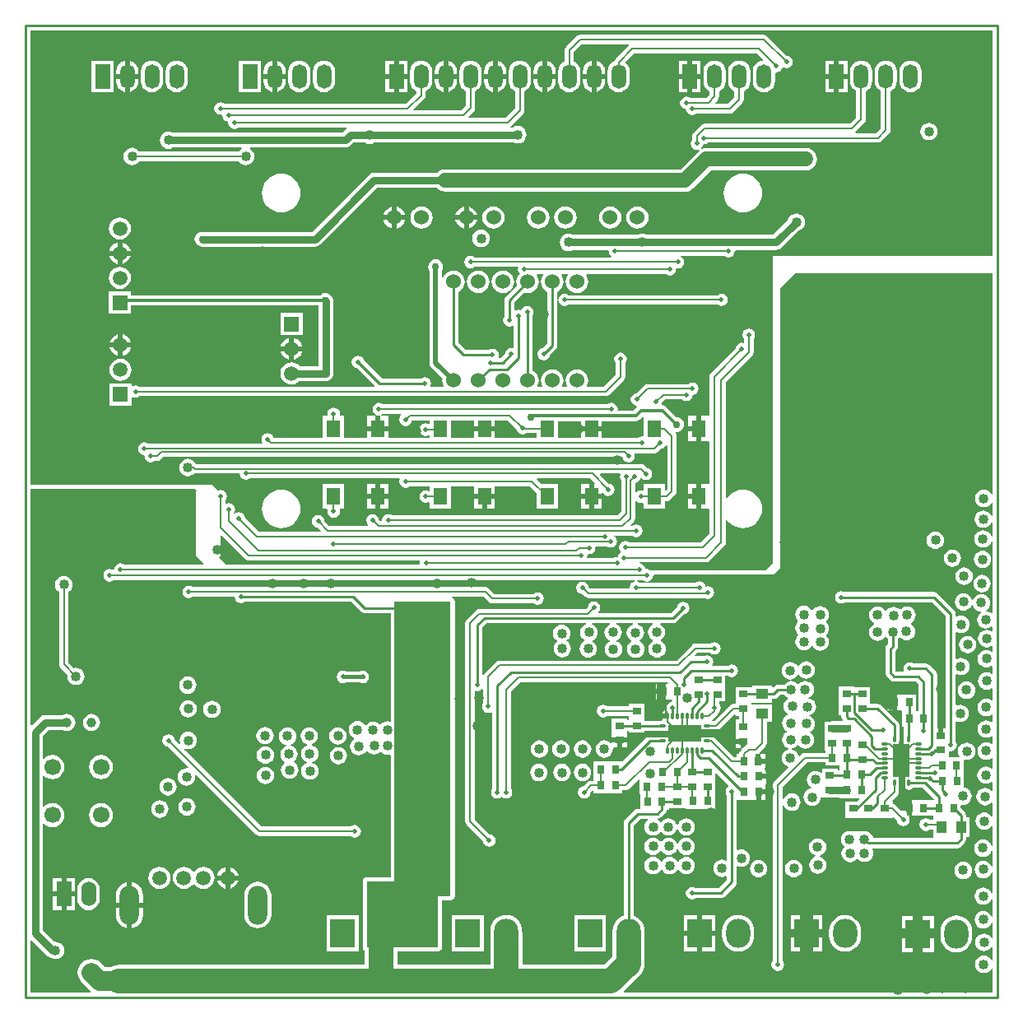
<source format=gbl>
%FSLAX25Y25*%
%MOIN*%
G70*
G01*
G75*
G04 Layer_Physical_Order=2*
G04 Layer_Color=16711680*
%ADD10R,0.02559X0.05315*%
%ADD11R,0.14410X0.09843*%
%ADD12R,0.14410X0.07874*%
%ADD13R,0.01969X0.06299*%
%ADD14R,0.03543X0.02126*%
%ADD15R,0.09843X0.14410*%
%ADD16R,0.07874X0.14410*%
%ADD17R,0.06299X0.01969*%
%ADD18R,0.02126X0.03543*%
%ADD19R,0.03937X0.05118*%
%ADD20R,0.05118X0.03937*%
%ADD21R,0.05000X0.06000*%
%ADD22O,0.05906X0.03150*%
%ADD23R,0.04000X0.01969*%
%ADD24R,0.10000X0.07500*%
%ADD25O,0.09843X0.05906*%
%ADD26R,0.08661X0.07087*%
%ADD27R,0.09843X0.15748*%
%ADD28R,0.08000X0.02400*%
%ADD29O,0.08000X0.02400*%
%ADD30R,0.09449X0.08268*%
%ADD31R,0.07874X0.07874*%
%ADD32R,0.03347X0.02756*%
%ADD33R,0.02756X0.03347*%
%ADD34R,0.07087X0.03937*%
%ADD35R,0.03937X0.10630*%
%ADD36R,0.10630X0.03937*%
%ADD37R,0.03937X0.02362*%
%ADD38R,0.02362X0.03937*%
%ADD39O,0.00984X0.04724*%
%ADD40O,0.04724X0.00984*%
%ADD41O,0.04724X0.01772*%
%ADD42O,0.01772X0.04724*%
%ADD43R,0.04724X0.01772*%
%ADD44O,0.03543X0.01969*%
%ADD45R,0.03543X0.01969*%
%ADD46O,0.03543X0.01969*%
%ADD47R,0.17716X0.15748*%
%ADD48R,0.15748X0.17716*%
%ADD49R,0.27953X0.21654*%
%ADD50R,0.08268X0.03937*%
%ADD51R,0.07559X0.25590*%
%ADD52R,0.21654X0.25197*%
%ADD53R,0.03937X0.10827*%
%ADD54O,0.06299X0.01772*%
%ADD55R,0.08071X0.09055*%
%ADD56C,0.01000*%
%ADD57C,0.00800*%
%ADD58C,0.02000*%
%ADD59C,0.01200*%
%ADD60C,0.03000*%
%ADD61C,0.04000*%
%ADD62C,0.03500*%
%ADD63C,0.06000*%
%ADD64C,0.01500*%
%ADD65C,0.10000*%
%ADD66C,0.08000*%
%ADD67R,0.14500X0.04200*%
%ADD68R,0.04100X0.17800*%
%ADD69R,0.17100X0.04200*%
%ADD70R,0.04400X0.22500*%
%ADD71R,0.04100X0.19500*%
%ADD72R,0.16800X0.04200*%
%ADD73R,0.02437X0.03577*%
%ADD74R,0.23300X0.07400*%
%ADD75R,0.16351X0.07500*%
%ADD76R,0.55500X0.04751*%
%ADD77R,0.07912X0.15875*%
%ADD78R,0.05600X0.05100*%
%ADD79R,0.40000X0.08400*%
%ADD80R,0.28400X0.16700*%
%ADD81R,0.07300X0.03700*%
%ADD82R,0.08300X0.49900*%
%ADD83R,0.03900X0.06100*%
%ADD84R,0.08664X0.44500*%
%ADD85R,0.16500X0.07900*%
%ADD86R,0.06000X0.16300*%
%ADD87R,0.23600X0.17400*%
%ADD88R,0.25624X0.17093*%
%ADD89R,0.24100X0.17400*%
%ADD90C,0.06000*%
%ADD91O,0.06000X0.10000*%
%ADD92R,0.06000X0.10000*%
%ADD93O,0.05906X0.09843*%
%ADD94R,0.05906X0.09843*%
%ADD95C,0.06693*%
%ADD96R,0.05906X0.05906*%
%ADD97C,0.05906*%
%ADD98C,0.03937*%
%ADD99O,0.07874X0.15748*%
%ADD100O,0.09843X0.11811*%
%ADD101R,0.09843X0.11811*%
%ADD102C,0.02000*%
%ADD103C,0.03000*%
%ADD104C,0.04000*%
%ADD105C,0.05000*%
%ADD106C,0.02598*%
%ADD107R,0.05512X0.07087*%
%ADD108R,0.13386X0.07087*%
%ADD109O,0.02756X0.01181*%
%ADD110O,0.01181X0.02756*%
%ADD111R,0.07087X0.13386*%
%ADD112R,0.15900X0.03600*%
%ADD113R,0.05800X0.21700*%
%ADD114R,0.17600X0.04300*%
%ADD115R,0.04400X0.22100*%
%ADD116R,0.03084X0.06973*%
%ADD117R,0.10427X0.02514*%
%ADD118R,0.12200X0.03500*%
%ADD119R,0.08500X0.07122*%
%ADD120R,0.21373X0.05490*%
%ADD121R,0.03200X0.06000*%
%ADD122R,0.02900X0.13700*%
%ADD123R,0.22500X1.19600*%
%ADD124R,0.29000X0.26900*%
G36*
X308984Y-189826D02*
X308494Y-189924D01*
X308457Y-189835D01*
X307896Y-189104D01*
X307165Y-188543D01*
X306314Y-188190D01*
X305400Y-188070D01*
X304486Y-188190D01*
X303635Y-188543D01*
X302904Y-189104D01*
X302343Y-189835D01*
X301990Y-190686D01*
X301870Y-191600D01*
X301990Y-192514D01*
X302343Y-193365D01*
X302904Y-194096D01*
X303635Y-194657D01*
X304486Y-195010D01*
X305400Y-195130D01*
X306314Y-195010D01*
X307165Y-194657D01*
X307896Y-194096D01*
X308457Y-193365D01*
X308494Y-193276D01*
X308984Y-193374D01*
Y-198709D01*
X308494Y-198807D01*
X308257Y-198235D01*
X307696Y-197504D01*
X306965Y-196943D01*
X306114Y-196590D01*
X305200Y-196470D01*
X304286Y-196590D01*
X303435Y-196943D01*
X302704Y-197504D01*
X302143Y-198235D01*
X301790Y-199086D01*
X301670Y-200000D01*
X301790Y-200914D01*
X302143Y-201765D01*
X302704Y-202496D01*
X303435Y-203057D01*
X304286Y-203410D01*
X305200Y-203530D01*
X306114Y-203410D01*
X306965Y-203057D01*
X307696Y-202496D01*
X308257Y-201765D01*
X308494Y-201193D01*
X308984Y-201291D01*
Y-206950D01*
X308494Y-207048D01*
X308157Y-206235D01*
X307596Y-205504D01*
X306865Y-204943D01*
X306014Y-204590D01*
X305100Y-204470D01*
X304186Y-204590D01*
X303335Y-204943D01*
X302604Y-205504D01*
X302043Y-206235D01*
X301690Y-207086D01*
X301570Y-208000D01*
X301690Y-208914D01*
X302043Y-209765D01*
X302604Y-210496D01*
X303335Y-211057D01*
X304186Y-211410D01*
X305100Y-211530D01*
X306014Y-211410D01*
X306865Y-211057D01*
X307596Y-210496D01*
X308157Y-209765D01*
X308494Y-208952D01*
X308984Y-209050D01*
Y-237960D01*
X308536Y-238181D01*
X307965Y-237743D01*
X307114Y-237390D01*
X306200Y-237270D01*
X306159Y-236960D01*
X306165Y-236957D01*
X306896Y-236396D01*
X307457Y-235665D01*
X307810Y-234814D01*
X307930Y-233900D01*
X307810Y-232986D01*
X307457Y-232135D01*
X306896Y-231404D01*
X306165Y-230843D01*
X305314Y-230490D01*
X304400Y-230370D01*
X303486Y-230490D01*
X302635Y-230843D01*
X301904Y-231404D01*
X301343Y-232135D01*
X301111Y-232694D01*
X300616Y-232629D01*
X300610Y-232586D01*
X300257Y-231735D01*
X299696Y-231004D01*
X298965Y-230443D01*
X298114Y-230090D01*
X297200Y-229970D01*
X296286Y-230090D01*
X295435Y-230443D01*
X294704Y-231004D01*
X294143Y-231735D01*
X293790Y-232586D01*
X293670Y-233500D01*
X293790Y-234414D01*
X294143Y-235265D01*
X294704Y-235996D01*
X295435Y-236557D01*
X296286Y-236910D01*
X297200Y-237030D01*
X298114Y-236910D01*
X298965Y-236557D01*
X299696Y-235996D01*
X300257Y-235265D01*
X300489Y-234706D01*
X300985Y-234771D01*
X300990Y-234814D01*
X301343Y-235665D01*
X301904Y-236396D01*
X302635Y-236957D01*
X303486Y-237310D01*
X304130Y-237395D01*
X304259Y-237878D01*
X303704Y-238304D01*
X303143Y-239035D01*
X302790Y-239886D01*
X302670Y-240800D01*
X302790Y-241714D01*
X303143Y-242565D01*
X303704Y-243296D01*
X304435Y-243857D01*
X305286Y-244210D01*
X306200Y-244330D01*
X307114Y-244210D01*
X307965Y-243857D01*
X308536Y-243419D01*
X308984Y-243640D01*
Y-245253D01*
X308536Y-245474D01*
X308365Y-245343D01*
X307514Y-244990D01*
X306600Y-244870D01*
X305686Y-244990D01*
X304835Y-245343D01*
X304104Y-245904D01*
X303543Y-246635D01*
X303190Y-247486D01*
X303070Y-248400D01*
X303190Y-249314D01*
X303543Y-250165D01*
X304104Y-250896D01*
X304835Y-251457D01*
X305686Y-251810D01*
X306600Y-251930D01*
X307514Y-251810D01*
X308365Y-251457D01*
X308536Y-251326D01*
X308984Y-251547D01*
Y-253430D01*
X308536Y-253651D01*
X308265Y-253443D01*
X307414Y-253090D01*
X306500Y-252970D01*
X305586Y-253090D01*
X304735Y-253443D01*
X304004Y-254004D01*
X303443Y-254735D01*
X303090Y-255586D01*
X302970Y-256500D01*
X303090Y-257414D01*
X303443Y-258265D01*
X304004Y-258996D01*
X304735Y-259557D01*
X305586Y-259910D01*
X306500Y-260030D01*
X307414Y-259910D01*
X308265Y-259557D01*
X308536Y-259349D01*
X308984Y-259571D01*
Y-262388D01*
X308536Y-262609D01*
X308328Y-262450D01*
X307477Y-262097D01*
X306563Y-261977D01*
X305649Y-262097D01*
X304798Y-262450D01*
X304067Y-263011D01*
X303506Y-263742D01*
X303153Y-264593D01*
X303033Y-265507D01*
X303153Y-266421D01*
X303506Y-267272D01*
X304067Y-268003D01*
X304798Y-268564D01*
X305649Y-268917D01*
X306563Y-269037D01*
X307477Y-268917D01*
X308328Y-268564D01*
X308536Y-268405D01*
X308984Y-268626D01*
Y-273206D01*
X308536Y-273427D01*
X308165Y-273143D01*
X307314Y-272790D01*
X306400Y-272670D01*
X305486Y-272790D01*
X304635Y-273143D01*
X303904Y-273704D01*
X303343Y-274435D01*
X302990Y-275286D01*
X302870Y-276200D01*
X302990Y-277114D01*
X303343Y-277965D01*
X303904Y-278696D01*
X304635Y-279257D01*
X305486Y-279610D01*
X306400Y-279730D01*
X307314Y-279610D01*
X308165Y-279257D01*
X308536Y-278973D01*
X308984Y-279194D01*
Y-282006D01*
X308536Y-282227D01*
X308165Y-281943D01*
X307314Y-281590D01*
X306400Y-281470D01*
X305486Y-281590D01*
X304635Y-281943D01*
X303904Y-282504D01*
X303343Y-283235D01*
X302990Y-284086D01*
X302870Y-285000D01*
X302990Y-285914D01*
X303343Y-286765D01*
X303904Y-287496D01*
X304635Y-288057D01*
X305486Y-288410D01*
X306400Y-288530D01*
X307314Y-288410D01*
X308165Y-288057D01*
X308536Y-287773D01*
X308984Y-287994D01*
Y-290906D01*
X308536Y-291127D01*
X308165Y-290843D01*
X307314Y-290490D01*
X306400Y-290370D01*
X305486Y-290490D01*
X304635Y-290843D01*
X303904Y-291404D01*
X303343Y-292135D01*
X302990Y-292986D01*
X302870Y-293900D01*
X302990Y-294814D01*
X303343Y-295665D01*
X303904Y-296396D01*
X304635Y-296957D01*
X305486Y-297310D01*
X306400Y-297430D01*
X307314Y-297310D01*
X308165Y-296957D01*
X308536Y-296673D01*
X308984Y-296894D01*
Y-300783D01*
X308536Y-301004D01*
X308065Y-300643D01*
X307214Y-300290D01*
X306300Y-300170D01*
X305386Y-300290D01*
X304535Y-300643D01*
X303804Y-301204D01*
X303243Y-301935D01*
X302890Y-302786D01*
X302770Y-303700D01*
X302890Y-304614D01*
X303243Y-305465D01*
X303804Y-306196D01*
X304535Y-306757D01*
X305386Y-307110D01*
X306300Y-307230D01*
X307214Y-307110D01*
X308065Y-306757D01*
X308536Y-306396D01*
X308984Y-306617D01*
Y-309893D01*
X308511Y-310053D01*
X308396Y-309904D01*
X307665Y-309343D01*
X306814Y-308990D01*
X305900Y-308870D01*
X304986Y-308990D01*
X304135Y-309343D01*
X303404Y-309904D01*
X302843Y-310635D01*
X302490Y-311486D01*
X302370Y-312400D01*
X302490Y-313314D01*
X302843Y-314165D01*
X303404Y-314896D01*
X304135Y-315457D01*
X304986Y-315810D01*
X305900Y-315930D01*
X306814Y-315810D01*
X307665Y-315457D01*
X308396Y-314896D01*
X308511Y-314747D01*
X308984Y-314907D01*
Y-320183D01*
X308511Y-320344D01*
X308096Y-319804D01*
X307365Y-319243D01*
X306514Y-318890D01*
X305600Y-318770D01*
X304686Y-318890D01*
X303835Y-319243D01*
X303104Y-319804D01*
X302543Y-320535D01*
X302190Y-321386D01*
X302070Y-322300D01*
X302190Y-323214D01*
X302543Y-324065D01*
X303104Y-324796D01*
X303835Y-325357D01*
X304686Y-325710D01*
X305600Y-325830D01*
X306514Y-325710D01*
X307365Y-325357D01*
X308096Y-324796D01*
X308511Y-324256D01*
X308984Y-324416D01*
Y-332150D01*
X308494Y-332248D01*
X308157Y-331435D01*
X307596Y-330704D01*
X306865Y-330143D01*
X306014Y-329790D01*
X305100Y-329670D01*
X304186Y-329790D01*
X303335Y-330143D01*
X302604Y-330704D01*
X302043Y-331435D01*
X301690Y-332286D01*
X301570Y-333200D01*
X301690Y-334114D01*
X302043Y-334965D01*
X302604Y-335696D01*
X303335Y-336257D01*
X304186Y-336610D01*
X305100Y-336730D01*
X306014Y-336610D01*
X306865Y-336257D01*
X307596Y-335696D01*
X308157Y-334965D01*
X308494Y-334152D01*
X308984Y-334250D01*
Y-340609D01*
X308494Y-340707D01*
X308257Y-340135D01*
X307696Y-339404D01*
X306965Y-338843D01*
X306114Y-338490D01*
X305200Y-338370D01*
X304286Y-338490D01*
X303435Y-338843D01*
X302704Y-339404D01*
X302143Y-340135D01*
X301790Y-340986D01*
X301670Y-341900D01*
X301790Y-342814D01*
X302143Y-343665D01*
X302704Y-344396D01*
X303435Y-344957D01*
X304286Y-345310D01*
X305200Y-345430D01*
X306114Y-345310D01*
X306965Y-344957D01*
X307696Y-344396D01*
X308257Y-343665D01*
X308494Y-343093D01*
X308984Y-343191D01*
Y-351409D01*
X308494Y-351507D01*
X308257Y-350935D01*
X307696Y-350204D01*
X306965Y-349643D01*
X306114Y-349290D01*
X305200Y-349170D01*
X304286Y-349290D01*
X303435Y-349643D01*
X302704Y-350204D01*
X302143Y-350935D01*
X301790Y-351786D01*
X301670Y-352700D01*
X301790Y-353614D01*
X302143Y-354465D01*
X302704Y-355196D01*
X303435Y-355757D01*
X304286Y-356110D01*
X305200Y-356230D01*
X306114Y-356110D01*
X306965Y-355757D01*
X307696Y-355196D01*
X308257Y-354465D01*
X308494Y-353893D01*
X308984Y-353991D01*
Y-360909D01*
X308494Y-361007D01*
X308257Y-360435D01*
X307696Y-359704D01*
X306965Y-359143D01*
X306114Y-358790D01*
X305200Y-358670D01*
X304286Y-358790D01*
X303435Y-359143D01*
X302704Y-359704D01*
X302143Y-360435D01*
X301790Y-361286D01*
X301670Y-362200D01*
X301790Y-363114D01*
X302143Y-363965D01*
X302704Y-364696D01*
X303435Y-365257D01*
X304286Y-365610D01*
X305200Y-365730D01*
X306114Y-365610D01*
X306965Y-365257D01*
X307696Y-364696D01*
X308257Y-363965D01*
X308494Y-363393D01*
X308984Y-363491D01*
Y-369414D01*
X308511Y-369575D01*
X307996Y-368904D01*
X307265Y-368343D01*
X306414Y-367990D01*
X305500Y-367870D01*
X304586Y-367990D01*
X303735Y-368343D01*
X303004Y-368904D01*
X302443Y-369635D01*
X302090Y-370486D01*
X301970Y-371400D01*
X302090Y-372314D01*
X302443Y-373165D01*
X303004Y-373896D01*
X303735Y-374457D01*
X304586Y-374810D01*
X305500Y-374930D01*
X306414Y-374810D01*
X307265Y-374457D01*
X307996Y-373896D01*
X308511Y-373225D01*
X308984Y-373386D01*
Y-378526D01*
X308494Y-378624D01*
X308457Y-378535D01*
X307896Y-377804D01*
X307165Y-377243D01*
X306314Y-376890D01*
X305400Y-376770D01*
X304486Y-376890D01*
X303635Y-377243D01*
X302904Y-377804D01*
X302343Y-378535D01*
X301990Y-379386D01*
X301870Y-380300D01*
X301990Y-381214D01*
X302343Y-382065D01*
X302904Y-382796D01*
X303635Y-383357D01*
X304486Y-383710D01*
X305400Y-383830D01*
X306314Y-383710D01*
X307165Y-383357D01*
X307896Y-382796D01*
X308457Y-382065D01*
X308494Y-381976D01*
X308984Y-382074D01*
Y-391662D01*
X159729D01*
X159537Y-391200D01*
X166118Y-384618D01*
X166931Y-383629D01*
X167534Y-382500D01*
X167906Y-381274D01*
X168031Y-380000D01*
Y-367700D01*
X167952Y-366897D01*
Y-366716D01*
X167828Y-365457D01*
X167461Y-364247D01*
X166865Y-363131D01*
X166062Y-362153D01*
X165085Y-361351D01*
X163969Y-360755D01*
X163539Y-360624D01*
Y-324045D01*
X166245Y-321339D01*
X169353D01*
X169513Y-321813D01*
X169004Y-322204D01*
X168443Y-322935D01*
X168090Y-323786D01*
X167970Y-324700D01*
X168090Y-325614D01*
X168443Y-326465D01*
X169004Y-327196D01*
X169735Y-327757D01*
X170586Y-328110D01*
X171500Y-328230D01*
X172414Y-328110D01*
X173265Y-327757D01*
X173996Y-327196D01*
X174325Y-326768D01*
X174825D01*
X175154Y-327196D01*
X175885Y-327757D01*
X176736Y-328110D01*
X177650Y-328230D01*
X178564Y-328110D01*
X179415Y-327757D01*
X180146Y-327196D01*
X180707Y-326465D01*
X181025Y-325698D01*
X181525D01*
X181843Y-326465D01*
X182404Y-327196D01*
X183135Y-327757D01*
X183986Y-328110D01*
X184900Y-328230D01*
X185814Y-328110D01*
X186665Y-327757D01*
X187396Y-327196D01*
X187957Y-326465D01*
X188310Y-325614D01*
X188430Y-324700D01*
X188310Y-323786D01*
X187957Y-322935D01*
X187396Y-322204D01*
X186665Y-321643D01*
X185814Y-321290D01*
X184900Y-321170D01*
X183986Y-321290D01*
X183135Y-321643D01*
X182404Y-322204D01*
X181843Y-322935D01*
X181525Y-323702D01*
X181025D01*
X180707Y-322935D01*
X180146Y-322204D01*
X179415Y-321643D01*
X178564Y-321290D01*
X177650Y-321170D01*
X176736Y-321290D01*
X175885Y-321643D01*
X175154Y-322204D01*
X174825Y-322632D01*
X174325D01*
X173996Y-322204D01*
X173265Y-321643D01*
X173242Y-321633D01*
X173300Y-321339D01*
X174080Y-321184D01*
X174742Y-320742D01*
X176542Y-318942D01*
X176542Y-318942D01*
X176807Y-318545D01*
X176984Y-318280D01*
X177106Y-317668D01*
X177978D01*
Y-317172D01*
X178027D01*
Y-317172D01*
X184373D01*
Y-317172D01*
X184727D01*
X184822Y-317268D01*
Y-317268D01*
X190578D01*
Y-317268D01*
X190578D01*
X190578Y-317268D01*
X190728D01*
Y-317268D01*
X196484D01*
Y-311283D01*
X196773D01*
Y-305528D01*
D01*
Y-305528D01*
X196773Y-305528D01*
Y-305378D01*
X196773D01*
Y-303210D01*
X197235Y-303019D01*
X201988Y-307772D01*
X201939Y-308270D01*
X201598Y-308498D01*
X201045Y-309325D01*
X200851Y-310300D01*
X201045Y-311276D01*
X201361Y-311748D01*
Y-337974D01*
X200945Y-338252D01*
X200314Y-337990D01*
X199400Y-337870D01*
X198486Y-337990D01*
X197635Y-338343D01*
X196904Y-338904D01*
X196343Y-339635D01*
X195990Y-340486D01*
X195870Y-341400D01*
X195990Y-342314D01*
X196343Y-343165D01*
X196904Y-343896D01*
X197635Y-344457D01*
X198486Y-344810D01*
X199400Y-344930D01*
X200314Y-344810D01*
X200945Y-344548D01*
X201361Y-344826D01*
Y-346055D01*
X197955Y-349461D01*
X188748D01*
X188276Y-349145D01*
X187300Y-348951D01*
X186325Y-349145D01*
X185498Y-349698D01*
X184945Y-350524D01*
X184751Y-351500D01*
X184945Y-352476D01*
X185498Y-353302D01*
X186325Y-353855D01*
X187300Y-354049D01*
X188276Y-353855D01*
X188748Y-353539D01*
X198800D01*
X199580Y-353384D01*
X200242Y-352942D01*
X200242Y-352942D01*
X200242Y-352942D01*
X204842Y-348342D01*
X205284Y-347680D01*
X205439Y-346900D01*
X205439Y-346900D01*
X205439Y-346900D01*
Y-346900D01*
Y-340809D01*
X205855Y-340531D01*
X206286Y-340710D01*
X207200Y-340830D01*
X208114Y-340710D01*
X208965Y-340357D01*
X209696Y-339796D01*
X210257Y-339065D01*
X210610Y-338214D01*
X210730Y-337300D01*
X210610Y-336386D01*
X210257Y-335535D01*
X209696Y-334804D01*
X208965Y-334243D01*
X208114Y-333890D01*
X207200Y-333770D01*
X206286Y-333890D01*
X205855Y-334069D01*
X205439Y-333791D01*
Y-313573D01*
X211178D01*
Y-313573D01*
X211178D01*
X211178Y-313573D01*
X211328D01*
Y-313573D01*
X213206D01*
Y-310399D01*
X214205D01*
Y-309400D01*
X217084D01*
Y-307373D01*
X217178D01*
Y-305200D01*
X214299D01*
Y-303200D01*
X217178D01*
Y-301027D01*
X216978D01*
Y-299200D01*
X214099D01*
Y-298201D01*
X213100D01*
Y-295200D01*
X213763Y-295068D01*
X213825Y-295027D01*
X214666D01*
X214475Y-294565D01*
X216970Y-292070D01*
X217390Y-291441D01*
X217537Y-290700D01*
X217537Y-290700D01*
X217537Y-290700D01*
Y-290700D01*
Y-282169D01*
X219659D01*
Y-275232D01*
X211541D01*
D01*
X211541D01*
X211273Y-274964D01*
Y-274294D01*
X211273D01*
X211541D01*
X211627Y-274294D01*
X211627Y-274294D01*
Y-274294D01*
X219659D01*
Y-272839D01*
X220400D01*
X221180Y-272684D01*
X221842Y-272242D01*
X222945Y-271139D01*
X224553D01*
X224904Y-271596D01*
X225635Y-272157D01*
X225825Y-272236D01*
X225968Y-272582D01*
X225994Y-272775D01*
X225304Y-273304D01*
X224743Y-274035D01*
X224390Y-274886D01*
X224270Y-275800D01*
X224390Y-276714D01*
X224743Y-277565D01*
X225304Y-278296D01*
X226008Y-278837D01*
X225992Y-278962D01*
X225816Y-279385D01*
X225435Y-279543D01*
X224704Y-280104D01*
X224143Y-280835D01*
X223790Y-281686D01*
X223670Y-282600D01*
X223790Y-283514D01*
X224143Y-284365D01*
X224704Y-285096D01*
X225435Y-285657D01*
X225659Y-285750D01*
Y-286250D01*
X225435Y-286343D01*
X224704Y-286904D01*
X224143Y-287635D01*
X223790Y-288486D01*
X223670Y-289400D01*
X223790Y-290314D01*
X224143Y-291165D01*
X224704Y-291896D01*
X225435Y-292457D01*
X226225Y-292785D01*
X226160Y-293280D01*
X226086Y-293290D01*
X225235Y-293643D01*
X224504Y-294204D01*
X223943Y-294935D01*
X223590Y-295786D01*
X223470Y-296700D01*
X223590Y-297614D01*
X223943Y-298465D01*
X224504Y-299196D01*
X225235Y-299757D01*
X226086Y-300110D01*
X226113Y-300113D01*
X226273Y-300587D01*
X220630Y-306230D01*
X220210Y-306859D01*
X220063Y-307600D01*
Y-378899D01*
X219645Y-379524D01*
X219451Y-380500D01*
X219645Y-381475D01*
X220198Y-382302D01*
X221024Y-382855D01*
X222000Y-383049D01*
X222975Y-382855D01*
X223802Y-382302D01*
X224355Y-381475D01*
X224549Y-380500D01*
X224355Y-379524D01*
X223937Y-378899D01*
Y-315943D01*
X224428Y-315846D01*
X224643Y-316365D01*
X225204Y-317096D01*
X225935Y-317657D01*
X226786Y-318010D01*
X227700Y-318130D01*
X228614Y-318010D01*
X229465Y-317657D01*
X230196Y-317096D01*
X230757Y-316365D01*
X231110Y-315514D01*
X231230Y-314600D01*
X231110Y-313686D01*
X230757Y-312835D01*
X230196Y-312104D01*
X229465Y-311543D01*
X228614Y-311190D01*
X227700Y-311070D01*
X226786Y-311190D01*
X225935Y-311543D01*
X225204Y-312104D01*
X224643Y-312835D01*
X224428Y-313354D01*
X223937Y-313257D01*
Y-308402D01*
X233802Y-298537D01*
X241222D01*
Y-299773D01*
X246978D01*
D01*
X246978D01*
X247116Y-299912D01*
Y-300227D01*
D01*
D01*
Y-300227D01*
X247116D01*
Y-301861D01*
X246273D01*
Y-301022D01*
X239927D01*
Y-302615D01*
X239478Y-302837D01*
X238965Y-302443D01*
X238114Y-302090D01*
X237200Y-301970D01*
X236286Y-302090D01*
X235435Y-302443D01*
X234704Y-303004D01*
X234143Y-303735D01*
X233790Y-304586D01*
X233670Y-305500D01*
X233790Y-306414D01*
X234143Y-307265D01*
X234704Y-307996D01*
X235435Y-308557D01*
X235594Y-308623D01*
X235528Y-309119D01*
X234986Y-309190D01*
X234135Y-309543D01*
X233404Y-310104D01*
X232843Y-310835D01*
X232490Y-311686D01*
X232370Y-312600D01*
X232490Y-313514D01*
X232843Y-314365D01*
X233404Y-315096D01*
X234135Y-315657D01*
X234986Y-316010D01*
X235900Y-316130D01*
X236814Y-316010D01*
X237665Y-315657D01*
X238396Y-315096D01*
X238957Y-314365D01*
X239310Y-313514D01*
X239428Y-312618D01*
X239927Y-312651D01*
Y-312684D01*
X242208D01*
X242317Y-312728D01*
X243100Y-312831D01*
X247116D01*
Y-312973D01*
X252872D01*
Y-312973D01*
X252872D01*
X252872Y-312973D01*
X253022D01*
Y-312973D01*
X254790D01*
X254981Y-313435D01*
X254094Y-314322D01*
X249427D01*
Y-319874D01*
X249427Y-319874D01*
X249427D01*
X249427Y-320078D01*
Y-320228D01*
D01*
D01*
D01*
X249427D01*
D01*
Y-322106D01*
X252601D01*
Y-324106D01*
X249427D01*
Y-325984D01*
X249545D01*
X249643Y-326474D01*
X249235Y-326643D01*
X248504Y-327204D01*
X247943Y-327935D01*
X247590Y-328786D01*
X247470Y-329700D01*
X247590Y-330614D01*
X247943Y-331465D01*
X248504Y-332196D01*
X248804Y-332426D01*
Y-332904D01*
X248243Y-333635D01*
X247890Y-334486D01*
X247770Y-335400D01*
X247890Y-336314D01*
X248243Y-337165D01*
X248804Y-337896D01*
X249535Y-338457D01*
X250386Y-338810D01*
X251300Y-338930D01*
X252214Y-338810D01*
X253065Y-338457D01*
X253796Y-337896D01*
X253988Y-337646D01*
X254488D01*
X254604Y-337796D01*
X255335Y-338357D01*
X256186Y-338710D01*
X257100Y-338830D01*
X258014Y-338710D01*
X258865Y-338357D01*
X259596Y-337796D01*
X260157Y-337065D01*
X260510Y-336214D01*
X260630Y-335300D01*
X260510Y-334386D01*
X260157Y-333535D01*
X260303Y-333239D01*
X294700D01*
X295480Y-333084D01*
X296142Y-332642D01*
X297616Y-331168D01*
X298058Y-330506D01*
X298213Y-329726D01*
Y-328759D01*
X299642D01*
Y-320641D01*
X298213D01*
Y-319974D01*
X298058Y-319194D01*
X297616Y-318532D01*
X296078Y-316994D01*
Y-315988D01*
X296454Y-315658D01*
X297000Y-315730D01*
X297914Y-315610D01*
X298765Y-315257D01*
X299496Y-314696D01*
X300057Y-313965D01*
X300410Y-313114D01*
X300530Y-312200D01*
X300410Y-311286D01*
X300057Y-310435D01*
X299496Y-309704D01*
X298765Y-309143D01*
X297914Y-308790D01*
X297378Y-308720D01*
Y-302827D01*
X297278D01*
Y-297748D01*
X297654Y-297419D01*
X298500Y-297530D01*
X299414Y-297410D01*
X300265Y-297057D01*
X300996Y-296496D01*
X301557Y-295765D01*
X301910Y-294914D01*
X302030Y-294000D01*
X301910Y-293086D01*
X301557Y-292235D01*
X300996Y-291504D01*
X300265Y-290943D01*
X299414Y-290590D01*
X298500Y-290470D01*
X297586Y-290590D01*
X296735Y-290943D01*
X296004Y-291504D01*
X295443Y-292235D01*
X295090Y-293086D01*
X294970Y-294000D01*
X295090Y-294914D01*
X295443Y-295765D01*
X295683Y-296078D01*
X295462Y-296527D01*
X291726D01*
X291726Y-296527D01*
Y-296527D01*
X291522Y-296527D01*
X291273Y-296378D01*
D01*
D01*
D01*
X291273Y-296378D01*
Y-294198D01*
X291660Y-293881D01*
X292000Y-293949D01*
X292975Y-293755D01*
X293802Y-293202D01*
X294355Y-292375D01*
X294549Y-291400D01*
X294355Y-290424D01*
X294039Y-289952D01*
Y-282209D01*
X294455Y-281931D01*
X294886Y-282110D01*
X295800Y-282230D01*
X296714Y-282110D01*
X297565Y-281757D01*
X298296Y-281196D01*
X298857Y-280465D01*
X299210Y-279614D01*
X299330Y-278700D01*
X299210Y-277786D01*
X298857Y-276935D01*
X298296Y-276204D01*
X297565Y-275643D01*
X296714Y-275290D01*
X295800Y-275170D01*
X294886Y-275290D01*
X294455Y-275469D01*
X294039Y-275191D01*
Y-263085D01*
X294455Y-262807D01*
X295186Y-263110D01*
X296100Y-263230D01*
X297014Y-263110D01*
X297865Y-262757D01*
X298596Y-262196D01*
X299157Y-261465D01*
X299510Y-260614D01*
X299630Y-259700D01*
X299510Y-258786D01*
X299157Y-257935D01*
X298596Y-257204D01*
X297865Y-256643D01*
X297014Y-256290D01*
X296100Y-256170D01*
X295186Y-256290D01*
X294455Y-256593D01*
X294039Y-256315D01*
Y-245943D01*
X294455Y-245666D01*
X295286Y-246010D01*
X296200Y-246130D01*
X297114Y-246010D01*
X297965Y-245657D01*
X298696Y-245096D01*
X299257Y-244365D01*
X299610Y-243514D01*
X299730Y-242600D01*
X299610Y-241686D01*
X299257Y-240835D01*
X298696Y-240104D01*
X297965Y-239543D01*
X297114Y-239190D01*
X296200Y-239070D01*
X295286Y-239190D01*
X294455Y-239534D01*
X294039Y-239257D01*
Y-238300D01*
X293884Y-237520D01*
X293442Y-236858D01*
X286742Y-230158D01*
X286080Y-229716D01*
X285300Y-229561D01*
X249148D01*
X248675Y-229245D01*
X247700Y-229051D01*
X246725Y-229245D01*
X245898Y-229798D01*
X245345Y-230625D01*
X245151Y-231600D01*
X245345Y-232575D01*
X245898Y-233402D01*
X246725Y-233955D01*
X247700Y-234149D01*
X248675Y-233955D01*
X249148Y-233639D01*
X284455D01*
X289961Y-239145D01*
Y-284717D01*
X289100D01*
Y-287596D01*
X287100D01*
Y-284717D01*
X286466D01*
Y-262989D01*
X286311Y-262209D01*
X286134Y-261944D01*
X285869Y-261547D01*
X285869Y-261547D01*
X283342Y-259020D01*
X282680Y-258578D01*
X281900Y-258423D01*
X276886D01*
X276413Y-258107D01*
X275438Y-257913D01*
X274462Y-258107D01*
X273635Y-258660D01*
X273083Y-259487D01*
X272889Y-260462D01*
X273050Y-261274D01*
X272733Y-261661D01*
X269945D01*
X269539Y-261255D01*
Y-253445D01*
X270042Y-252942D01*
X270042Y-252942D01*
X270307Y-252545D01*
X270484Y-252280D01*
X270639Y-251500D01*
X270639Y-251500D01*
X270639Y-251500D01*
Y-251500D01*
Y-248447D01*
X271096Y-248096D01*
X271117Y-248069D01*
X271613Y-248003D01*
X272335Y-248557D01*
X273186Y-248910D01*
X274100Y-249030D01*
X275014Y-248910D01*
X275865Y-248557D01*
X276596Y-247996D01*
X277157Y-247265D01*
X277510Y-246414D01*
X277630Y-245500D01*
X277510Y-244586D01*
X277157Y-243735D01*
X276596Y-243004D01*
X275865Y-242443D01*
Y-242040D01*
X276065Y-241957D01*
X276796Y-241396D01*
X277357Y-240665D01*
X277710Y-239814D01*
X277830Y-238900D01*
X277710Y-237986D01*
X277357Y-237135D01*
X276796Y-236404D01*
X276065Y-235843D01*
X275214Y-235490D01*
X274300Y-235370D01*
X273386Y-235490D01*
X272535Y-235843D01*
X271804Y-236404D01*
X271783Y-236431D01*
X271287Y-236497D01*
X270565Y-235943D01*
X269714Y-235590D01*
X268800Y-235470D01*
X267886Y-235590D01*
X267035Y-235943D01*
X266304Y-236504D01*
X266101Y-236768D01*
X265553Y-236995D01*
X265427D01*
X264896Y-236304D01*
X264165Y-235743D01*
X263314Y-235390D01*
X262400Y-235270D01*
X261486Y-235390D01*
X260635Y-235743D01*
X259904Y-236304D01*
X259343Y-237035D01*
X258990Y-237886D01*
X258870Y-238800D01*
X258990Y-239714D01*
X259343Y-240565D01*
X259904Y-241296D01*
X260635Y-241857D01*
X261100Y-242050D01*
Y-242550D01*
X260635Y-242743D01*
X259904Y-243304D01*
X259343Y-244035D01*
X258990Y-244886D01*
X258870Y-245800D01*
X258990Y-246714D01*
X259343Y-247565D01*
X259904Y-248296D01*
X260635Y-248857D01*
X261486Y-249210D01*
X262400Y-249330D01*
X263314Y-249210D01*
X264165Y-248857D01*
X264896Y-248296D01*
X265327Y-247735D01*
X265827D01*
X266104Y-248096D01*
X266561Y-248447D01*
Y-250655D01*
X266058Y-251158D01*
X265616Y-251820D01*
X265461Y-252600D01*
Y-262100D01*
X265461Y-262100D01*
X265461D01*
X265616Y-262880D01*
X266058Y-263542D01*
X267658Y-265142D01*
X268320Y-265584D01*
X269100Y-265739D01*
X277955D01*
X279061Y-266845D01*
Y-277627D01*
X278222D01*
D01*
X278222D01*
X278083Y-277488D01*
Y-277273D01*
D01*
D01*
Y-277273D01*
X278083D01*
Y-270927D01*
X272532D01*
X272532Y-270927D01*
Y-270927D01*
X272328Y-270927D01*
X272253D01*
X272178D01*
X271974Y-270927D01*
X271974Y-270927D01*
Y-270927D01*
X270300D01*
Y-274101D01*
Y-277273D01*
X271963D01*
X272317Y-277627D01*
X272317D01*
Y-283973D01*
X273014D01*
Y-287790D01*
X272921Y-288254D01*
Y-289707D01*
X272921D01*
Y-289829D01*
X273083Y-290645D01*
X273100Y-290670D01*
Y-297901D01*
Y-305130D01*
X273083Y-305155D01*
X272921Y-305971D01*
Y-306093D01*
X272921D01*
Y-307546D01*
X273083Y-308361D01*
X273546Y-309053D01*
X274237Y-309515D01*
X275053Y-309677D01*
X275868Y-309515D01*
X276560Y-309053D01*
X276731Y-308797D01*
X280714D01*
X285255Y-313339D01*
Y-313827D01*
X284417D01*
D01*
D01*
X284417Y-313827D01*
X283983D01*
Y-313827D01*
X278228D01*
D01*
D01*
X278228Y-313827D01*
X278078D01*
Y-313827D01*
X276200D01*
Y-317001D01*
Y-320173D01*
X278078D01*
Y-320173D01*
X278078D01*
X278078Y-320173D01*
X278228D01*
Y-320173D01*
X283983D01*
Y-320173D01*
X283983D01*
X283983Y-320173D01*
X284417D01*
D01*
X284832Y-320173D01*
Y-320641D01*
X284832D01*
Y-321763D01*
X283501D01*
X282875Y-321345D01*
X281900Y-321151D01*
X280925Y-321345D01*
X280098Y-321898D01*
X279545Y-322725D01*
X279351Y-323700D01*
X279545Y-324675D01*
X280098Y-325502D01*
X280925Y-326055D01*
X281900Y-326249D01*
X282875Y-326055D01*
X283501Y-325637D01*
X284832D01*
Y-328759D01*
X284832D01*
Y-328807D01*
X284478Y-329161D01*
X260546D01*
X260510Y-328886D01*
X260157Y-328035D01*
X259596Y-327304D01*
X258865Y-326743D01*
X258014Y-326390D01*
X257100Y-326270D01*
Y-326232D01*
X257454Y-325878D01*
X257700D01*
Y-322999D01*
X259700D01*
Y-325878D01*
X261873D01*
X261873Y-325878D01*
X261873Y-325878D01*
X262127Y-325978D01*
X262227Y-325978D01*
X262227Y-325978D01*
Y-325978D01*
X264300D01*
Y-323099D01*
X265299D01*
Y-322100D01*
X268473D01*
Y-320866D01*
X268935Y-320675D01*
X270298Y-322038D01*
X270445Y-322776D01*
X270998Y-323602D01*
X271825Y-324155D01*
X272800Y-324349D01*
X273776Y-324155D01*
X274602Y-323602D01*
X275155Y-322776D01*
X275349Y-321800D01*
X275155Y-320825D01*
X275014Y-320614D01*
X275250Y-320173D01*
X274720D01*
X274603Y-319998D01*
X274200Y-319728D01*
Y-318000D01*
X272322D01*
Y-317929D01*
X271860Y-318121D01*
X269564Y-315825D01*
X268936Y-315405D01*
X268473Y-315313D01*
Y-314317D01*
X268473Y-314317D01*
X268473D01*
X268341Y-313998D01*
X270517Y-311823D01*
X270937Y-311194D01*
X271084Y-310453D01*
X271084Y-310453D01*
X271084Y-310453D01*
Y-310453D01*
Y-308409D01*
X271116Y-308361D01*
X271279Y-307546D01*
Y-306093D01*
X271279D01*
Y-305971D01*
X271117Y-305155D01*
X271100Y-305130D01*
Y-297901D01*
Y-290670D01*
X271117Y-290645D01*
X271279Y-289829D01*
Y-289707D01*
X271279D01*
Y-288254D01*
X271186Y-287790D01*
Y-283547D01*
X271031Y-282767D01*
X270589Y-282105D01*
X263842Y-275358D01*
X263180Y-274916D01*
X262400Y-274761D01*
X259373D01*
Y-273922D01*
D01*
Y-273922D01*
X259373Y-273922D01*
Y-273772D01*
X259373D01*
Y-268017D01*
X253027D01*
D01*
X253027D01*
X252973Y-267963D01*
Y-267816D01*
X246627D01*
Y-273572D01*
X246627Y-273572D01*
X246627Y-273722D01*
X246627D01*
Y-279478D01*
X247761D01*
Y-280000D01*
X247916Y-280780D01*
X248348Y-281428D01*
X248113Y-281869D01*
X244100D01*
X243317Y-281972D01*
X243208Y-282016D01*
X240927D01*
Y-287772D01*
X240927Y-287772D01*
X240927Y-287922D01*
X240927D01*
Y-293678D01*
X241222D01*
Y-294663D01*
X233000D01*
X232259Y-294810D01*
X231630Y-295230D01*
X230887Y-295973D01*
X230413Y-295813D01*
X230410Y-295786D01*
X230057Y-294935D01*
X229496Y-294204D01*
X228765Y-293643D01*
X227914Y-293290D01*
X227166Y-293192D01*
X227200Y-292930D01*
X228114Y-292810D01*
X228965Y-292457D01*
X229696Y-291896D01*
X229950Y-291565D01*
X230450D01*
X230704Y-291896D01*
X231435Y-292457D01*
X232286Y-292810D01*
X233200Y-292930D01*
X234114Y-292810D01*
X234965Y-292457D01*
X235696Y-291896D01*
X236257Y-291165D01*
X236610Y-290314D01*
X236730Y-289400D01*
X236610Y-288486D01*
X236257Y-287635D01*
X235696Y-286904D01*
X234965Y-286343D01*
Y-286082D01*
X235265Y-285957D01*
X235996Y-285396D01*
X236557Y-284665D01*
X236910Y-283814D01*
X237030Y-282900D01*
X236910Y-281986D01*
X236557Y-281135D01*
X235996Y-280404D01*
X235265Y-279843D01*
X234414Y-279490D01*
X234914Y-279410D01*
X234914D01*
X235765Y-279057D01*
X236496Y-278496D01*
X237057Y-277765D01*
X237410Y-276914D01*
X237530Y-276000D01*
X237410Y-275086D01*
X237057Y-274235D01*
X236496Y-273504D01*
X235765Y-272943D01*
X234914Y-272590D01*
X234029Y-272474D01*
Y-272474D01*
X234029Y-272474D01*
X234000Y-272470D01*
X233995Y-272434D01*
X234014Y-272410D01*
X234865Y-272057D01*
X235596Y-271496D01*
X236157Y-270765D01*
X236510Y-269914D01*
X236630Y-269000D01*
X236510Y-268086D01*
X236157Y-267235D01*
X235596Y-266504D01*
X234865Y-265943D01*
X234014Y-265590D01*
X233100Y-265470D01*
X232186Y-265590D01*
X231335Y-265943D01*
X230604Y-266504D01*
X230462Y-266689D01*
X229962D01*
X229896Y-266604D01*
X229165Y-266043D01*
X228314Y-265690D01*
X227400Y-265570D01*
X226486Y-265690D01*
X225635Y-266043D01*
X224904Y-266604D01*
X224553Y-267061D01*
X222100D01*
X221320Y-267216D01*
X220658Y-267658D01*
X220121Y-268195D01*
X219659Y-268004D01*
Y-267357D01*
X211541D01*
Y-268022D01*
X211273D01*
Y-268022D01*
X204927D01*
Y-273574D01*
X204927Y-273574D01*
X204927D01*
X204927Y-273778D01*
Y-273928D01*
D01*
D01*
X204927D01*
Y-274868D01*
X203994D01*
X203253Y-275016D01*
X202625Y-275436D01*
X196250Y-281810D01*
X195378D01*
X195233Y-281331D01*
X195460Y-281180D01*
X195460D01*
X195460Y-281180D01*
X197670Y-278970D01*
X197670Y-278970D01*
X197670Y-278970D01*
X198090Y-278341D01*
X198152Y-278028D01*
X198655Y-277275D01*
X198849Y-276300D01*
X198655Y-275325D01*
X198237Y-274699D01*
Y-273884D01*
X200673D01*
Y-268128D01*
D01*
Y-268128D01*
X200673Y-268128D01*
Y-267978D01*
X200673D01*
Y-263439D01*
X201952D01*
X202425Y-263755D01*
X203400Y-263949D01*
X204376Y-263755D01*
X205202Y-263202D01*
X205755Y-262375D01*
X205949Y-261400D01*
X205755Y-260424D01*
X205202Y-259598D01*
X204376Y-259045D01*
X203400Y-258851D01*
X202425Y-259045D01*
X201952Y-259361D01*
X195660D01*
X195425Y-258920D01*
X195655Y-258576D01*
X195849Y-257600D01*
X195655Y-256625D01*
X195102Y-255798D01*
X194275Y-255245D01*
X193300Y-255051D01*
X192324Y-255245D01*
X191852Y-255561D01*
X188632D01*
X188441Y-255099D01*
X189302Y-254237D01*
X194699D01*
X195325Y-254655D01*
X196300Y-254849D01*
X197275Y-254655D01*
X198102Y-254102D01*
X198655Y-253275D01*
X198849Y-252300D01*
X198655Y-251325D01*
X198102Y-250498D01*
X197275Y-249945D01*
X196300Y-249751D01*
X195325Y-249945D01*
X194699Y-250363D01*
X188500D01*
X187759Y-250510D01*
X187130Y-250930D01*
X180798Y-257263D01*
X109400D01*
X108659Y-257410D01*
X108030Y-257830D01*
X103330Y-262530D01*
X102918Y-263148D01*
X102439Y-263002D01*
Y-243745D01*
X104045Y-242139D01*
X144152D01*
X144250Y-242630D01*
X143735Y-242843D01*
X143004Y-243404D01*
X142443Y-244135D01*
X142090Y-244986D01*
X141970Y-245900D01*
X142090Y-246814D01*
X142443Y-247665D01*
X143004Y-248396D01*
X143644Y-248887D01*
X143579Y-249383D01*
X143435Y-249443D01*
X142704Y-250004D01*
X142143Y-250735D01*
X141790Y-251586D01*
X141670Y-252500D01*
X141790Y-253414D01*
X142143Y-254265D01*
X142704Y-254996D01*
X143435Y-255557D01*
X144286Y-255910D01*
X145200Y-256030D01*
X146114Y-255910D01*
X146965Y-255557D01*
X147696Y-254996D01*
X148257Y-254265D01*
X148610Y-253414D01*
X148730Y-252500D01*
X148610Y-251586D01*
X148257Y-250735D01*
X147696Y-250004D01*
X146965Y-249443D01*
Y-249081D01*
X147265Y-248957D01*
X147996Y-248396D01*
X148557Y-247665D01*
X148910Y-246814D01*
X149030Y-245900D01*
X148910Y-244986D01*
X148557Y-244135D01*
X147996Y-243404D01*
X147265Y-242843D01*
X146750Y-242630D01*
X146848Y-242139D01*
X153952D01*
X154050Y-242630D01*
X153535Y-242843D01*
X152804Y-243404D01*
X152243Y-244135D01*
X151890Y-244986D01*
X151770Y-245900D01*
X151890Y-246814D01*
X152243Y-247665D01*
X152804Y-248396D01*
X153535Y-248957D01*
X153809Y-249071D01*
Y-249571D01*
X153635Y-249643D01*
X152904Y-250204D01*
X152343Y-250935D01*
X151990Y-251786D01*
X151870Y-252700D01*
X151990Y-253614D01*
X152343Y-254465D01*
X152904Y-255196D01*
X153635Y-255757D01*
X154486Y-256110D01*
X155400Y-256230D01*
X156314Y-256110D01*
X157165Y-255757D01*
X157896Y-255196D01*
X158457Y-254465D01*
X158810Y-253614D01*
X158930Y-252700D01*
X158810Y-251786D01*
X158457Y-250935D01*
X157896Y-250204D01*
X157165Y-249643D01*
X156314Y-249290D01*
X156311Y-249270D01*
X157065Y-248957D01*
X157796Y-248396D01*
X158357Y-247665D01*
X158710Y-246814D01*
X158830Y-245900D01*
X158710Y-244986D01*
X158357Y-244135D01*
X157796Y-243404D01*
X157065Y-242843D01*
X156550Y-242630D01*
X156648Y-242139D01*
X163194D01*
X163291Y-242630D01*
X162535Y-242943D01*
X161804Y-243504D01*
X161243Y-244235D01*
X160890Y-245086D01*
X160770Y-246000D01*
X160890Y-246914D01*
X161243Y-247765D01*
X161804Y-248496D01*
X162535Y-249057D01*
X162549Y-249063D01*
X162614Y-249559D01*
X161904Y-250104D01*
X161343Y-250835D01*
X160990Y-251686D01*
X160870Y-252600D01*
X160990Y-253514D01*
X161343Y-254365D01*
X161904Y-255096D01*
X162635Y-255657D01*
X163486Y-256010D01*
X164400Y-256130D01*
X165314Y-256010D01*
X166165Y-255657D01*
X166896Y-255096D01*
X167457Y-254365D01*
X167810Y-253514D01*
X167930Y-252600D01*
X167810Y-251686D01*
X167457Y-250835D01*
X166896Y-250104D01*
X166165Y-249543D01*
X166065Y-249501D01*
Y-249057D01*
X166796Y-248496D01*
X167357Y-247765D01*
X167710Y-246914D01*
X167830Y-246000D01*
X167710Y-245086D01*
X167357Y-244235D01*
X166796Y-243504D01*
X166065Y-242943D01*
X165309Y-242630D01*
X165407Y-242139D01*
X171311D01*
X171408Y-242630D01*
X171135Y-242743D01*
X170404Y-243304D01*
X169843Y-244035D01*
X169490Y-244886D01*
X169370Y-245800D01*
X169490Y-246714D01*
X169843Y-247565D01*
X170404Y-248296D01*
X171135Y-248857D01*
X171338Y-248941D01*
Y-249441D01*
X171335Y-249443D01*
X170604Y-250004D01*
X170043Y-250735D01*
X169690Y-251586D01*
X169570Y-252500D01*
X169690Y-253414D01*
X170043Y-254265D01*
X170604Y-254996D01*
X171335Y-255557D01*
X172186Y-255910D01*
X173100Y-256030D01*
X174014Y-255910D01*
X174865Y-255557D01*
X175596Y-254996D01*
X176157Y-254265D01*
X176510Y-253414D01*
X176630Y-252500D01*
X176510Y-251586D01*
X176157Y-250735D01*
X175596Y-250004D01*
X174865Y-249443D01*
X174662Y-249359D01*
Y-248859D01*
X174665Y-248857D01*
X175396Y-248296D01*
X175957Y-247565D01*
X176310Y-246714D01*
X176430Y-245800D01*
X176310Y-244886D01*
X175957Y-244035D01*
X175396Y-243304D01*
X174665Y-242743D01*
X174392Y-242630D01*
X174489Y-242139D01*
X179548D01*
X180328Y-241984D01*
X180990Y-241542D01*
X184092Y-238440D01*
X184650Y-238329D01*
X185476Y-237776D01*
X186029Y-236949D01*
X186223Y-235974D01*
X186029Y-234998D01*
X185476Y-234172D01*
X184650Y-233619D01*
X183674Y-233425D01*
X182699Y-233619D01*
X181872Y-234172D01*
X181319Y-234998D01*
X181208Y-235556D01*
X178703Y-238061D01*
X149593D01*
X149358Y-237620D01*
X149855Y-236876D01*
X150049Y-235900D01*
X149855Y-234925D01*
X149302Y-234098D01*
X148476Y-233545D01*
X147500Y-233351D01*
X146525Y-233545D01*
X145698Y-234098D01*
X145145Y-234925D01*
X144998Y-235662D01*
X144298Y-236363D01*
X101000D01*
X100259Y-236510D01*
X99630Y-236930D01*
X95930Y-240630D01*
X95510Y-241259D01*
X95363Y-242000D01*
Y-322400D01*
X95363Y-322400D01*
X95363D01*
X95510Y-323141D01*
X95930Y-323770D01*
X102598Y-330438D01*
X102745Y-331175D01*
X103298Y-332002D01*
X104124Y-332555D01*
X105100Y-332749D01*
X106076Y-332555D01*
X106902Y-332002D01*
X107455Y-331175D01*
X107649Y-330200D01*
X107455Y-329224D01*
X106902Y-328398D01*
X106076Y-327845D01*
X105338Y-327698D01*
X99237Y-321598D01*
Y-269812D01*
X99624Y-269495D01*
X100400Y-269649D01*
X101375Y-269455D01*
X102202Y-268902D01*
X102284Y-268780D01*
X102763Y-268925D01*
Y-274299D01*
X102345Y-274924D01*
X102151Y-275900D01*
X102345Y-276875D01*
X102898Y-277702D01*
X103725Y-278255D01*
X104700Y-278449D01*
X105675Y-278255D01*
X105920Y-278092D01*
X106361Y-278327D01*
Y-309152D01*
X106045Y-309625D01*
X105851Y-310600D01*
X106045Y-311576D01*
X106598Y-312402D01*
X107424Y-312955D01*
X108400Y-313149D01*
X109376Y-312955D01*
X110150Y-312437D01*
X110924Y-312955D01*
X111900Y-313149D01*
X112875Y-312955D01*
X113702Y-312402D01*
X114255Y-311576D01*
X114449Y-310600D01*
X114255Y-309625D01*
X113837Y-308999D01*
Y-269802D01*
X117602Y-266037D01*
X177228D01*
X177506Y-266453D01*
X177434Y-266627D01*
X176495D01*
Y-269801D01*
Y-272973D01*
X178372D01*
Y-272973D01*
X178372D01*
X178372Y-272973D01*
X178522D01*
Y-272973D01*
X179022D01*
X179340Y-273360D01*
X179337Y-273373D01*
X179410Y-273741D01*
Y-273843D01*
X179400Y-273851D01*
X178425Y-274045D01*
X177598Y-274598D01*
X177045Y-275425D01*
X176851Y-276400D01*
X176897Y-276633D01*
X176620Y-277048D01*
X176966Y-276979D01*
X177045Y-277376D01*
X177339Y-277816D01*
Y-278558D01*
X177247Y-279023D01*
Y-279811D01*
Y-280598D01*
X177289Y-280810D01*
X175321D01*
X175404Y-281229D01*
X175087Y-281616D01*
X174654D01*
X174190Y-281708D01*
X167973D01*
Y-280931D01*
X167973Y-280931D01*
D01*
D01*
X167973Y-280728D01*
Y-280712D01*
Y-280653D01*
X167973Y-280578D01*
X167973Y-280374D01*
X167973Y-280374D01*
X167973D01*
Y-274822D01*
X161627D01*
Y-275763D01*
X152801D01*
X152175Y-275345D01*
X151200Y-275151D01*
X150224Y-275345D01*
X149398Y-275898D01*
X148845Y-276725D01*
X148651Y-277700D01*
X148845Y-278676D01*
X149398Y-279502D01*
X150224Y-280055D01*
X151200Y-280249D01*
X152175Y-280055D01*
X152801Y-279637D01*
X161627D01*
Y-280374D01*
X161627Y-280374D01*
X161627D01*
X161627Y-280578D01*
Y-280728D01*
D01*
D01*
X161627D01*
Y-281566D01*
X160973D01*
Y-280716D01*
X154627D01*
Y-286268D01*
X154627Y-286268D01*
X154627D01*
X154627Y-286472D01*
Y-286622D01*
D01*
D01*
D01*
X154627D01*
D01*
Y-288500D01*
X160973D01*
Y-286826D01*
X160973Y-286826D01*
D01*
D01*
X160973Y-286622D01*
Y-286606D01*
Y-286547D01*
X160973Y-286472D01*
X160973Y-286268D01*
X160973Y-286268D01*
X160973D01*
Y-285645D01*
X161627D01*
Y-286484D01*
X167973D01*
Y-285786D01*
X174190D01*
X174654Y-285879D01*
X176107D01*
Y-285879D01*
X176229D01*
X177045Y-285717D01*
X177070Y-285700D01*
X191530D01*
X191555Y-285717D01*
X192371Y-285879D01*
X192493D01*
Y-285879D01*
X193946D01*
X194761Y-285717D01*
X194809Y-285684D01*
X197053D01*
X197794Y-285537D01*
X198423Y-285117D01*
X204465Y-279075D01*
X204927Y-279266D01*
Y-279683D01*
X206163D01*
Y-281217D01*
X204927D01*
Y-286972D01*
X204927Y-286972D01*
X204927Y-287122D01*
X204927D01*
Y-289000D01*
X208101D01*
Y-289999D01*
X209100D01*
Y-291675D01*
X208752Y-291908D01*
X207782Y-292878D01*
X207129D01*
X207320Y-293340D01*
X206825Y-293836D01*
X206405Y-294464D01*
X206361Y-294684D01*
X206293Y-295027D01*
X205316D01*
Y-296263D01*
X204202D01*
X196223Y-288283D01*
X195594Y-287863D01*
X194853Y-287716D01*
X194809D01*
X194761Y-287684D01*
X193946Y-287521D01*
X192493D01*
Y-287521D01*
X192371D01*
X191555Y-287683D01*
X191530Y-287700D01*
X177070D01*
X177045Y-287683D01*
X176229Y-287521D01*
X176107D01*
Y-287521D01*
X174654D01*
X174190Y-287614D01*
X170400D01*
X169620Y-287769D01*
X168958Y-288211D01*
X158942Y-298227D01*
X153526D01*
X153526Y-298227D01*
Y-298227D01*
X153322Y-298227D01*
X153247D01*
X153172D01*
X152969Y-298227D01*
X152969Y-298227D01*
Y-298227D01*
X147416D01*
Y-304573D01*
X147416Y-304573D01*
X147416Y-304727D01*
X147416D01*
Y-305963D01*
X146200D01*
X145459Y-306110D01*
X144830Y-306530D01*
X143262Y-308098D01*
X142525Y-308245D01*
X141698Y-308798D01*
X141145Y-309625D01*
X140951Y-310600D01*
X141145Y-311576D01*
X141698Y-312402D01*
X142525Y-312955D01*
X143500Y-313149D01*
X144475Y-312955D01*
X145302Y-312402D01*
X145855Y-311576D01*
X146002Y-310838D01*
X146955Y-309885D01*
X147416Y-310076D01*
Y-311073D01*
X153172D01*
Y-311073D01*
X153322D01*
X153526Y-311073D01*
X153526Y-311073D01*
Y-311073D01*
X159078D01*
Y-309837D01*
X160300D01*
X161041Y-309690D01*
X161670Y-309270D01*
X165655Y-305285D01*
X166116Y-305476D01*
Y-311568D01*
X166316D01*
Y-317261D01*
X165400D01*
X164620Y-317416D01*
X163958Y-317858D01*
X160058Y-321758D01*
X159616Y-322420D01*
X159461Y-323200D01*
Y-360624D01*
X159031Y-360755D01*
X157915Y-361351D01*
X156938Y-362153D01*
X156135Y-363131D01*
X155539Y-364247D01*
X155172Y-365457D01*
X155048Y-366716D01*
Y-366897D01*
X154969Y-367700D01*
Y-377295D01*
X151695Y-380569D01*
X118531D01*
Y-367700D01*
X118452Y-366897D01*
Y-366716D01*
X118328Y-365457D01*
X117961Y-364247D01*
X117365Y-363131D01*
X116562Y-362153D01*
X115585Y-361351D01*
X114469Y-360755D01*
X113259Y-360387D01*
X112000Y-360263D01*
X110741Y-360387D01*
X109531Y-360755D01*
X108415Y-361351D01*
X107438Y-362153D01*
X106635Y-363131D01*
X106039Y-364247D01*
X105672Y-365457D01*
X105548Y-366716D01*
Y-366897D01*
X105469Y-367700D01*
Y-380569D01*
X67831D01*
Y-374929D01*
X84500D01*
X85085Y-374813D01*
X85581Y-374481D01*
X85913Y-373985D01*
X86029Y-373400D01*
Y-354329D01*
X89700D01*
X90285Y-354213D01*
X90781Y-353881D01*
X91113Y-353385D01*
X91229Y-352800D01*
Y-233200D01*
X91113Y-232615D01*
X90781Y-232119D01*
X90285Y-231787D01*
X89700Y-231671D01*
X89933Y-231437D01*
X102798D01*
X104930Y-233570D01*
X105559Y-233990D01*
X106300Y-234137D01*
X123099D01*
X123724Y-234555D01*
X124700Y-234749D01*
X125675Y-234555D01*
X126502Y-234002D01*
X127055Y-233175D01*
X127249Y-232200D01*
X127055Y-231224D01*
X126502Y-230398D01*
X125675Y-229845D01*
X124700Y-229651D01*
X123724Y-229845D01*
X123099Y-230263D01*
X107102D01*
X104970Y-228130D01*
X104341Y-227710D01*
X103600Y-227563D01*
X-14999D01*
X-15624Y-227145D01*
X-16600Y-226951D01*
X-17575Y-227145D01*
X-18402Y-227698D01*
X-18955Y-228524D01*
X-19149Y-229500D01*
X-18955Y-230475D01*
X-18402Y-231302D01*
X-17575Y-231855D01*
X-16600Y-232049D01*
X-15624Y-231855D01*
X-14999Y-231437D01*
X1900D01*
X1951Y-231500D01*
X2145Y-232475D01*
X2698Y-233302D01*
X3525Y-233855D01*
X4500Y-234049D01*
X5475Y-233855D01*
X5948Y-233539D01*
X49155D01*
X53058Y-237442D01*
X53720Y-237884D01*
X54500Y-238039D01*
X65271D01*
Y-281771D01*
X64855Y-282049D01*
X64714Y-281990D01*
X63800Y-281870D01*
X62886Y-281990D01*
X62035Y-282343D01*
X61304Y-282904D01*
X61112Y-283154D01*
X60612D01*
X60496Y-283004D01*
X59765Y-282443D01*
X58914Y-282090D01*
X58000Y-281970D01*
X57086Y-282090D01*
X56235Y-282443D01*
X55504Y-283004D01*
X55254Y-283329D01*
X55010Y-283430D01*
X54677D01*
X54196Y-282804D01*
X53465Y-282243D01*
X52614Y-281890D01*
X51700Y-281770D01*
X50786Y-281890D01*
X49935Y-282243D01*
X49204Y-282804D01*
X48643Y-283535D01*
X48290Y-284386D01*
X48170Y-285300D01*
X48290Y-286214D01*
X48643Y-287065D01*
X49204Y-287796D01*
X49935Y-288357D01*
X50196Y-288465D01*
X50435Y-289043D01*
X49704Y-289604D01*
X49143Y-290335D01*
X48790Y-291186D01*
X48670Y-292100D01*
X48790Y-293014D01*
X49143Y-293865D01*
X49704Y-294596D01*
X50435Y-295157D01*
X51286Y-295510D01*
X52200Y-295630D01*
X53114Y-295510D01*
X53965Y-295157D01*
X54696Y-294596D01*
X55215Y-293920D01*
X55390D01*
X55867Y-294117D01*
X56004Y-294296D01*
X56735Y-294857D01*
X57586Y-295210D01*
X58500Y-295330D01*
X59414Y-295210D01*
X60265Y-294857D01*
X60996Y-294296D01*
X61404Y-294396D01*
X62135Y-294957D01*
X62986Y-295310D01*
X63900Y-295430D01*
X64814Y-295310D01*
X64855Y-295293D01*
X65271Y-295571D01*
Y-344971D01*
X55500D01*
X54915Y-345087D01*
X54419Y-345419D01*
X54087Y-345915D01*
X53971Y-346500D01*
Y-373400D01*
X54087Y-373985D01*
X54419Y-374481D01*
X54769Y-374715D01*
Y-380569D01*
X-44900D01*
X-46174Y-380694D01*
X-47400Y-381066D01*
X-48310Y-381553D01*
X-50302D01*
X-52127Y-379727D01*
X-53276Y-378846D01*
X-54614Y-378292D01*
X-56050Y-378102D01*
X-57486Y-378292D01*
X-58824Y-378846D01*
X-59973Y-379727D01*
X-60854Y-380876D01*
X-61408Y-382214D01*
X-61598Y-383650D01*
X-61408Y-385086D01*
X-60854Y-386424D01*
X-59973Y-387573D01*
X-56523Y-391023D01*
X-56523Y-391023D01*
X-56307Y-391188D01*
X-56468Y-391662D01*
X-80638D01*
Y-370895D01*
X-80176Y-370703D01*
X-73840Y-377040D01*
X-73213Y-377520D01*
X-72483Y-377823D01*
X-72078Y-377876D01*
X-71514Y-378110D01*
X-70600Y-378230D01*
X-69686Y-378110D01*
X-68835Y-377757D01*
X-68104Y-377196D01*
X-67543Y-376465D01*
X-67190Y-375614D01*
X-67070Y-374700D01*
X-67190Y-373786D01*
X-67543Y-372935D01*
X-68104Y-372204D01*
X-68835Y-371643D01*
X-69686Y-371290D01*
X-70600Y-371170D01*
X-71087Y-371234D01*
X-75774Y-366547D01*
Y-323460D01*
X-75301Y-323299D01*
X-75257Y-323357D01*
X-74244Y-324133D01*
X-73065Y-324622D01*
X-71800Y-324788D01*
X-70535Y-324622D01*
X-69356Y-324133D01*
X-68344Y-323357D01*
X-67567Y-322344D01*
X-67078Y-321165D01*
X-66912Y-319900D01*
X-67078Y-318635D01*
X-67567Y-317456D01*
X-68344Y-316443D01*
X-69356Y-315667D01*
X-70535Y-315178D01*
X-71800Y-315012D01*
X-73065Y-315178D01*
X-74244Y-315667D01*
X-75257Y-316443D01*
X-75301Y-316501D01*
X-75774Y-316340D01*
Y-303960D01*
X-75301Y-303799D01*
X-75257Y-303856D01*
X-74244Y-304633D01*
X-73065Y-305122D01*
X-71800Y-305288D01*
X-70535Y-305122D01*
X-69356Y-304633D01*
X-68344Y-303856D01*
X-67567Y-302844D01*
X-67078Y-301665D01*
X-66912Y-300400D01*
X-67078Y-299135D01*
X-67567Y-297956D01*
X-68344Y-296943D01*
X-69356Y-296167D01*
X-70535Y-295678D01*
X-71800Y-295512D01*
X-73065Y-295678D01*
X-74244Y-296167D01*
X-75257Y-296943D01*
X-75301Y-297001D01*
X-75774Y-296840D01*
Y-287653D01*
X-73547Y-285426D01*
X-67754D01*
X-67749Y-285430D01*
X-66905Y-285779D01*
X-66000Y-285898D01*
X-65095Y-285779D01*
X-64251Y-285430D01*
X-63526Y-284874D01*
X-62970Y-284149D01*
X-62621Y-283306D01*
X-62502Y-282400D01*
X-62621Y-281494D01*
X-62970Y-280651D01*
X-63526Y-279926D01*
X-64251Y-279370D01*
X-65095Y-279021D01*
X-66000Y-278902D01*
X-66905Y-279021D01*
X-67749Y-279370D01*
X-67754Y-279374D01*
X-74800D01*
X-75583Y-279477D01*
X-76313Y-279780D01*
X-76585Y-279988D01*
X-76940Y-280260D01*
X-76940Y-280260D01*
X-80176Y-283497D01*
X-80638Y-283306D01*
Y-187900D01*
X-13900D01*
X-13400Y-188400D01*
X-13700Y-188700D01*
Y-195400D01*
Y-214900D01*
X-10599Y-218001D01*
X-10791Y-218463D01*
X-42699D01*
X-43325Y-218045D01*
X-44300Y-217851D01*
X-45276Y-218045D01*
X-46102Y-218598D01*
X-46655Y-219425D01*
X-46843Y-220368D01*
X-46987Y-220427D01*
X-47383Y-220506D01*
X-47624Y-220345D01*
X-48600Y-220151D01*
X-49575Y-220345D01*
X-50402Y-220898D01*
X-50955Y-221725D01*
X-51149Y-222700D01*
X-50955Y-223675D01*
X-50402Y-224502D01*
X-49575Y-225055D01*
X-48600Y-225249D01*
X-47624Y-225055D01*
X-47074Y-224687D01*
X-45292D01*
X-42030Y-224737D01*
X-42015Y-224734D01*
X-42000Y-224737D01*
X164030D01*
X164079Y-225235D01*
X163524Y-225345D01*
X162698Y-225898D01*
X162145Y-226725D01*
X161951Y-227700D01*
X161966Y-227776D01*
X161649Y-228163D01*
X146002D01*
X145402Y-227562D01*
X145255Y-226824D01*
X144702Y-225998D01*
X143876Y-225445D01*
X142900Y-225251D01*
X141925Y-225445D01*
X141098Y-225998D01*
X140545Y-226824D01*
X140351Y-227800D01*
X140545Y-228776D01*
X141098Y-229602D01*
X141925Y-230155D01*
X142662Y-230302D01*
X143830Y-231470D01*
X144459Y-231890D01*
X145200Y-232037D01*
X192698D01*
X192725Y-232055D01*
X193700Y-232249D01*
X194676Y-232055D01*
X195502Y-231502D01*
X196055Y-230676D01*
X196249Y-229700D01*
X196055Y-228725D01*
X195502Y-227898D01*
X194676Y-227345D01*
X193700Y-227151D01*
X193027Y-227285D01*
X192611Y-227007D01*
X192555Y-226725D01*
X192002Y-225898D01*
X191175Y-225345D01*
X190200Y-225151D01*
X189225Y-225345D01*
X188599Y-225763D01*
X166101D01*
X165475Y-225345D01*
X164921Y-225235D01*
X164970Y-224737D01*
X167549D01*
X168025Y-225055D01*
X169000Y-225249D01*
X169975Y-225055D01*
X170802Y-224502D01*
X171355Y-223675D01*
X171549Y-222700D01*
X171546Y-222687D01*
X171863Y-222300D01*
X220200D01*
X221800Y-220700D01*
X222900Y-219600D01*
Y-211400D01*
Y-106700D01*
X225100Y-104500D01*
X229200Y-100400D01*
X308984D01*
Y-189826D01*
D02*
G37*
G36*
X6130Y-216070D02*
X6759Y-216490D01*
X7500Y-216637D01*
X76788D01*
X77105Y-217024D01*
X76951Y-217800D01*
X77006Y-218076D01*
X76689Y-218463D01*
X-1365D01*
X-4272Y-215556D01*
X-3746Y-215030D01*
Y-206847D01*
X-3284Y-206655D01*
X6130Y-216070D01*
D02*
G37*
G36*
X167621Y-158660D02*
Y-166200D01*
X167235Y-166518D01*
X166900Y-166451D01*
X165925Y-166645D01*
X165299Y-167063D01*
X150739D01*
Y-164270D01*
X142227D01*
Y-167063D01*
X132826D01*
Y-160268D01*
X142227D01*
Y-162270D01*
X150739D01*
Y-160268D01*
X164473D01*
X165293Y-160105D01*
X165987Y-159641D01*
X165987Y-159641D01*
X165987Y-159641D01*
X167159Y-158469D01*
X167621Y-158660D01*
D02*
G37*
G36*
X116098Y-163438D02*
X116245Y-164175D01*
X116798Y-165002D01*
X117624Y-165555D01*
X118600Y-165749D01*
X119576Y-165555D01*
X120096Y-165207D01*
X124314D01*
Y-167063D01*
X107432D01*
Y-164270D01*
X98920D01*
Y-167063D01*
X89519D01*
Y-159937D01*
X98920D01*
Y-162270D01*
X107432D01*
Y-159937D01*
X112598D01*
X116098Y-163438D01*
D02*
G37*
G36*
X308984Y-93556D02*
X220028D01*
Y-217656D01*
X217128Y-220556D01*
X217063Y-220620D01*
X170387D01*
X169975Y-220345D01*
X169000Y-220151D01*
X168673Y-220216D01*
X168257Y-219938D01*
X168155Y-219425D01*
X167602Y-218598D01*
X166776Y-218045D01*
X165800Y-217851D01*
X166114Y-217537D01*
X192900D01*
X193641Y-217390D01*
X194270Y-216970D01*
X200370Y-210870D01*
X200790Y-210241D01*
X200937Y-209500D01*
Y-200499D01*
X201408Y-200331D01*
X202287Y-201401D01*
X203474Y-202376D01*
X204829Y-203100D01*
X206299Y-203546D01*
X207828Y-203697D01*
X209357Y-203546D01*
X210827Y-203100D01*
X212182Y-202376D01*
X213370Y-201401D01*
X214345Y-200214D01*
X215069Y-198859D01*
X215515Y-197389D01*
X215665Y-195860D01*
X215515Y-194331D01*
X215069Y-192861D01*
X214345Y-191506D01*
X213370Y-190318D01*
X212182Y-189344D01*
X210827Y-188619D01*
X209357Y-188173D01*
X207828Y-188023D01*
X206299Y-188173D01*
X204829Y-188619D01*
X203474Y-189344D01*
X202287Y-190318D01*
X201408Y-191389D01*
X200937Y-191221D01*
Y-144502D01*
X211570Y-133870D01*
X211990Y-133241D01*
X212137Y-132500D01*
Y-126901D01*
X212555Y-126276D01*
X212749Y-125300D01*
X212555Y-124325D01*
X212002Y-123498D01*
X211175Y-122945D01*
X210200Y-122751D01*
X209225Y-122945D01*
X208398Y-123498D01*
X207845Y-124325D01*
X207651Y-125300D01*
X207845Y-126276D01*
X208263Y-126901D01*
Y-128269D01*
X207876Y-128586D01*
X207450Y-128501D01*
X206474Y-128695D01*
X205648Y-129248D01*
X205095Y-130075D01*
X204948Y-130812D01*
X194830Y-140930D01*
X194410Y-141559D01*
X194263Y-142300D01*
Y-158227D01*
X194263D01*
X194046D01*
X193909Y-158227D01*
X193909Y-158227D01*
Y-158227D01*
X190790D01*
Y-163271D01*
Y-168313D01*
X193909D01*
X194263Y-168667D01*
Y-175900D01*
Y-176900D01*
Y-185786D01*
X194263D01*
X194046D01*
X193909Y-185786D01*
X193909Y-185786D01*
Y-185786D01*
X190790D01*
Y-190830D01*
Y-195872D01*
X193909D01*
X194263Y-196226D01*
Y-205898D01*
X190734Y-209427D01*
X161864D01*
X161239Y-209009D01*
X160264Y-208815D01*
X159288Y-209009D01*
X158461Y-209561D01*
X157909Y-210388D01*
X157715Y-211364D01*
X157909Y-212339D01*
X158383Y-213048D01*
X158285Y-213539D01*
X157898Y-213798D01*
X157345Y-214625D01*
X157208Y-215312D01*
X156900Y-215251D01*
X155924Y-215445D01*
X155299Y-215863D01*
X145012D01*
X144695Y-215476D01*
X144849Y-214700D01*
X144796Y-214433D01*
X145149Y-214079D01*
X145500Y-214149D01*
X146476Y-213955D01*
X147302Y-213402D01*
X147855Y-212576D01*
X148049Y-211600D01*
X147995Y-211328D01*
X148312Y-210941D01*
X152796D01*
X153421Y-211359D01*
X154396Y-211553D01*
X155372Y-211359D01*
X156199Y-210806D01*
X156751Y-209979D01*
X156945Y-209004D01*
X156751Y-208028D01*
X156199Y-207201D01*
X155372Y-206649D01*
D01*
X155372D01*
X155373Y-206639D01*
X155373Y-206637D01*
X163099D01*
X163725Y-207055D01*
X164700Y-207249D01*
X165675Y-207055D01*
X166502Y-206502D01*
X167055Y-205676D01*
X167249Y-204700D01*
X167055Y-203725D01*
X166502Y-202898D01*
X165675Y-202345D01*
X164700Y-202151D01*
X163725Y-202345D01*
X163099Y-202763D01*
X162530D01*
X162339Y-202301D01*
X163670Y-200970D01*
X164090Y-200341D01*
X164237Y-199600D01*
Y-192842D01*
X164698Y-192702D01*
X165524Y-193255D01*
X166500Y-193449D01*
X167235Y-193303D01*
X167621Y-193620D01*
Y-195872D01*
X176133D01*
Y-192766D01*
X177071D01*
X177812Y-192619D01*
X178441Y-192199D01*
X180470Y-190170D01*
X180890Y-189541D01*
X181037Y-188800D01*
Y-166400D01*
X180890Y-165659D01*
X180514Y-165097D01*
X180698Y-164803D01*
X180822Y-164678D01*
X180933Y-164693D01*
X181716Y-164590D01*
X182446Y-164287D01*
X183073Y-163806D01*
X183554Y-163180D01*
X183856Y-162450D01*
X183959Y-161667D01*
X183856Y-160884D01*
X183554Y-160154D01*
X183073Y-159527D01*
X182446Y-159046D01*
X181716Y-158744D01*
X180936Y-158641D01*
X176780Y-154486D01*
X176347Y-154197D01*
X176086Y-154022D01*
X176086D01*
X176085Y-154022D01*
X175935Y-153992D01*
X175266Y-153859D01*
X175224D01*
X174906Y-153472D01*
X175052Y-152742D01*
X176257Y-151537D01*
X183399D01*
X184025Y-151955D01*
X185000Y-152149D01*
X185976Y-151955D01*
X186802Y-151402D01*
X187355Y-150575D01*
X187524Y-149724D01*
X188375Y-149555D01*
X189202Y-149002D01*
X189755Y-148176D01*
X189949Y-147200D01*
X189755Y-146224D01*
X189202Y-145398D01*
X188375Y-144845D01*
X187400Y-144651D01*
X186425Y-144845D01*
X185799Y-145263D01*
X169259D01*
X168518Y-145410D01*
X167889Y-145830D01*
X164762Y-148957D01*
X164024Y-149104D01*
X163198Y-149657D01*
X162645Y-150484D01*
X162451Y-151459D01*
X162645Y-152434D01*
X163198Y-153261D01*
X164024Y-153814D01*
X164731Y-153954D01*
X165086Y-154486D01*
X163586Y-155985D01*
X157427D01*
X157109Y-155599D01*
X157149Y-155400D01*
X156955Y-154425D01*
X156402Y-153598D01*
X155576Y-153045D01*
X154600Y-152851D01*
X153624Y-153045D01*
X152999Y-153463D01*
X62001D01*
X61375Y-153045D01*
X60400Y-152851D01*
X59425Y-153045D01*
X58598Y-153598D01*
X58045Y-154425D01*
X57851Y-155400D01*
X58045Y-156376D01*
X58598Y-157202D01*
X59414Y-157748D01*
X59269Y-158227D01*
X60869D01*
Y-162270D01*
X64125D01*
Y-158227D01*
X61531D01*
X61386Y-157748D01*
X62001Y-157337D01*
X69375D01*
X69520Y-157816D01*
X69398Y-157898D01*
X68845Y-158724D01*
X68651Y-159700D01*
X68845Y-160676D01*
X69398Y-161502D01*
X70224Y-162055D01*
X71200Y-162249D01*
X72176Y-162055D01*
X73002Y-161502D01*
X73555Y-160676D01*
X73702Y-159938D01*
X73702Y-159937D01*
X81007D01*
Y-161237D01*
X80566Y-161472D01*
X80375Y-161345D01*
X79400Y-161151D01*
X78425Y-161345D01*
X77598Y-161898D01*
X77045Y-162724D01*
X76851Y-163700D01*
X77045Y-164675D01*
X77598Y-165502D01*
X78425Y-166055D01*
X79400Y-166249D01*
X80375Y-166055D01*
X80566Y-165928D01*
X81007Y-166163D01*
Y-167063D01*
X64125D01*
Y-164270D01*
X55613D01*
Y-167063D01*
X46212D01*
Y-158227D01*
X44859D01*
X44541Y-157840D01*
X44649Y-157300D01*
X44455Y-156325D01*
X43902Y-155498D01*
X43075Y-154945D01*
X42100Y-154751D01*
X41124Y-154945D01*
X40298Y-155498D01*
X39745Y-156325D01*
X39551Y-157300D01*
X39658Y-157840D01*
X39341Y-158227D01*
X37700D01*
Y-167063D01*
X17822D01*
X17755Y-166725D01*
X17202Y-165898D01*
X16375Y-165345D01*
X15400Y-165151D01*
X14424Y-165345D01*
X13598Y-165898D01*
X13045Y-166725D01*
X12851Y-167700D01*
X13045Y-168675D01*
X13276Y-169022D01*
X13041Y-169463D01*
X-32999D01*
X-33625Y-169045D01*
X-34600Y-168851D01*
X-35576Y-169045D01*
X-36402Y-169598D01*
X-36955Y-170424D01*
X-37149Y-171400D01*
X-36955Y-172376D01*
X-36402Y-173202D01*
X-35576Y-173755D01*
X-34768Y-173916D01*
X-34490Y-174331D01*
X-34518Y-174469D01*
X-34324Y-175444D01*
X-33771Y-176271D01*
X-32944Y-176824D01*
X-31969Y-177018D01*
X-30993Y-176824D01*
X-30368Y-176406D01*
X-29369D01*
X-28627Y-176258D01*
X-27999Y-175838D01*
X-27999Y-175838D01*
X-27999Y-175838D01*
X-26998Y-174837D01*
X159056D01*
X159176Y-175444D01*
X159729Y-176271D01*
X160556Y-176824D01*
X161531Y-177018D01*
X162507Y-176824D01*
X163334Y-176271D01*
X163886Y-175444D01*
X164080Y-174469D01*
X163886Y-173493D01*
X163970Y-173337D01*
X172074D01*
X172815Y-173190D01*
X173444Y-172770D01*
X174675Y-171539D01*
X175412Y-171392D01*
X176239Y-170839D01*
X176684Y-170174D01*
X177163Y-170319D01*
Y-187998D01*
X176595Y-188566D01*
X176133Y-188374D01*
Y-185786D01*
X167621D01*
Y-188180D01*
X167235Y-188497D01*
X166500Y-188351D01*
X165524Y-188545D01*
X164698Y-189098D01*
X164237Y-188958D01*
Y-185262D01*
X164776Y-185155D01*
X165602Y-184602D01*
X166155Y-183775D01*
X166210Y-183499D01*
X166698Y-183402D01*
X167525Y-183955D01*
X168500Y-184149D01*
X169475Y-183955D01*
X170302Y-183402D01*
X170855Y-182576D01*
X171049Y-181600D01*
X170855Y-180624D01*
X170302Y-179798D01*
X169475Y-179245D01*
X168738Y-179098D01*
X167870Y-178230D01*
X167241Y-177810D01*
X166500Y-177663D01*
X-13331D01*
X-13859Y-177310D01*
X-13980Y-177286D01*
X-14504Y-176604D01*
X-15235Y-176043D01*
X-16086Y-175690D01*
X-17000Y-175570D01*
X-17914Y-175690D01*
X-18765Y-176043D01*
X-19496Y-176604D01*
X-20057Y-177335D01*
X-20410Y-178186D01*
X-20530Y-179100D01*
X-20410Y-180014D01*
X-20057Y-180865D01*
X-19496Y-181596D01*
X-18765Y-182157D01*
X-17914Y-182510D01*
X-17000Y-182630D01*
X-16086Y-182510D01*
X-15235Y-182157D01*
X-14504Y-181596D01*
X-14411Y-181475D01*
X-14100Y-181537D01*
X3958D01*
X4145Y-182475D01*
X4698Y-183302D01*
X5525Y-183855D01*
X6500Y-184049D01*
X7475Y-183855D01*
X8101Y-183437D01*
X68508D01*
X68825Y-183824D01*
X68651Y-184700D01*
X68845Y-185676D01*
X69398Y-186502D01*
X70224Y-187055D01*
X71200Y-187249D01*
X72176Y-187055D01*
X72801Y-186637D01*
X81007D01*
Y-188337D01*
X80566Y-188572D01*
X80375Y-188445D01*
X79400Y-188251D01*
X78425Y-188445D01*
X77598Y-188998D01*
X77045Y-189824D01*
X76851Y-190800D01*
X77045Y-191776D01*
X77598Y-192602D01*
X78425Y-193155D01*
X79400Y-193349D01*
X80375Y-193155D01*
X80566Y-193028D01*
X81007Y-193263D01*
Y-195872D01*
X89519D01*
Y-186637D01*
X98920D01*
Y-189829D01*
X107432D01*
Y-186637D01*
X121638D01*
X124314Y-189313D01*
Y-195872D01*
X132826D01*
Y-185786D01*
X126266D01*
X124380Y-183899D01*
X124571Y-183437D01*
X145998D01*
X147884Y-185324D01*
X147693Y-185786D01*
X147483D01*
Y-189829D01*
X150739D01*
Y-189479D01*
X151218Y-189334D01*
X151598Y-189902D01*
X152425Y-190455D01*
X153400Y-190649D01*
X154376Y-190455D01*
X155202Y-189902D01*
X155755Y-189076D01*
X155949Y-188100D01*
X155755Y-187125D01*
X155202Y-186298D01*
X154376Y-185745D01*
X153638Y-185598D01*
X150039Y-181999D01*
X150230Y-181537D01*
X157928D01*
X158245Y-181925D01*
D01*
X158245D01*
X158051Y-182900D01*
X158245Y-183876D01*
X158663Y-184501D01*
Y-185400D01*
Y-196998D01*
X157098Y-198563D01*
X65801D01*
X65175Y-198145D01*
X64200Y-197951D01*
X63225Y-198145D01*
X62398Y-198698D01*
X61845Y-199524D01*
X61651Y-200500D01*
X61666Y-200576D01*
X61474Y-200810D01*
X60975Y-200835D01*
X60402Y-200262D01*
X60255Y-199524D01*
X59702Y-198698D01*
X58876Y-198145D01*
X57900Y-197951D01*
X56924Y-198145D01*
X56098Y-198698D01*
X55545Y-199524D01*
X55351Y-200500D01*
X55545Y-201476D01*
X56098Y-202302D01*
X55958Y-202763D01*
X40402D01*
X38302Y-200662D01*
X38155Y-199925D01*
X37602Y-199098D01*
X36775Y-198545D01*
X35800Y-198351D01*
X34824Y-198545D01*
X33998Y-199098D01*
X33445Y-199925D01*
X33251Y-200900D01*
X33445Y-201875D01*
X33998Y-202702D01*
X34824Y-203255D01*
X35562Y-203402D01*
X36861Y-204701D01*
X36670Y-205163D01*
X11902D01*
X6202Y-199462D01*
X6055Y-198724D01*
X5502Y-197898D01*
X4676Y-197345D01*
X3700Y-197151D01*
X2725Y-197345D01*
X1978Y-197844D01*
X1890Y-197797D01*
X1600Y-197507D01*
X1955Y-196976D01*
X2149Y-196000D01*
X1955Y-195025D01*
X1402Y-194198D01*
X575Y-193645D01*
X-400Y-193451D01*
X-1375Y-193645D01*
X-1763Y-193328D01*
Y-192301D01*
X-1345Y-191675D01*
X-1151Y-190700D01*
X-1345Y-189725D01*
X-1898Y-188898D01*
X-2725Y-188345D01*
X-3700Y-188151D01*
X-4676Y-188345D01*
X-4680Y-188348D01*
X-6772Y-186256D01*
X-6972Y-186056D01*
X-80638D01*
Y-2039D01*
X308984D01*
Y-93556D01*
D02*
G37*
%LPC*%
G36*
X43800Y-284270D02*
X42886Y-284390D01*
X42035Y-284743D01*
X41304Y-285304D01*
X40743Y-286035D01*
X40390Y-286886D01*
X40270Y-287800D01*
X40390Y-288714D01*
X40743Y-289565D01*
X41304Y-290296D01*
X42035Y-290857D01*
X42886Y-291210D01*
X43800Y-291330D01*
X44714Y-291210D01*
X45565Y-290857D01*
X46296Y-290296D01*
X46857Y-289565D01*
X47210Y-288714D01*
X47330Y-287800D01*
X47210Y-286886D01*
X46857Y-286035D01*
X46296Y-285304D01*
X45565Y-284743D01*
X44714Y-284390D01*
X43800Y-284270D01*
D02*
G37*
G36*
X14300Y-284170D02*
X13386Y-284290D01*
X12535Y-284643D01*
X11804Y-285204D01*
X11243Y-285935D01*
X10890Y-286786D01*
X10770Y-287700D01*
X10890Y-288614D01*
X11243Y-289465D01*
X11804Y-290196D01*
X12535Y-290757D01*
X13386Y-291110D01*
X14300Y-291230D01*
X15214Y-291110D01*
X16065Y-290757D01*
X16796Y-290196D01*
X17357Y-289465D01*
X17710Y-288614D01*
X17830Y-287700D01*
X17710Y-286786D01*
X17357Y-285935D01*
X16796Y-285204D01*
X16065Y-284643D01*
X15214Y-284290D01*
X14300Y-284170D01*
D02*
G37*
G36*
X160973Y-290500D02*
X158800D01*
Y-292378D01*
X160973D01*
Y-290500D01*
D02*
G37*
G36*
X151700Y-289570D02*
X150786Y-289690D01*
X149935Y-290043D01*
X149204Y-290604D01*
X148643Y-291335D01*
X148290Y-292186D01*
X148170Y-293100D01*
X148290Y-294014D01*
X148643Y-294865D01*
X149204Y-295596D01*
X149935Y-296157D01*
X150786Y-296510D01*
X151700Y-296630D01*
X152614Y-296510D01*
X153465Y-296157D01*
X154196Y-295596D01*
X154757Y-294865D01*
X155110Y-294014D01*
X155230Y-293100D01*
X155185Y-292754D01*
X155514Y-292378D01*
X156800D01*
Y-290500D01*
X154627D01*
Y-290369D01*
X154178Y-290590D01*
X153465Y-290043D01*
X152614Y-289690D01*
X151700Y-289570D01*
D02*
G37*
G36*
X207100Y-291000D02*
X204927D01*
Y-292878D01*
X207100D01*
Y-291000D01*
D02*
G37*
G36*
X-16800Y-273270D02*
X-17714Y-273390D01*
X-18565Y-273743D01*
X-19296Y-274304D01*
X-19857Y-275035D01*
X-20210Y-275886D01*
X-20330Y-276800D01*
X-20210Y-277714D01*
X-19857Y-278565D01*
X-19296Y-279296D01*
X-18565Y-279857D01*
X-17714Y-280210D01*
X-16800Y-280330D01*
X-15886Y-280210D01*
X-15035Y-279857D01*
X-14304Y-279296D01*
X-13743Y-278565D01*
X-13390Y-277714D01*
X-13270Y-276800D01*
X-13390Y-275886D01*
X-13743Y-275035D01*
X-14304Y-274304D01*
X-15035Y-273743D01*
X-15886Y-273390D01*
X-16800Y-273270D01*
D02*
G37*
G36*
X176410Y-277177D02*
X175903Y-277516D01*
X175441Y-278207D01*
X175321Y-278810D01*
X176410D01*
Y-277177D01*
D02*
G37*
G36*
X-7200Y-273470D02*
X-8114Y-273590D01*
X-8965Y-273943D01*
X-9696Y-274504D01*
X-10257Y-275235D01*
X-10610Y-276086D01*
X-10730Y-277000D01*
X-10610Y-277914D01*
X-10257Y-278765D01*
X-9696Y-279496D01*
X-8965Y-280057D01*
X-8114Y-280410D01*
X-7200Y-280530D01*
X-6286Y-280410D01*
X-5435Y-280057D01*
X-4704Y-279496D01*
X-4143Y-278765D01*
X-3790Y-277914D01*
X-3670Y-277000D01*
X-3790Y-276086D01*
X-4143Y-275235D01*
X-4704Y-274504D01*
X-5435Y-273943D01*
X-6286Y-273590D01*
X-7200Y-273470D01*
D02*
G37*
G36*
X-16800Y-286070D02*
X-17714Y-286190D01*
X-18565Y-286543D01*
X-19296Y-287104D01*
X-19857Y-287835D01*
X-20210Y-288686D01*
X-20330Y-289600D01*
X-20210Y-290514D01*
X-20038Y-290929D01*
X-20454Y-291207D01*
X-22298Y-289362D01*
X-22445Y-288625D01*
X-22998Y-287798D01*
X-23824Y-287245D01*
X-24800Y-287051D01*
X-25776Y-287245D01*
X-26602Y-287798D01*
X-27155Y-288625D01*
X-27349Y-289600D01*
X-27155Y-290576D01*
X-26602Y-291402D01*
X-25776Y-291955D01*
X-25038Y-292102D01*
X-16633Y-300506D01*
X-16854Y-300955D01*
X-17500Y-300870D01*
X-18414Y-300990D01*
X-19265Y-301343D01*
X-19996Y-301904D01*
X-20557Y-302635D01*
X-20910Y-303486D01*
X-21030Y-304400D01*
X-20910Y-305314D01*
X-20557Y-306165D01*
X-19996Y-306896D01*
X-19265Y-307457D01*
X-18414Y-307810D01*
X-17500Y-307930D01*
X-16586Y-307810D01*
X-15735Y-307457D01*
X-15004Y-306896D01*
X-14443Y-306165D01*
X-14090Y-305314D01*
X-13970Y-304400D01*
X-14055Y-303754D01*
X-13606Y-303533D01*
X10630Y-327770D01*
X10630D01*
X10630Y-327770D01*
X10630Y-327770D01*
Y-327770D01*
X11259Y-328190D01*
X12000Y-328337D01*
X48999D01*
X49624Y-328755D01*
X50600Y-328949D01*
X51575Y-328755D01*
X52402Y-328202D01*
X52955Y-327376D01*
X53149Y-326400D01*
X52955Y-325425D01*
X52402Y-324598D01*
X51575Y-324045D01*
X50600Y-323851D01*
X49624Y-324045D01*
X48999Y-324463D01*
X12802D01*
X-18407Y-293254D01*
X-18129Y-292838D01*
X-17714Y-293010D01*
X-16800Y-293130D01*
X-15886Y-293010D01*
X-15035Y-292657D01*
X-14304Y-292096D01*
X-13743Y-291365D01*
X-13390Y-290514D01*
X-13270Y-289600D01*
X-13390Y-288686D01*
X-13743Y-287835D01*
X-14304Y-287104D01*
X-15035Y-286543D01*
X-15886Y-286190D01*
X-16800Y-286070D01*
D02*
G37*
G36*
X-56000Y-278902D02*
X-56906Y-279021D01*
X-57749Y-279370D01*
X-58474Y-279926D01*
X-59030Y-280651D01*
X-59379Y-281494D01*
X-59498Y-282400D01*
X-59379Y-283306D01*
X-59030Y-284149D01*
X-58474Y-284874D01*
X-57749Y-285430D01*
X-56906Y-285779D01*
X-56000Y-285898D01*
X-55094Y-285779D01*
X-54251Y-285430D01*
X-53526Y-284874D01*
X-52970Y-284149D01*
X-52621Y-283306D01*
X-52502Y-282400D01*
X-52621Y-281494D01*
X-52970Y-280651D01*
X-53526Y-279926D01*
X-54251Y-279370D01*
X-55094Y-279021D01*
X-56000Y-278902D01*
D02*
G37*
G36*
X142933Y-289570D02*
X142020Y-289690D01*
X141168Y-290043D01*
X140437Y-290604D01*
X139876Y-291335D01*
X139523Y-292186D01*
X139403Y-293100D01*
X139523Y-294014D01*
X139876Y-294865D01*
X140437Y-295596D01*
X141168Y-296157D01*
X142020Y-296510D01*
X142933Y-296630D01*
X143847Y-296510D01*
X144699Y-296157D01*
X145430Y-295596D01*
X145991Y-294865D01*
X146343Y-294014D01*
X146464Y-293100D01*
X146343Y-292186D01*
X145991Y-291335D01*
X145430Y-290604D01*
X144699Y-290043D01*
X143847Y-289690D01*
X142933Y-289570D01*
D02*
G37*
G36*
X32200Y-284270D02*
X31286Y-284390D01*
X30435Y-284743D01*
X29704Y-285304D01*
X29143Y-286035D01*
X28790Y-286886D01*
X28670Y-287800D01*
X28790Y-288714D01*
X29143Y-289565D01*
X29704Y-290296D01*
X30435Y-290857D01*
X31242Y-291191D01*
Y-291549D01*
X31222Y-291700D01*
X30635Y-291943D01*
X29904Y-292504D01*
X29343Y-293235D01*
X28990Y-294086D01*
X28870Y-295000D01*
X28990Y-295914D01*
X29343Y-296765D01*
X29904Y-297496D01*
X30635Y-298057D01*
X31150Y-298271D01*
Y-298771D01*
X30735Y-298943D01*
X30004Y-299504D01*
X29443Y-300235D01*
X29090Y-301086D01*
X28970Y-302000D01*
X29090Y-302914D01*
X29443Y-303765D01*
X30004Y-304496D01*
X30735Y-305057D01*
X31586Y-305410D01*
X32500Y-305530D01*
X33414Y-305410D01*
X34265Y-305057D01*
X34996Y-304496D01*
X35557Y-303765D01*
X35910Y-302914D01*
X36030Y-302000D01*
X35910Y-301086D01*
X35557Y-300235D01*
X34996Y-299504D01*
X34265Y-298943D01*
X33414Y-298590D01*
X33314Y-298577D01*
Y-298410D01*
X34165Y-298057D01*
X34896Y-297496D01*
X35457Y-296765D01*
X35810Y-295914D01*
X35930Y-295000D01*
X35810Y-294086D01*
X35457Y-293235D01*
X34896Y-292504D01*
X34165Y-291943D01*
X33358Y-291609D01*
Y-291251D01*
X33378Y-291100D01*
X33965Y-290857D01*
X34696Y-290296D01*
X35257Y-289565D01*
X35610Y-288714D01*
X35730Y-287800D01*
X35610Y-286886D01*
X35257Y-286035D01*
X34696Y-285304D01*
X33965Y-284743D01*
X33114Y-284390D01*
X32200Y-284270D01*
D02*
G37*
G36*
X14500Y-291970D02*
X13586Y-292090D01*
X12735Y-292443D01*
X12004Y-293004D01*
X11443Y-293735D01*
X11090Y-294586D01*
X10970Y-295500D01*
X11090Y-296414D01*
X11443Y-297265D01*
X12004Y-297996D01*
X12735Y-298557D01*
X13586Y-298910D01*
X14500Y-299030D01*
X15414Y-298910D01*
X16265Y-298557D01*
X16996Y-297996D01*
X17557Y-297265D01*
X17910Y-296414D01*
X18030Y-295500D01*
X17910Y-294586D01*
X17557Y-293735D01*
X16996Y-293004D01*
X16265Y-292443D01*
X15414Y-292090D01*
X14500Y-291970D01*
D02*
G37*
G36*
X-52115Y-295512D02*
X-53380Y-295678D01*
X-54559Y-296167D01*
X-55572Y-296943D01*
X-56348Y-297956D01*
X-56837Y-299135D01*
X-57003Y-300400D01*
X-56837Y-301665D01*
X-56348Y-302844D01*
X-55572Y-303856D01*
X-54559Y-304633D01*
X-53380Y-305122D01*
X-52115Y-305288D01*
X-50850Y-305122D01*
X-49671Y-304633D01*
X-48658Y-303856D01*
X-47882Y-302844D01*
X-47393Y-301665D01*
X-47227Y-300400D01*
X-47393Y-299135D01*
X-47882Y-297956D01*
X-48658Y-296943D01*
X-49671Y-296167D01*
X-50850Y-295678D01*
X-52115Y-295512D01*
D02*
G37*
G36*
X23400Y-284370D02*
X22486Y-284490D01*
X21635Y-284843D01*
X20904Y-285404D01*
X20343Y-286135D01*
X19990Y-286986D01*
X19870Y-287900D01*
X19990Y-288814D01*
X20343Y-289665D01*
X20904Y-290396D01*
X21635Y-290957D01*
X22486Y-291310D01*
X22864Y-291360D01*
X22929Y-291855D01*
X22235Y-292143D01*
X21504Y-292704D01*
X20943Y-293435D01*
X20590Y-294286D01*
X20470Y-295200D01*
X20590Y-296114D01*
X20943Y-296965D01*
X21504Y-297696D01*
X22235Y-298257D01*
X21922Y-299013D01*
X21804Y-299104D01*
X21243Y-299835D01*
X20890Y-300686D01*
X20770Y-301600D01*
X20890Y-302514D01*
X21243Y-303365D01*
X21804Y-304096D01*
X22535Y-304657D01*
X23386Y-305010D01*
X24300Y-305130D01*
X25214Y-305010D01*
X26065Y-304657D01*
X26796Y-304096D01*
X27357Y-303365D01*
X27710Y-302514D01*
X27830Y-301600D01*
X27710Y-300686D01*
X27357Y-299835D01*
X26796Y-299104D01*
X26065Y-298543D01*
X25765Y-298418D01*
Y-298257D01*
X26496Y-297696D01*
X27057Y-296965D01*
X27410Y-296114D01*
X27530Y-295200D01*
X27410Y-294286D01*
X27057Y-293435D01*
X26496Y-292704D01*
X25765Y-292143D01*
X24914Y-291790D01*
X24536Y-291740D01*
X24471Y-291245D01*
X25165Y-290957D01*
X25896Y-290396D01*
X26457Y-289665D01*
X26810Y-288814D01*
X26930Y-287900D01*
X26810Y-286986D01*
X26457Y-286135D01*
X25896Y-285404D01*
X25165Y-284843D01*
X24314Y-284490D01*
X23400Y-284370D01*
D02*
G37*
G36*
X44000Y-292270D02*
X43086Y-292390D01*
X42235Y-292743D01*
X41504Y-293304D01*
X40943Y-294035D01*
X40590Y-294886D01*
X40470Y-295800D01*
X40590Y-296714D01*
X40943Y-297565D01*
X41504Y-298296D01*
X42235Y-298857D01*
X43086Y-299210D01*
X44000Y-299330D01*
X44914Y-299210D01*
X45765Y-298857D01*
X46496Y-298296D01*
X47057Y-297565D01*
X47410Y-296714D01*
X47530Y-295800D01*
X47410Y-294886D01*
X47057Y-294035D01*
X46496Y-293304D01*
X45765Y-292743D01*
X44914Y-292390D01*
X44000Y-292270D01*
D02*
G37*
G36*
X125400Y-289570D02*
X124486Y-289690D01*
X123635Y-290043D01*
X122904Y-290604D01*
X122343Y-291335D01*
X121990Y-292186D01*
X121870Y-293100D01*
X121990Y-294014D01*
X122343Y-294865D01*
X122904Y-295596D01*
X123635Y-296157D01*
X124486Y-296510D01*
X125400Y-296630D01*
X126314Y-296510D01*
X127165Y-296157D01*
X127896Y-295596D01*
X128457Y-294865D01*
X128810Y-294014D01*
X128930Y-293100D01*
X128810Y-292186D01*
X128457Y-291335D01*
X127896Y-290604D01*
X127165Y-290043D01*
X126314Y-289690D01*
X125400Y-289570D01*
D02*
G37*
G36*
X134167D02*
X133253Y-289690D01*
X132402Y-290043D01*
X131670Y-290604D01*
X131109Y-291335D01*
X130757Y-292186D01*
X130636Y-293100D01*
X130757Y-294014D01*
X131109Y-294865D01*
X131670Y-295596D01*
X132402Y-296157D01*
X133253Y-296510D01*
X134167Y-296630D01*
X135080Y-296510D01*
X135932Y-296157D01*
X136663Y-295596D01*
X137224Y-294865D01*
X137576Y-294014D01*
X137697Y-293100D01*
X137576Y-292186D01*
X137224Y-291335D01*
X136663Y-290604D01*
X135932Y-290043D01*
X135080Y-289690D01*
X134167Y-289570D01*
D02*
G37*
G36*
X134600Y-299070D02*
X133686Y-299190D01*
X132835Y-299543D01*
X132104Y-300104D01*
X131543Y-300835D01*
X131190Y-301686D01*
X131070Y-302600D01*
X131190Y-303514D01*
X131543Y-304365D01*
X132104Y-305096D01*
X132835Y-305657D01*
X133686Y-306010D01*
X134600Y-306130D01*
X135514Y-306010D01*
X136365Y-305657D01*
X137096Y-305096D01*
X137657Y-304365D01*
X138010Y-303514D01*
X138130Y-302600D01*
X138010Y-301686D01*
X137657Y-300835D01*
X137096Y-300104D01*
X136365Y-299543D01*
X135514Y-299190D01*
X134600Y-299070D01*
D02*
G37*
G36*
X142900D02*
X141986Y-299190D01*
X141135Y-299543D01*
X140404Y-300104D01*
X139843Y-300835D01*
X139490Y-301686D01*
X139370Y-302600D01*
X139490Y-303514D01*
X139843Y-304365D01*
X140404Y-305096D01*
X141135Y-305657D01*
X141986Y-306010D01*
X142900Y-306130D01*
X143814Y-306010D01*
X144665Y-305657D01*
X145396Y-305096D01*
X145957Y-304365D01*
X146310Y-303514D01*
X146430Y-302600D01*
X146310Y-301686D01*
X145957Y-300835D01*
X145396Y-300104D01*
X144665Y-299543D01*
X143814Y-299190D01*
X142900Y-299070D01*
D02*
G37*
G36*
X216978Y-295027D02*
X215100D01*
Y-297200D01*
X216978D01*
Y-295027D01*
D02*
G37*
G36*
X268300Y-275100D02*
X266422D01*
Y-277273D01*
X268300D01*
Y-275100D01*
D02*
G37*
G36*
X292700Y-212270D02*
X291786Y-212390D01*
X290935Y-212743D01*
X290204Y-213304D01*
X289643Y-214035D01*
X289290Y-214886D01*
X289170Y-215800D01*
X289290Y-216714D01*
X289643Y-217565D01*
X290204Y-218296D01*
X290935Y-218857D01*
X291786Y-219210D01*
X292700Y-219330D01*
X293614Y-219210D01*
X294465Y-218857D01*
X295196Y-218296D01*
X295757Y-217565D01*
X296110Y-216714D01*
X296230Y-215800D01*
X296110Y-214886D01*
X295757Y-214035D01*
X295196Y-213304D01*
X294465Y-212743D01*
X293614Y-212390D01*
X292700Y-212270D01*
D02*
G37*
G36*
X285800Y-204970D02*
X284886Y-205090D01*
X284035Y-205443D01*
X283304Y-206004D01*
X282743Y-206735D01*
X282390Y-207586D01*
X282270Y-208500D01*
X282390Y-209414D01*
X282743Y-210265D01*
X283304Y-210996D01*
X284035Y-211557D01*
X284886Y-211910D01*
X285800Y-212030D01*
X286714Y-211910D01*
X287565Y-211557D01*
X288296Y-210996D01*
X288857Y-210265D01*
X289210Y-209414D01*
X289330Y-208500D01*
X289210Y-207586D01*
X288857Y-206735D01*
X288296Y-206004D01*
X287565Y-205443D01*
X286714Y-205090D01*
X285800Y-204970D01*
D02*
G37*
G36*
X304900Y-212770D02*
X303986Y-212890D01*
X303135Y-213243D01*
X302404Y-213804D01*
X301843Y-214535D01*
X301490Y-215386D01*
X301370Y-216300D01*
X301490Y-217214D01*
X301843Y-218065D01*
X302404Y-218796D01*
X303135Y-219357D01*
X303986Y-219710D01*
X304900Y-219830D01*
X305814Y-219710D01*
X306665Y-219357D01*
X307396Y-218796D01*
X307957Y-218065D01*
X308310Y-217214D01*
X308430Y-216300D01*
X308310Y-215386D01*
X307957Y-214535D01*
X307396Y-213804D01*
X306665Y-213243D01*
X305814Y-212890D01*
X304900Y-212770D01*
D02*
G37*
G36*
X304700Y-222570D02*
X303786Y-222690D01*
X302935Y-223043D01*
X302204Y-223604D01*
X301643Y-224335D01*
X301290Y-225186D01*
X301170Y-226100D01*
X301290Y-227014D01*
X301643Y-227865D01*
X302204Y-228596D01*
X302935Y-229157D01*
X303786Y-229510D01*
X304700Y-229630D01*
X305614Y-229510D01*
X306465Y-229157D01*
X307196Y-228596D01*
X307757Y-227865D01*
X308110Y-227014D01*
X308230Y-226100D01*
X308110Y-225186D01*
X307757Y-224335D01*
X307196Y-223604D01*
X306465Y-223043D01*
X305614Y-222690D01*
X304700Y-222570D01*
D02*
G37*
G36*
X297437Y-219570D02*
X296523Y-219690D01*
X295672Y-220043D01*
X294941Y-220604D01*
X294380Y-221335D01*
X294027Y-222186D01*
X293907Y-223100D01*
X294027Y-224014D01*
X294380Y-224865D01*
X294941Y-225596D01*
X295672Y-226157D01*
X296523Y-226510D01*
X297437Y-226630D01*
X298351Y-226510D01*
X299202Y-226157D01*
X299933Y-225596D01*
X300494Y-224865D01*
X300847Y-224014D01*
X300967Y-223100D01*
X300847Y-222186D01*
X300494Y-221335D01*
X299933Y-220604D01*
X299202Y-220043D01*
X298351Y-219690D01*
X297437Y-219570D01*
D02*
G37*
G36*
X64125Y-191829D02*
X60869D01*
Y-195872D01*
X64125D01*
Y-191829D01*
D02*
G37*
G36*
X102176D02*
X98920D01*
Y-195872D01*
X102176D01*
Y-191829D01*
D02*
G37*
G36*
X58869D02*
X55613D01*
Y-195872D01*
X58869D01*
Y-191829D01*
D02*
G37*
G36*
X20820Y-188023D02*
X19292Y-188173D01*
X17821Y-188619D01*
X16466Y-189344D01*
X15279Y-190318D01*
X14304Y-191506D01*
X13580Y-192861D01*
X13134Y-194331D01*
X12983Y-195860D01*
X13134Y-197389D01*
X13580Y-198859D01*
X14304Y-200214D01*
X15279Y-201401D01*
X16466Y-202376D01*
X17821Y-203100D01*
X19292Y-203546D01*
X20820Y-203697D01*
X22349Y-203546D01*
X23820Y-203100D01*
X25174Y-202376D01*
X26362Y-201401D01*
X27337Y-200214D01*
X28061Y-198859D01*
X28507Y-197389D01*
X28657Y-195860D01*
X28507Y-194331D01*
X28061Y-192861D01*
X27337Y-191506D01*
X26362Y-190318D01*
X25174Y-189344D01*
X23820Y-188619D01*
X22349Y-188173D01*
X20820Y-188023D01*
D02*
G37*
G36*
X46212Y-185786D02*
X37700D01*
Y-195872D01*
X39361D01*
X39678Y-196259D01*
X39551Y-196900D01*
X39745Y-197875D01*
X40298Y-198702D01*
X41124Y-199255D01*
X42100Y-199449D01*
X43075Y-199255D01*
X43902Y-198702D01*
X44455Y-197875D01*
X44649Y-196900D01*
X44455Y-195925D01*
X44483Y-195872D01*
X46212D01*
Y-185786D01*
D02*
G37*
G36*
X232600Y-235070D02*
X231686Y-235190D01*
X230835Y-235543D01*
X230104Y-236104D01*
X229543Y-236835D01*
X229190Y-237686D01*
X229070Y-238600D01*
X229190Y-239514D01*
X229543Y-240365D01*
X230104Y-241096D01*
X230109Y-241100D01*
Y-241600D01*
X230104Y-241604D01*
X229543Y-242335D01*
X229190Y-243186D01*
X229070Y-244100D01*
X229190Y-245014D01*
X229543Y-245865D01*
X230104Y-246596D01*
X230174Y-246650D01*
Y-247150D01*
X230104Y-247204D01*
X229543Y-247935D01*
X229190Y-248786D01*
X229070Y-249700D01*
X229190Y-250614D01*
X229543Y-251465D01*
X230104Y-252196D01*
X230835Y-252757D01*
X231686Y-253110D01*
X232600Y-253230D01*
X233514Y-253110D01*
X234365Y-252757D01*
X235096Y-252196D01*
X235641Y-251486D01*
X236137Y-251551D01*
X236143Y-251565D01*
X236704Y-252296D01*
X237435Y-252857D01*
X238286Y-253210D01*
X239200Y-253330D01*
X240114Y-253210D01*
X240965Y-252857D01*
X241696Y-252296D01*
X242257Y-251565D01*
X242610Y-250714D01*
X242730Y-249800D01*
X242610Y-248886D01*
X242257Y-248035D01*
X241696Y-247304D01*
X241691Y-247300D01*
Y-246800D01*
X241696Y-246796D01*
X242257Y-246065D01*
X242610Y-245214D01*
X242730Y-244300D01*
X242610Y-243386D01*
X242257Y-242535D01*
X241696Y-241804D01*
X241626Y-241750D01*
Y-241250D01*
X241696Y-241196D01*
X242257Y-240465D01*
X242610Y-239614D01*
X242730Y-238700D01*
X242610Y-237786D01*
X242257Y-236935D01*
X241696Y-236204D01*
X240965Y-235643D01*
X240114Y-235290D01*
X239200Y-235170D01*
X238286Y-235290D01*
X237435Y-235643D01*
X236704Y-236204D01*
X236159Y-236914D01*
X235663Y-236849D01*
X235657Y-236835D01*
X235096Y-236104D01*
X234365Y-235543D01*
X233514Y-235190D01*
X232600Y-235070D01*
D02*
G37*
G36*
X-17000Y-263670D02*
X-17914Y-263790D01*
X-18765Y-264143D01*
X-19496Y-264704D01*
X-20057Y-265435D01*
X-20410Y-266286D01*
X-20530Y-267200D01*
X-20410Y-268114D01*
X-20057Y-268965D01*
X-19496Y-269696D01*
X-18765Y-270257D01*
X-17914Y-270610D01*
X-17000Y-270730D01*
X-16086Y-270610D01*
X-15235Y-270257D01*
X-14504Y-269696D01*
X-13943Y-268965D01*
X-13590Y-268114D01*
X-13470Y-267200D01*
X-13590Y-266286D01*
X-13943Y-265435D01*
X-14504Y-264704D01*
X-15235Y-264143D01*
X-16086Y-263790D01*
X-17000Y-263670D01*
D02*
G37*
G36*
X174495Y-266627D02*
X172617D01*
Y-268800D01*
X174495D01*
Y-266627D01*
D02*
G37*
G36*
X298400Y-265670D02*
X297486Y-265790D01*
X296635Y-266143D01*
X295904Y-266704D01*
X295343Y-267435D01*
X294990Y-268286D01*
X294870Y-269200D01*
X294990Y-270114D01*
X295343Y-270965D01*
X295904Y-271696D01*
X296635Y-272257D01*
X297486Y-272610D01*
X298400Y-272730D01*
X299314Y-272610D01*
X300165Y-272257D01*
X300896Y-271696D01*
X301457Y-270965D01*
X301810Y-270114D01*
X301930Y-269200D01*
X301810Y-268286D01*
X301457Y-267435D01*
X300896Y-266704D01*
X300165Y-266143D01*
X299314Y-265790D01*
X298400Y-265670D01*
D02*
G37*
G36*
X268300Y-270927D02*
X266422D01*
Y-273100D01*
X268300D01*
Y-270927D01*
D02*
G37*
G36*
X174495Y-270800D02*
X172617D01*
Y-272973D01*
X174495D01*
Y-270800D01*
D02*
G37*
G36*
X134500Y-242770D02*
X133586Y-242890D01*
X132735Y-243243D01*
X132004Y-243804D01*
X131443Y-244535D01*
X131090Y-245386D01*
X130970Y-246300D01*
X131090Y-247214D01*
X131443Y-248065D01*
X132004Y-248796D01*
X132500Y-249177D01*
Y-249677D01*
X132204Y-249904D01*
X131643Y-250635D01*
X131290Y-251486D01*
X131170Y-252400D01*
X131290Y-253314D01*
X131643Y-254165D01*
X132204Y-254896D01*
X132935Y-255457D01*
X133786Y-255810D01*
X134700Y-255930D01*
X135614Y-255810D01*
X136465Y-255457D01*
X137196Y-254896D01*
X137757Y-254165D01*
X138110Y-253314D01*
X138230Y-252400D01*
X138110Y-251486D01*
X137757Y-250635D01*
X137196Y-249904D01*
X136465Y-249343D01*
X136449Y-249217D01*
X136996Y-248796D01*
X137557Y-248065D01*
X137910Y-247214D01*
X138030Y-246300D01*
X137910Y-245386D01*
X137557Y-244535D01*
X136996Y-243804D01*
X136265Y-243243D01*
X135414Y-242890D01*
X134500Y-242770D01*
D02*
G37*
G36*
X298900Y-247270D02*
X297986Y-247390D01*
X297135Y-247743D01*
X296404Y-248304D01*
X295843Y-249035D01*
X295490Y-249886D01*
X295370Y-250800D01*
X295490Y-251714D01*
X295843Y-252565D01*
X296404Y-253296D01*
X297135Y-253857D01*
X297986Y-254210D01*
X298900Y-254330D01*
X299814Y-254210D01*
X300665Y-253857D01*
X301396Y-253296D01*
X301957Y-252565D01*
X302310Y-251714D01*
X302430Y-250800D01*
X302310Y-249886D01*
X301957Y-249035D01*
X301396Y-248304D01*
X300665Y-247743D01*
X299814Y-247390D01*
X298900Y-247270D01*
D02*
G37*
G36*
X233500Y-257570D02*
X232586Y-257690D01*
X231735Y-258043D01*
X231004Y-258604D01*
X230443Y-259335D01*
X230418Y-259394D01*
X229923Y-259459D01*
X229496Y-258904D01*
X228765Y-258343D01*
X227914Y-257990D01*
X227000Y-257870D01*
X226086Y-257990D01*
X225235Y-258343D01*
X224504Y-258904D01*
X223943Y-259635D01*
X223590Y-260486D01*
X223470Y-261400D01*
X223590Y-262314D01*
X223943Y-263165D01*
X224504Y-263896D01*
X225235Y-264457D01*
X226086Y-264810D01*
X227000Y-264930D01*
X227914Y-264810D01*
X228765Y-264457D01*
X229496Y-263896D01*
X230057Y-263165D01*
X230082Y-263106D01*
X230577Y-263041D01*
X231004Y-263596D01*
X231735Y-264157D01*
X232586Y-264510D01*
X233500Y-264630D01*
X234414Y-264510D01*
X235265Y-264157D01*
X235996Y-263596D01*
X236557Y-262865D01*
X236910Y-262014D01*
X237030Y-261100D01*
X236910Y-260186D01*
X236557Y-259335D01*
X235996Y-258604D01*
X235265Y-258043D01*
X234414Y-257690D01*
X233500Y-257570D01*
D02*
G37*
G36*
X-67200Y-222970D02*
X-68114Y-223090D01*
X-68965Y-223443D01*
X-69696Y-224004D01*
X-70257Y-224735D01*
X-70610Y-225586D01*
X-70730Y-226500D01*
X-70610Y-227414D01*
X-70257Y-228265D01*
X-69696Y-228996D01*
X-69137Y-229425D01*
Y-258800D01*
X-69137Y-258800D01*
X-69137D01*
X-68990Y-259541D01*
X-68570Y-260170D01*
X-65738Y-263001D01*
X-65830Y-263700D01*
X-65710Y-264614D01*
X-65357Y-265465D01*
X-64796Y-266196D01*
X-64065Y-266757D01*
X-63214Y-267110D01*
X-62300Y-267230D01*
X-61386Y-267110D01*
X-60535Y-266757D01*
X-59804Y-266196D01*
X-59243Y-265465D01*
X-58890Y-264614D01*
X-58770Y-263700D01*
X-58890Y-262786D01*
X-59243Y-261935D01*
X-59804Y-261204D01*
X-60535Y-260643D01*
X-61386Y-260290D01*
X-62300Y-260170D01*
X-62999Y-260262D01*
X-65263Y-257998D01*
Y-229425D01*
X-64704Y-228996D01*
X-64143Y-228265D01*
X-63790Y-227414D01*
X-63670Y-226500D01*
X-63790Y-225586D01*
X-64143Y-224735D01*
X-64704Y-224004D01*
X-65435Y-223443D01*
X-66286Y-223090D01*
X-67200Y-222970D01*
D02*
G37*
G36*
X53900Y-261351D02*
X52925Y-261545D01*
X52833Y-261606D01*
X46967D01*
X46876Y-261545D01*
X45900Y-261351D01*
X44925Y-261545D01*
X44098Y-262098D01*
X43545Y-262925D01*
X43351Y-263900D01*
X43545Y-264876D01*
X44098Y-265702D01*
X44925Y-266255D01*
X45900Y-266449D01*
X46876Y-266255D01*
X46967Y-266194D01*
X52833D01*
X52925Y-266255D01*
X53900Y-266449D01*
X54875Y-266255D01*
X55702Y-265702D01*
X56255Y-264876D01*
X56449Y-263900D01*
X56255Y-262925D01*
X55702Y-262098D01*
X54875Y-261545D01*
X53900Y-261351D01*
D02*
G37*
G36*
X125200Y-299070D02*
X124286Y-299190D01*
X123435Y-299543D01*
X122704Y-300104D01*
X122143Y-300835D01*
X121790Y-301686D01*
X121670Y-302600D01*
X121790Y-303514D01*
X122143Y-304365D01*
X122704Y-305096D01*
X123435Y-305657D01*
X124286Y-306010D01*
X125200Y-306130D01*
X126114Y-306010D01*
X126965Y-305657D01*
X127696Y-305096D01*
X128257Y-304365D01*
X128610Y-303514D01*
X128730Y-302600D01*
X128610Y-301686D01*
X128257Y-300835D01*
X127696Y-300104D01*
X126965Y-299543D01*
X126114Y-299190D01*
X125200Y-299070D01*
D02*
G37*
G36*
X240031Y-360395D02*
X234609D01*
Y-366800D01*
X240031D01*
Y-360395D01*
D02*
G37*
G36*
X189309Y-360295D02*
X183888D01*
Y-366700D01*
X189309D01*
Y-360295D01*
D02*
G37*
G36*
X196731D02*
X191309D01*
Y-366700D01*
X196731D01*
Y-360295D01*
D02*
G37*
G36*
X277709Y-360595D02*
X272288D01*
Y-367000D01*
X277709D01*
Y-360595D01*
D02*
G37*
G36*
X285131D02*
X279709D01*
Y-367000D01*
X285131D01*
Y-360595D01*
D02*
G37*
G36*
X232609Y-360395D02*
X227188D01*
Y-366800D01*
X232609D01*
Y-360395D01*
D02*
G37*
G36*
X-57200Y-345361D02*
X-58375Y-345516D01*
X-59469Y-345969D01*
X-60409Y-346691D01*
X-61131Y-347631D01*
X-61584Y-348725D01*
X-61739Y-349900D01*
Y-353900D01*
X-61584Y-355075D01*
X-61131Y-356169D01*
X-60409Y-357109D01*
X-59469Y-357831D01*
X-58375Y-358284D01*
X-57200Y-358439D01*
X-56025Y-358284D01*
X-54931Y-357831D01*
X-53991Y-357109D01*
X-53269Y-356169D01*
X-52816Y-355075D01*
X-52661Y-353900D01*
Y-349900D01*
X-52816Y-348725D01*
X-53269Y-347631D01*
X-53991Y-346691D01*
X-54931Y-345969D01*
X-56025Y-345516D01*
X-57200Y-345361D01*
D02*
G37*
G36*
X-68200Y-352900D02*
X-71700D01*
Y-358400D01*
X-68200D01*
Y-352900D01*
D02*
G37*
G36*
X-62700D02*
X-66200D01*
Y-358400D01*
X-62700D01*
Y-352900D01*
D02*
G37*
G36*
X11364Y-346903D02*
X9944Y-347090D01*
X8622Y-347637D01*
X7486Y-348509D01*
X6615Y-349645D01*
X6067Y-350967D01*
X5880Y-352387D01*
Y-360261D01*
X6067Y-361680D01*
X6615Y-363003D01*
X7486Y-364138D01*
X8622Y-365010D01*
X9944Y-365558D01*
X11364Y-365744D01*
X12783Y-365558D01*
X14106Y-365010D01*
X15242Y-364138D01*
X16113Y-363003D01*
X16661Y-361680D01*
X16848Y-360261D01*
Y-352387D01*
X16661Y-350967D01*
X16113Y-349645D01*
X15242Y-348509D01*
X14106Y-347637D01*
X12783Y-347090D01*
X11364Y-346903D01*
D02*
G37*
G36*
X-41605Y-357324D02*
X-46089D01*
Y-360261D01*
X-45902Y-361680D01*
X-45354Y-363003D01*
X-44482Y-364138D01*
X-43347Y-365010D01*
X-42024Y-365558D01*
X-41605Y-365613D01*
Y-357324D01*
D02*
G37*
G36*
X-35121D02*
X-39605D01*
Y-365613D01*
X-39185Y-365558D01*
X-37863Y-365010D01*
X-36727Y-364138D01*
X-35855Y-363003D01*
X-35308Y-361680D01*
X-35121Y-360261D01*
Y-357324D01*
D02*
G37*
G36*
X249200Y-360363D02*
X247941Y-360487D01*
X246731Y-360855D01*
X245615Y-361451D01*
X244637Y-362253D01*
X243835Y-363231D01*
X243239Y-364347D01*
X242872Y-365557D01*
X242748Y-366816D01*
Y-368784D01*
X242872Y-370043D01*
X243239Y-371253D01*
X243835Y-372369D01*
X244637Y-373347D01*
X245615Y-374149D01*
X246731Y-374745D01*
X247941Y-375113D01*
X249200Y-375237D01*
X250459Y-375113D01*
X251669Y-374745D01*
X252785Y-374149D01*
X253763Y-373347D01*
X254565Y-372369D01*
X255161Y-371253D01*
X255528Y-370043D01*
X255652Y-368784D01*
Y-366816D01*
X255528Y-365557D01*
X255161Y-364347D01*
X254565Y-363231D01*
X253763Y-362253D01*
X252785Y-361451D01*
X251669Y-360855D01*
X250459Y-360487D01*
X249200Y-360363D01*
D02*
G37*
G36*
X52131Y-360395D02*
X39288D01*
Y-375205D01*
X52131D01*
Y-360395D01*
D02*
G37*
G36*
X232609Y-368800D02*
X227188D01*
Y-375205D01*
X232609D01*
Y-368800D01*
D02*
G37*
G36*
X294300Y-360563D02*
X293041Y-360687D01*
X291831Y-361055D01*
X290715Y-361651D01*
X289738Y-362453D01*
X288935Y-363431D01*
X288339Y-364546D01*
X287972Y-365757D01*
X287848Y-367016D01*
Y-368984D01*
X287972Y-370243D01*
X288339Y-371453D01*
X288935Y-372569D01*
X289738Y-373547D01*
X290715Y-374349D01*
X291831Y-374945D01*
X293041Y-375313D01*
X294300Y-375437D01*
X295559Y-375313D01*
X296769Y-374945D01*
X297885Y-374349D01*
X298863Y-373547D01*
X299665Y-372569D01*
X300261Y-371453D01*
X300628Y-370243D01*
X300752Y-368984D01*
Y-367016D01*
X300628Y-365757D01*
X300261Y-364546D01*
X299665Y-363431D01*
X298863Y-362453D01*
X297885Y-361651D01*
X296769Y-361055D01*
X295559Y-360687D01*
X294300Y-360563D01*
D02*
G37*
G36*
X277709Y-369000D02*
X272288D01*
Y-375406D01*
X277709D01*
Y-369000D01*
D02*
G37*
G36*
X285131D02*
X279709D01*
Y-375406D01*
X285131D01*
Y-369000D01*
D02*
G37*
G36*
X152331Y-360295D02*
X139488D01*
Y-375106D01*
X152331D01*
Y-360295D01*
D02*
G37*
G36*
X189309Y-368700D02*
X183888D01*
Y-375106D01*
X189309D01*
Y-368700D01*
D02*
G37*
G36*
X196731D02*
X191309D01*
Y-375106D01*
X196731D01*
Y-368700D01*
D02*
G37*
G36*
X240031Y-368800D02*
X234609D01*
Y-375205D01*
X240031D01*
Y-368800D01*
D02*
G37*
G36*
X205900Y-360263D02*
X204641Y-360387D01*
X203431Y-360755D01*
X202315Y-361351D01*
X201338Y-362153D01*
X200535Y-363131D01*
X199939Y-364247D01*
X199572Y-365457D01*
X199448Y-366716D01*
Y-368684D01*
X199572Y-369943D01*
X199939Y-371153D01*
X200535Y-372269D01*
X201338Y-373247D01*
X202315Y-374049D01*
X203431Y-374645D01*
X204641Y-375013D01*
X205900Y-375137D01*
X207159Y-375013D01*
X208369Y-374645D01*
X209485Y-374049D01*
X210462Y-373247D01*
X211265Y-372269D01*
X211861Y-371153D01*
X212228Y-369943D01*
X212352Y-368684D01*
Y-366716D01*
X212228Y-365457D01*
X211861Y-364247D01*
X211265Y-363131D01*
X210462Y-362153D01*
X209485Y-361351D01*
X208369Y-360755D01*
X207159Y-360387D01*
X205900Y-360263D01*
D02*
G37*
G36*
X102831Y-360295D02*
X89988D01*
Y-375106D01*
X102831D01*
Y-360295D01*
D02*
G37*
G36*
X184900Y-328970D02*
X183986Y-329090D01*
X183135Y-329443D01*
X182404Y-330004D01*
X181843Y-330735D01*
X181600Y-331321D01*
X181100D01*
X180857Y-330735D01*
X180296Y-330004D01*
X179565Y-329443D01*
X178714Y-329090D01*
X177800Y-328970D01*
X176886Y-329090D01*
X176035Y-329443D01*
X175304Y-330004D01*
X174900Y-330530D01*
X174400D01*
X173996Y-330004D01*
X173265Y-329443D01*
X172414Y-329090D01*
X171500Y-328970D01*
X170586Y-329090D01*
X169735Y-329443D01*
X169004Y-330004D01*
X168443Y-330735D01*
X168090Y-331586D01*
X167970Y-332500D01*
X168090Y-333414D01*
X168443Y-334265D01*
X169004Y-334996D01*
X169735Y-335557D01*
X170586Y-335910D01*
X171500Y-336030D01*
X172414Y-335910D01*
X173265Y-335557D01*
X173996Y-334996D01*
X174400Y-334470D01*
X174900D01*
X175304Y-334996D01*
X176035Y-335557D01*
X176886Y-335910D01*
X177800Y-336030D01*
X178714Y-335910D01*
X179565Y-335557D01*
X180296Y-334996D01*
X180857Y-334265D01*
X181100Y-333679D01*
X181600D01*
X181843Y-334265D01*
X182404Y-334996D01*
X183135Y-335557D01*
X183986Y-335910D01*
X184900Y-336030D01*
X185814Y-335910D01*
X186665Y-335557D01*
X187396Y-334996D01*
X187957Y-334265D01*
X188310Y-333414D01*
X188430Y-332500D01*
X188310Y-331586D01*
X187957Y-330735D01*
X187396Y-330004D01*
X186665Y-329443D01*
X185814Y-329090D01*
X184900Y-328970D01*
D02*
G37*
G36*
X268473Y-324100D02*
X266300D01*
Y-325978D01*
X268473D01*
Y-324100D01*
D02*
G37*
G36*
X-52115Y-315012D02*
X-53380Y-315178D01*
X-54559Y-315667D01*
X-55572Y-316443D01*
X-56348Y-317456D01*
X-56837Y-318635D01*
X-57003Y-319900D01*
X-56837Y-321165D01*
X-56348Y-322344D01*
X-55572Y-323357D01*
X-54559Y-324133D01*
X-53380Y-324622D01*
X-52115Y-324788D01*
X-50850Y-324622D01*
X-49671Y-324133D01*
X-48658Y-323357D01*
X-47882Y-322344D01*
X-47393Y-321165D01*
X-47227Y-319900D01*
X-47393Y-318635D01*
X-47882Y-317456D01*
X-48658Y-316443D01*
X-49671Y-315667D01*
X-50850Y-315178D01*
X-52115Y-315012D01*
D02*
G37*
G36*
X238100Y-329270D02*
X237186Y-329390D01*
X236335Y-329743D01*
X235604Y-330304D01*
X235043Y-331035D01*
X234690Y-331886D01*
X234570Y-332800D01*
X234690Y-333714D01*
X235043Y-334565D01*
X235604Y-335296D01*
X236335Y-335857D01*
X237186Y-336210D01*
X237114Y-336762D01*
X236435Y-337043D01*
X235704Y-337604D01*
X235143Y-338335D01*
X234790Y-339186D01*
X234670Y-340100D01*
X234790Y-341014D01*
X235143Y-341865D01*
X235704Y-342596D01*
X236435Y-343157D01*
X237286Y-343510D01*
X238200Y-343630D01*
X239114Y-343510D01*
X239965Y-343157D01*
X240696Y-342596D01*
X241257Y-341865D01*
X241610Y-341014D01*
X241730Y-340100D01*
X241610Y-339186D01*
X241257Y-338335D01*
X240696Y-337604D01*
X239965Y-337043D01*
X239114Y-336690D01*
X239186Y-336138D01*
X239865Y-335857D01*
X240596Y-335296D01*
X241157Y-334565D01*
X241510Y-333714D01*
X241630Y-332800D01*
X241510Y-331886D01*
X241157Y-331035D01*
X240596Y-330304D01*
X239865Y-329743D01*
X239014Y-329390D01*
X238100Y-329270D01*
D02*
G37*
G36*
X-10684Y-340809D02*
X-11846Y-340962D01*
X-12929Y-341410D01*
X-13859Y-342124D01*
X-14370Y-342791D01*
X-14871D01*
X-15382Y-342124D01*
X-16312Y-341410D01*
X-17395Y-340962D01*
X-18557Y-340809D01*
X-19720Y-340962D01*
X-20803Y-341410D01*
X-21733Y-342124D01*
X-22447Y-343054D01*
X-22896Y-344138D01*
X-23049Y-345300D01*
X-22896Y-346462D01*
X-22447Y-347546D01*
X-21733Y-348476D01*
X-20803Y-349189D01*
X-19720Y-349638D01*
X-18557Y-349791D01*
X-17395Y-349638D01*
X-16312Y-349189D01*
X-15382Y-348476D01*
X-14871Y-347809D01*
X-14370D01*
X-13859Y-348476D01*
X-12929Y-349189D01*
X-11846Y-349638D01*
X-10684Y-349791D01*
X-9521Y-349638D01*
X-8438Y-349189D01*
X-7508Y-348476D01*
X-6794Y-347546D01*
X-6345Y-346462D01*
X-6192Y-345300D01*
X-6345Y-344138D01*
X-6794Y-343054D01*
X-7508Y-342124D01*
X-8438Y-341410D01*
X-9521Y-340962D01*
X-10684Y-340809D01*
D02*
G37*
G36*
X184900Y-336770D02*
X183986Y-336890D01*
X183135Y-337243D01*
X182404Y-337804D01*
X181843Y-338535D01*
X181800Y-338638D01*
X181300D01*
X181257Y-338535D01*
X180696Y-337804D01*
X179965Y-337243D01*
X179114Y-336890D01*
X178200Y-336770D01*
X177286Y-336890D01*
X176435Y-337243D01*
X175704Y-337804D01*
X175143Y-338535D01*
X175100Y-338638D01*
X174600D01*
X174557Y-338535D01*
X173996Y-337804D01*
X173265Y-337243D01*
X172414Y-336890D01*
X171500Y-336770D01*
X170586Y-336890D01*
X169735Y-337243D01*
X169004Y-337804D01*
X168443Y-338535D01*
X168090Y-339386D01*
X167970Y-340300D01*
X168090Y-341214D01*
X168443Y-342065D01*
X169004Y-342796D01*
X169735Y-343357D01*
X170586Y-343710D01*
X171500Y-343830D01*
X172414Y-343710D01*
X173265Y-343357D01*
X173996Y-342796D01*
X174557Y-342065D01*
X174600Y-341962D01*
X175100D01*
X175143Y-342065D01*
X175704Y-342796D01*
X176435Y-343357D01*
X177286Y-343710D01*
X178200Y-343830D01*
X179114Y-343710D01*
X179965Y-343357D01*
X180696Y-342796D01*
X181257Y-342065D01*
X181300Y-341962D01*
X181800D01*
X181843Y-342065D01*
X182404Y-342796D01*
X183135Y-343357D01*
X183986Y-343710D01*
X184900Y-343830D01*
X185814Y-343710D01*
X186665Y-343357D01*
X187396Y-342796D01*
X187957Y-342065D01*
X188310Y-341214D01*
X188430Y-340300D01*
X188310Y-339386D01*
X187957Y-338535D01*
X187396Y-337804D01*
X186665Y-337243D01*
X185814Y-336890D01*
X184900Y-336770D01*
D02*
G37*
G36*
X217084Y-311400D02*
X215206D01*
Y-313573D01*
X217084D01*
Y-311400D01*
D02*
G37*
G36*
X-25000Y-304870D02*
X-25914Y-304990D01*
X-26765Y-305343D01*
X-27496Y-305904D01*
X-28057Y-306635D01*
X-28410Y-307486D01*
X-28530Y-308400D01*
X-28410Y-309314D01*
X-28057Y-310165D01*
X-27496Y-310896D01*
X-26765Y-311457D01*
X-25914Y-311810D01*
X-25000Y-311930D01*
X-24086Y-311810D01*
X-23235Y-311457D01*
X-22504Y-310896D01*
X-21943Y-310165D01*
X-21590Y-309314D01*
X-21470Y-308400D01*
X-21590Y-307486D01*
X-21943Y-306635D01*
X-22504Y-305904D01*
X-23235Y-305343D01*
X-24086Y-304990D01*
X-25000Y-304870D01*
D02*
G37*
G36*
X14500Y-300270D02*
X13586Y-300390D01*
X12735Y-300743D01*
X12004Y-301304D01*
X11443Y-302035D01*
X11090Y-302886D01*
X10970Y-303800D01*
X11090Y-304714D01*
X11443Y-305565D01*
X12004Y-306296D01*
X12735Y-306857D01*
X13586Y-307210D01*
X14500Y-307330D01*
X15414Y-307210D01*
X16265Y-306857D01*
X16996Y-306296D01*
X17557Y-305565D01*
X17910Y-304714D01*
X18030Y-303800D01*
X17910Y-302886D01*
X17557Y-302035D01*
X16996Y-301304D01*
X16265Y-300743D01*
X15414Y-300390D01*
X14500Y-300270D01*
D02*
G37*
G36*
X-28300Y-313870D02*
X-29214Y-313990D01*
X-30065Y-314343D01*
X-30796Y-314904D01*
X-31357Y-315635D01*
X-31710Y-316486D01*
X-31830Y-317400D01*
X-31710Y-318314D01*
X-31357Y-319165D01*
X-30796Y-319896D01*
X-30065Y-320457D01*
X-29214Y-320810D01*
X-28300Y-320930D01*
X-27386Y-320810D01*
X-26535Y-320457D01*
X-25804Y-319896D01*
X-25243Y-319165D01*
X-24890Y-318314D01*
X-24770Y-317400D01*
X-24890Y-316486D01*
X-25243Y-315635D01*
X-25804Y-314904D01*
X-26535Y-314343D01*
X-27386Y-313990D01*
X-28300Y-313870D01*
D02*
G37*
G36*
X-17300Y-312970D02*
X-18214Y-313090D01*
X-19065Y-313443D01*
X-19796Y-314004D01*
X-20357Y-314735D01*
X-20710Y-315586D01*
X-20830Y-316500D01*
X-20710Y-317414D01*
X-20357Y-318265D01*
X-19796Y-318996D01*
X-19065Y-319557D01*
X-18214Y-319910D01*
X-17300Y-320030D01*
X-16386Y-319910D01*
X-15535Y-319557D01*
X-14804Y-318996D01*
X-14243Y-318265D01*
X-13890Y-317414D01*
X-13770Y-316500D01*
X-13890Y-315586D01*
X-14243Y-314735D01*
X-14804Y-314004D01*
X-15535Y-313443D01*
X-16386Y-313090D01*
X-17300Y-312970D01*
D02*
G37*
G36*
X274200Y-313827D02*
X272322D01*
Y-316000D01*
X274200D01*
Y-313827D01*
D02*
G37*
G36*
X-62700Y-345400D02*
X-66200D01*
Y-350900D01*
X-62700D01*
Y-345400D01*
D02*
G37*
G36*
X-28400Y-340809D02*
X-29562Y-340962D01*
X-30646Y-341410D01*
X-31576Y-342124D01*
X-32289Y-343054D01*
X-32738Y-344138D01*
X-32891Y-345300D01*
X-32738Y-346462D01*
X-32289Y-347546D01*
X-31576Y-348476D01*
X-30646Y-349189D01*
X-29562Y-349638D01*
X-28400Y-349791D01*
X-27238Y-349638D01*
X-26154Y-349189D01*
X-25224Y-348476D01*
X-24510Y-347546D01*
X-24062Y-346462D01*
X-23909Y-345300D01*
X-24062Y-344138D01*
X-24510Y-343054D01*
X-25224Y-342124D01*
X-26154Y-341410D01*
X-27238Y-340962D01*
X-28400Y-340809D01*
D02*
G37*
G36*
X-1841Y-346300D02*
X-5201D01*
X-5179Y-346462D01*
X-4730Y-347546D01*
X-4017Y-348476D01*
X-3087Y-349189D01*
X-2003Y-349638D01*
X-1841Y-349659D01*
Y-346300D01*
D02*
G37*
G36*
X-41605Y-347034D02*
X-42024Y-347090D01*
X-43347Y-347637D01*
X-44482Y-348509D01*
X-45354Y-349645D01*
X-45902Y-350967D01*
X-46089Y-352387D01*
Y-355324D01*
X-41605D01*
Y-347034D01*
D02*
G37*
G36*
X-39605D02*
Y-355324D01*
X-35121D01*
Y-352387D01*
X-35308Y-350967D01*
X-35855Y-349645D01*
X-36727Y-348509D01*
X-37863Y-347637D01*
X-39185Y-347090D01*
X-39605Y-347034D01*
D02*
G37*
G36*
X-68200Y-345400D02*
X-71700D01*
Y-350900D01*
X-68200D01*
Y-345400D01*
D02*
G37*
G36*
X228500Y-337970D02*
X227586Y-338090D01*
X226735Y-338443D01*
X226004Y-339004D01*
X225443Y-339735D01*
X225090Y-340586D01*
X224970Y-341500D01*
X225090Y-342414D01*
X225443Y-343265D01*
X226004Y-343996D01*
X226735Y-344557D01*
X227586Y-344910D01*
X228500Y-345030D01*
X229414Y-344910D01*
X230265Y-344557D01*
X230996Y-343996D01*
X231557Y-343265D01*
X231910Y-342414D01*
X232030Y-341500D01*
X231910Y-340586D01*
X231557Y-339735D01*
X230996Y-339004D01*
X230265Y-338443D01*
X229414Y-338090D01*
X228500Y-337970D01*
D02*
G37*
G36*
X-1841Y-340940D02*
X-2003Y-340962D01*
X-3087Y-341410D01*
X-4017Y-342124D01*
X-4730Y-343054D01*
X-5179Y-344138D01*
X-5201Y-344300D01*
X-1841D01*
Y-340940D01*
D02*
G37*
G36*
X159D02*
Y-344300D01*
X3519D01*
X3497Y-344138D01*
X3049Y-343054D01*
X2335Y-342124D01*
X1405Y-341410D01*
X322Y-340962D01*
X159Y-340940D01*
D02*
G37*
G36*
X3519Y-346300D02*
X159D01*
Y-349659D01*
X322Y-349638D01*
X1405Y-349189D01*
X2335Y-348476D01*
X3049Y-347546D01*
X3497Y-346462D01*
X3519Y-346300D01*
D02*
G37*
G36*
X297100Y-338670D02*
X296186Y-338790D01*
X295335Y-339143D01*
X294604Y-339704D01*
X294043Y-340435D01*
X293690Y-341286D01*
X293570Y-342200D01*
X293690Y-343114D01*
X294043Y-343965D01*
X294604Y-344696D01*
X295335Y-345257D01*
X296186Y-345610D01*
X297100Y-345730D01*
X298014Y-345610D01*
X298865Y-345257D01*
X299596Y-344696D01*
X300157Y-343965D01*
X300510Y-343114D01*
X300630Y-342200D01*
X300510Y-341286D01*
X300157Y-340435D01*
X299596Y-339704D01*
X298865Y-339143D01*
X298014Y-338790D01*
X297100Y-338670D01*
D02*
G37*
G36*
X214200Y-337970D02*
X213286Y-338090D01*
X212435Y-338443D01*
X211704Y-339004D01*
X211143Y-339735D01*
X210790Y-340586D01*
X210670Y-341500D01*
X210790Y-342414D01*
X211143Y-343265D01*
X211704Y-343996D01*
X212435Y-344557D01*
X213286Y-344910D01*
X214200Y-345030D01*
X215114Y-344910D01*
X215965Y-344557D01*
X216696Y-343996D01*
X217257Y-343265D01*
X217610Y-342414D01*
X217730Y-341500D01*
X217610Y-340586D01*
X217257Y-339735D01*
X216696Y-339004D01*
X215965Y-338443D01*
X215114Y-338090D01*
X214200Y-337970D01*
D02*
G37*
G36*
X250153Y-21700D02*
X246700D01*
Y-27121D01*
X250153D01*
Y-21700D01*
D02*
G37*
G36*
X-42500D02*
X-45991D01*
Y-22669D01*
X-45838Y-23831D01*
X-45390Y-24914D01*
X-44676Y-25844D01*
X-43746Y-26558D01*
X-42662Y-27007D01*
X-42500Y-27028D01*
Y-21700D01*
D02*
G37*
G36*
X244700D02*
X241247D01*
Y-27121D01*
X244700D01*
Y-21700D01*
D02*
G37*
G36*
X185300D02*
X181847D01*
Y-27121D01*
X185300D01*
Y-21700D01*
D02*
G37*
G36*
X190753D02*
X187300D01*
Y-27121D01*
X190753D01*
Y-21700D01*
D02*
G37*
G36*
X-37009D02*
X-40500D01*
Y-27028D01*
X-40338Y-27007D01*
X-39254Y-26558D01*
X-38324Y-25844D01*
X-37611Y-24914D01*
X-37162Y-23831D01*
X-37009Y-22669D01*
Y-21700D01*
D02*
G37*
G36*
X91991D02*
X88500D01*
Y-27028D01*
X88662Y-27007D01*
X89746Y-26558D01*
X90676Y-25844D01*
X91390Y-24914D01*
X91838Y-23831D01*
X91991Y-22669D01*
Y-21700D01*
D02*
G37*
G36*
X106500D02*
X103009D01*
Y-22669D01*
X103162Y-23831D01*
X103611Y-24914D01*
X104324Y-25844D01*
X105254Y-26558D01*
X106338Y-27007D01*
X106500Y-27028D01*
Y-21700D01*
D02*
G37*
G36*
X86500D02*
X83009D01*
Y-22669D01*
X83162Y-23831D01*
X83610Y-24914D01*
X84324Y-25844D01*
X85254Y-26558D01*
X86338Y-27007D01*
X86500Y-27028D01*
Y-21700D01*
D02*
G37*
G36*
X17200D02*
X13709D01*
Y-22669D01*
X13862Y-23831D01*
X14311Y-24914D01*
X15024Y-25844D01*
X15954Y-26558D01*
X17038Y-27007D01*
X17200Y-27028D01*
Y-21700D01*
D02*
G37*
G36*
X22691D02*
X19200D01*
Y-27028D01*
X19362Y-27007D01*
X20446Y-26558D01*
X21376Y-25844D01*
X22090Y-24914D01*
X22538Y-23831D01*
X22691Y-22669D01*
Y-21700D01*
D02*
G37*
G36*
X71953D02*
X68500D01*
Y-27121D01*
X71953D01*
Y-21700D01*
D02*
G37*
G36*
X-31500Y-14240D02*
X-32662Y-14393D01*
X-33746Y-14842D01*
X-34676Y-15556D01*
X-35390Y-16486D01*
X-35838Y-17569D01*
X-35991Y-18732D01*
Y-22669D01*
X-35838Y-23831D01*
X-35390Y-24914D01*
X-34676Y-25844D01*
X-33746Y-26558D01*
X-32662Y-27007D01*
X-31500Y-27160D01*
X-30338Y-27007D01*
X-29254Y-26558D01*
X-28324Y-25844D01*
X-27610Y-24914D01*
X-27162Y-23831D01*
X-27009Y-22669D01*
Y-18732D01*
X-27162Y-17569D01*
X-27610Y-16486D01*
X-28324Y-15556D01*
X-29254Y-14842D01*
X-30338Y-14393D01*
X-31500Y-14240D01*
D02*
G37*
G36*
X-21500D02*
X-22662Y-14393D01*
X-23746Y-14842D01*
X-24676Y-15556D01*
X-25390Y-16486D01*
X-25838Y-17569D01*
X-25991Y-18732D01*
Y-22669D01*
X-25838Y-23831D01*
X-25390Y-24914D01*
X-24676Y-25844D01*
X-23746Y-26558D01*
X-22662Y-27007D01*
X-21500Y-27160D01*
X-20338Y-27007D01*
X-19254Y-26558D01*
X-18324Y-25844D01*
X-17610Y-24914D01*
X-17162Y-23831D01*
X-17009Y-22669D01*
Y-18732D01*
X-17162Y-17569D01*
X-17610Y-16486D01*
X-18324Y-15556D01*
X-19254Y-14842D01*
X-20338Y-14393D01*
X-21500Y-14240D01*
D02*
G37*
G36*
X206300D02*
X205138Y-14393D01*
X204054Y-14842D01*
X203124Y-15556D01*
X202411Y-16486D01*
X201962Y-17569D01*
X201809Y-18732D01*
Y-22669D01*
X201962Y-23831D01*
X202411Y-24914D01*
X203124Y-25844D01*
X204054Y-26558D01*
X204363Y-26686D01*
Y-29198D01*
X201698Y-31863D01*
X196730D01*
X196539Y-31401D01*
X197670Y-30270D01*
X198090Y-29641D01*
X198237Y-28900D01*
X198237Y-28900D01*
X198237Y-28900D01*
Y-28900D01*
Y-26686D01*
X198546Y-26558D01*
X199476Y-25844D01*
X200189Y-24914D01*
X200638Y-23831D01*
X200791Y-22669D01*
Y-18732D01*
X200638Y-17569D01*
X200189Y-16486D01*
X199476Y-15556D01*
X198546Y-14842D01*
X197462Y-14393D01*
X196300Y-14240D01*
X195138Y-14393D01*
X194054Y-14842D01*
X193124Y-15556D01*
X192411Y-16486D01*
X191962Y-17569D01*
X191809Y-18732D01*
Y-22669D01*
X191962Y-23831D01*
X192411Y-24914D01*
X193124Y-25844D01*
X194054Y-26558D01*
X194363Y-26686D01*
Y-28098D01*
X192998Y-29463D01*
X186601D01*
X185976Y-29045D01*
X185000Y-28851D01*
X184025Y-29045D01*
X183198Y-29598D01*
X182645Y-30424D01*
X182451Y-31400D01*
X182645Y-32375D01*
X183198Y-33202D01*
X184025Y-33755D01*
X184772Y-33904D01*
X184945Y-34776D01*
X185498Y-35602D01*
X186325Y-36155D01*
X187300Y-36349D01*
X188276Y-36155D01*
X188901Y-35737D01*
X202500D01*
X203241Y-35590D01*
X203870Y-35170D01*
X203870Y-35170D01*
X203870Y-35170D01*
X207670Y-31370D01*
X208090Y-30741D01*
X208237Y-30000D01*
X208237Y-30000D01*
X208237Y-30000D01*
Y-30000D01*
Y-26686D01*
X208546Y-26558D01*
X209476Y-25844D01*
X210190Y-24914D01*
X210638Y-23831D01*
X210791Y-22669D01*
Y-18732D01*
X210638Y-17569D01*
X210190Y-16486D01*
X209476Y-15556D01*
X208546Y-14842D01*
X207462Y-14393D01*
X206300Y-14240D01*
D02*
G37*
G36*
X265700D02*
X264538Y-14393D01*
X263454Y-14842D01*
X262524Y-15556D01*
X261810Y-16486D01*
X261362Y-17569D01*
X261209Y-18732D01*
Y-22669D01*
X261362Y-23831D01*
X261810Y-24914D01*
X262524Y-25844D01*
X263454Y-26558D01*
X263763Y-26686D01*
Y-41598D01*
X261698Y-43663D01*
X253517D01*
X253371Y-43184D01*
X253393Y-43170D01*
X253393Y-43170D01*
X253393Y-43170D01*
X257070Y-39493D01*
X257490Y-38864D01*
X257637Y-38123D01*
Y-26686D01*
X257946Y-26558D01*
X258876Y-25844D01*
X259590Y-24914D01*
X260038Y-23831D01*
X260191Y-22669D01*
Y-18732D01*
X260038Y-17569D01*
X259590Y-16486D01*
X258876Y-15556D01*
X257946Y-14842D01*
X256862Y-14393D01*
X255700Y-14240D01*
X254538Y-14393D01*
X253454Y-14842D01*
X252524Y-15556D01*
X251811Y-16486D01*
X251362Y-17569D01*
X251209Y-18732D01*
Y-22669D01*
X251362Y-23831D01*
X251811Y-24914D01*
X252524Y-25844D01*
X253454Y-26558D01*
X253763Y-26686D01*
Y-37321D01*
X251221Y-39863D01*
X192200D01*
X191459Y-40010D01*
X190830Y-40430D01*
X187830Y-43430D01*
X187410Y-44059D01*
X187263Y-44800D01*
Y-46000D01*
Y-46299D01*
X186845Y-46924D01*
X186651Y-47900D01*
X186845Y-48875D01*
X187398Y-49702D01*
X188224Y-50255D01*
X189200Y-50449D01*
X190005Y-50289D01*
X190212Y-50744D01*
X189891Y-50991D01*
X182520Y-58361D01*
X176160D01*
X175400Y-58261D01*
X87200D01*
X86025Y-58416D01*
X84931Y-58869D01*
X83991Y-59591D01*
X83850Y-59774D01*
X58300D01*
X57517Y-59877D01*
X57089Y-60054D01*
X56787Y-60180D01*
X56160Y-60660D01*
X33247Y-83574D01*
X-11200D01*
X-11983Y-83677D01*
X-12713Y-83979D01*
X-13340Y-84460D01*
X-13821Y-85087D01*
X-14123Y-85817D01*
X-14226Y-86600D01*
X-14123Y-87383D01*
X-13821Y-88113D01*
X-13340Y-88740D01*
X-12713Y-89220D01*
X-11983Y-89523D01*
X-11200Y-89626D01*
X34500D01*
X35283Y-89523D01*
X35799Y-89309D01*
X36013Y-89220D01*
X36640Y-88740D01*
X59553Y-65826D01*
X83850D01*
X83991Y-66009D01*
X84931Y-66731D01*
X86025Y-67184D01*
X87200Y-67339D01*
X174640D01*
X175400Y-67439D01*
X184400D01*
X185575Y-67284D01*
X186216Y-67019D01*
X186669Y-66831D01*
X187609Y-66109D01*
X194980Y-58739D01*
X233300D01*
X234475Y-58584D01*
X235569Y-58131D01*
X236509Y-57409D01*
X237231Y-56469D01*
X237684Y-55375D01*
X237839Y-54200D01*
X237684Y-53025D01*
X237231Y-51931D01*
X236509Y-50991D01*
X235569Y-50269D01*
X234475Y-49816D01*
X233300Y-49661D01*
X193100D01*
X191925Y-49816D01*
X191340Y-50058D01*
X191023Y-49672D01*
X191555Y-48875D01*
X191669Y-48303D01*
X191900Y-48149D01*
X191900Y-48149D01*
Y-48149D01*
X192876Y-47955D01*
X193501Y-47537D01*
X262500D01*
X263241Y-47390D01*
X263870Y-46970D01*
X263870Y-46970D01*
X263870Y-46970D01*
X267070Y-43770D01*
X267490Y-43141D01*
X267637Y-42400D01*
X267637Y-42400D01*
X267637Y-42400D01*
Y-42400D01*
Y-26686D01*
X267946Y-26558D01*
X268876Y-25844D01*
X269589Y-24914D01*
X270038Y-23831D01*
X270191Y-22669D01*
Y-18732D01*
X270038Y-17569D01*
X269589Y-16486D01*
X268876Y-15556D01*
X267946Y-14842D01*
X266862Y-14393D01*
X265700Y-14240D01*
D02*
G37*
G36*
X117500D02*
X116338Y-14393D01*
X115254Y-14842D01*
X114324Y-15556D01*
X113610Y-16486D01*
X113162Y-17569D01*
X113009Y-18732D01*
Y-22669D01*
X113162Y-23831D01*
X113610Y-24914D01*
X114324Y-25844D01*
X115254Y-26558D01*
X115563Y-26686D01*
Y-33598D01*
X111698Y-37463D01*
X96930D01*
X96739Y-37001D01*
X98870Y-34870D01*
X99290Y-34241D01*
X99437Y-33500D01*
X99437Y-33500D01*
X99437Y-33500D01*
Y-33500D01*
Y-26686D01*
X99746Y-26558D01*
X100676Y-25844D01*
X101390Y-24914D01*
X101838Y-23831D01*
X101991Y-22669D01*
Y-18732D01*
X101838Y-17569D01*
X101390Y-16486D01*
X100676Y-15556D01*
X99746Y-14842D01*
X98662Y-14393D01*
X97500Y-14240D01*
X96338Y-14393D01*
X95254Y-14842D01*
X94324Y-15556D01*
X93611Y-16486D01*
X93162Y-17569D01*
X93009Y-18732D01*
Y-22669D01*
X93162Y-23831D01*
X93611Y-24914D01*
X94324Y-25844D01*
X95254Y-26558D01*
X95563Y-26686D01*
Y-32698D01*
X93698Y-34563D01*
X74630D01*
X74439Y-34101D01*
X78870Y-29670D01*
X79290Y-29041D01*
X79437Y-28300D01*
X79437Y-28300D01*
X79437Y-28300D01*
Y-28300D01*
Y-26686D01*
X79746Y-26558D01*
X80676Y-25844D01*
X81389Y-24914D01*
X81838Y-23831D01*
X81991Y-22669D01*
Y-18732D01*
X81838Y-17569D01*
X81389Y-16486D01*
X80676Y-15556D01*
X79746Y-14842D01*
X78662Y-14393D01*
X77500Y-14240D01*
X76338Y-14393D01*
X75254Y-14842D01*
X74324Y-15556D01*
X73611Y-16486D01*
X73162Y-17569D01*
X73009Y-18732D01*
Y-22669D01*
X73162Y-23831D01*
X73611Y-24914D01*
X74324Y-25844D01*
X75254Y-26558D01*
X75563Y-26686D01*
Y-27498D01*
X71298Y-31763D01*
X-1950D01*
X-2725Y-31245D01*
X-3700Y-31051D01*
X-4676Y-31245D01*
X-5502Y-31798D01*
X-6055Y-32625D01*
X-6249Y-33600D01*
X-6055Y-34576D01*
X-5502Y-35402D01*
X-4676Y-35955D01*
X-3700Y-36149D01*
X-3391Y-36088D01*
X-3037Y-36441D01*
X-3049Y-36500D01*
X-2855Y-37475D01*
X-2302Y-38302D01*
X-1476Y-38855D01*
X-576Y-39034D01*
X-649Y-39400D01*
X-455Y-40376D01*
X98Y-41202D01*
X924Y-41755D01*
X1900Y-41949D01*
X2875Y-41755D01*
X3501Y-41337D01*
X47315D01*
X47412Y-41828D01*
X47287Y-41879D01*
X46660Y-42360D01*
X45547Y-43474D01*
X-22994D01*
X-23035Y-43443D01*
X-23886Y-43090D01*
X-24800Y-42970D01*
X-25714Y-43090D01*
X-26565Y-43443D01*
X-27296Y-44004D01*
X-27857Y-44735D01*
X-28210Y-45586D01*
X-28330Y-46500D01*
X-28210Y-47414D01*
X-27857Y-48265D01*
X-27296Y-48996D01*
X-26565Y-49557D01*
X-25714Y-49910D01*
X-24800Y-50030D01*
X-23886Y-49910D01*
X-23035Y-49557D01*
X-22994Y-49526D01*
X4701D01*
X4799Y-50016D01*
X4735Y-50043D01*
X4004Y-50604D01*
X3575Y-51163D01*
X-36575D01*
X-37004Y-50604D01*
X-37735Y-50043D01*
X-38586Y-49690D01*
X-39500Y-49570D01*
X-40414Y-49690D01*
X-41265Y-50043D01*
X-41996Y-50604D01*
X-42557Y-51335D01*
X-42910Y-52186D01*
X-43030Y-53100D01*
X-42910Y-54014D01*
X-42557Y-54865D01*
X-41996Y-55596D01*
X-41265Y-56157D01*
X-40414Y-56510D01*
X-39500Y-56630D01*
X-38586Y-56510D01*
X-37735Y-56157D01*
X-37004Y-55596D01*
X-36575Y-55037D01*
X3575D01*
X4004Y-55596D01*
X4735Y-56157D01*
X5586Y-56510D01*
X6500Y-56630D01*
X7414Y-56510D01*
X8265Y-56157D01*
X8996Y-55596D01*
X9557Y-54865D01*
X9910Y-54014D01*
X10030Y-53100D01*
X9910Y-52186D01*
X9557Y-51335D01*
X8996Y-50604D01*
X8265Y-50043D01*
X8201Y-50016D01*
X8299Y-49526D01*
X46800D01*
X47583Y-49423D01*
X48099Y-49209D01*
X48313Y-49121D01*
X48940Y-48640D01*
X50053Y-47526D01*
X54794D01*
X54835Y-47557D01*
X55686Y-47910D01*
X56600Y-48030D01*
X57514Y-47910D01*
X58365Y-47557D01*
X58406Y-47526D01*
X115100D01*
X115331Y-47495D01*
X115786Y-47684D01*
X116700Y-47804D01*
X117614Y-47684D01*
X118465Y-47331D01*
X119196Y-46770D01*
X119757Y-46039D01*
X120110Y-45188D01*
X120230Y-44274D01*
X120110Y-43360D01*
X119757Y-42509D01*
X119196Y-41778D01*
X118465Y-41217D01*
X117614Y-40864D01*
X116700Y-40744D01*
X115786Y-40864D01*
X114935Y-41217D01*
X114600Y-41474D01*
X113677D01*
X113532Y-40996D01*
X113870Y-40770D01*
X113870Y-40770D01*
X113870Y-40770D01*
X118870Y-35770D01*
X119290Y-35141D01*
X119437Y-34400D01*
X119437Y-34400D01*
X119437Y-34400D01*
Y-34400D01*
Y-26686D01*
X119746Y-26558D01*
X120676Y-25844D01*
X121389Y-24914D01*
X121838Y-23831D01*
X121991Y-22669D01*
Y-18732D01*
X121838Y-17569D01*
X121389Y-16486D01*
X120676Y-15556D01*
X119746Y-14842D01*
X118662Y-14393D01*
X117500Y-14240D01*
D02*
G37*
G36*
X28200D02*
X27038Y-14393D01*
X25954Y-14842D01*
X25024Y-15556D01*
X24310Y-16486D01*
X23862Y-17569D01*
X23709Y-18732D01*
Y-22669D01*
X23862Y-23831D01*
X24310Y-24914D01*
X25024Y-25844D01*
X25954Y-26558D01*
X27038Y-27007D01*
X28200Y-27160D01*
X29362Y-27007D01*
X30446Y-26558D01*
X31376Y-25844D01*
X32089Y-24914D01*
X32538Y-23831D01*
X32691Y-22669D01*
Y-18732D01*
X32538Y-17569D01*
X32089Y-16486D01*
X31376Y-15556D01*
X30446Y-14842D01*
X29362Y-14393D01*
X28200Y-14240D01*
D02*
G37*
G36*
X12653Y-14279D02*
X3747D01*
Y-27121D01*
X12653D01*
Y-14279D01*
D02*
G37*
G36*
X66500Y-21700D02*
X63047D01*
Y-27121D01*
X66500D01*
Y-21700D01*
D02*
G37*
G36*
X-47047Y-14279D02*
X-55953D01*
Y-27121D01*
X-47047D01*
Y-14279D01*
D02*
G37*
G36*
X38200Y-14240D02*
X37038Y-14393D01*
X35954Y-14842D01*
X35024Y-15556D01*
X34310Y-16486D01*
X33862Y-17569D01*
X33709Y-18732D01*
Y-22669D01*
X33862Y-23831D01*
X34310Y-24914D01*
X35024Y-25844D01*
X35954Y-26558D01*
X37038Y-27007D01*
X38200Y-27160D01*
X39362Y-27007D01*
X40446Y-26558D01*
X41376Y-25844D01*
X42090Y-24914D01*
X42538Y-23831D01*
X42691Y-22669D01*
Y-18732D01*
X42538Y-17569D01*
X42090Y-16486D01*
X41376Y-15556D01*
X40446Y-14842D01*
X39362Y-14393D01*
X38200Y-14240D01*
D02*
G37*
G36*
X275700D02*
X274538Y-14393D01*
X273454Y-14842D01*
X272524Y-15556D01*
X271811Y-16486D01*
X271362Y-17569D01*
X271209Y-18732D01*
Y-22669D01*
X271362Y-23831D01*
X271811Y-24914D01*
X272524Y-25844D01*
X273454Y-26558D01*
X274538Y-27007D01*
X275700Y-27160D01*
X276862Y-27007D01*
X277946Y-26558D01*
X278876Y-25844D01*
X279590Y-24914D01*
X280038Y-23831D01*
X280191Y-22669D01*
Y-18732D01*
X280038Y-17569D01*
X279590Y-16486D01*
X278876Y-15556D01*
X277946Y-14842D01*
X276862Y-14393D01*
X275700Y-14240D01*
D02*
G37*
G36*
X111991Y-21700D02*
X108500D01*
Y-27028D01*
X108662Y-27007D01*
X109746Y-26558D01*
X110676Y-25844D01*
X111390Y-24914D01*
X111838Y-23831D01*
X111991Y-22669D01*
Y-21700D01*
D02*
G37*
G36*
X128500Y-14372D02*
Y-19700D01*
X131991D01*
Y-18732D01*
X131838Y-17569D01*
X131389Y-16486D01*
X130676Y-15556D01*
X129746Y-14842D01*
X128662Y-14393D01*
X128500Y-14372D01*
D02*
G37*
G36*
X146500D02*
X146338Y-14393D01*
X145254Y-14842D01*
X144324Y-15556D01*
X143611Y-16486D01*
X143162Y-17569D01*
X143009Y-18732D01*
Y-19700D01*
X146500D01*
Y-14372D01*
D02*
G37*
G36*
X126500D02*
X126338Y-14393D01*
X125254Y-14842D01*
X124324Y-15556D01*
X123610Y-16486D01*
X123162Y-17569D01*
X123009Y-18732D01*
Y-19700D01*
X126500D01*
Y-14372D01*
D02*
G37*
G36*
X106500D02*
X106338Y-14393D01*
X105254Y-14842D01*
X104324Y-15556D01*
X103611Y-16486D01*
X103162Y-17569D01*
X103009Y-18732D01*
Y-19700D01*
X106500D01*
Y-14372D01*
D02*
G37*
G36*
X108500D02*
Y-19700D01*
X111991D01*
Y-18732D01*
X111838Y-17569D01*
X111390Y-16486D01*
X110676Y-15556D01*
X109746Y-14842D01*
X108662Y-14393D01*
X108500Y-14372D01*
D02*
G37*
G36*
X148500D02*
Y-19700D01*
X151991D01*
Y-18732D01*
X151838Y-17569D01*
X151390Y-16486D01*
X150676Y-15556D01*
X149746Y-14842D01*
X148662Y-14393D01*
X148500Y-14372D01*
D02*
G37*
G36*
X250153Y-14279D02*
X246700D01*
Y-19700D01*
X250153D01*
Y-14279D01*
D02*
G37*
G36*
X216400Y-3763D02*
X141800D01*
X141059Y-3910D01*
X140430Y-4330D01*
X136130Y-8630D01*
X135710Y-9259D01*
X135563Y-10000D01*
Y-14714D01*
X135254Y-14842D01*
X134324Y-15556D01*
X133610Y-16486D01*
X133162Y-17569D01*
X133009Y-18732D01*
Y-22669D01*
X133162Y-23831D01*
X133610Y-24914D01*
X134324Y-25844D01*
X135254Y-26558D01*
X136338Y-27007D01*
X137500Y-27160D01*
X138662Y-27007D01*
X139746Y-26558D01*
X140676Y-25844D01*
X141390Y-24914D01*
X141838Y-23831D01*
X141991Y-22669D01*
Y-18732D01*
X141838Y-17569D01*
X141390Y-16486D01*
X140676Y-15556D01*
X139746Y-14842D01*
X139437Y-14714D01*
Y-10802D01*
X142602Y-7637D01*
X161507D01*
X161652Y-8116D01*
X161630Y-8130D01*
X156130Y-13630D01*
X155710Y-14259D01*
X155625Y-14689D01*
X155254Y-14842D01*
X154324Y-15556D01*
X153611Y-16486D01*
X153162Y-17569D01*
X153009Y-18732D01*
Y-22669D01*
X153162Y-23831D01*
X153611Y-24914D01*
X154324Y-25844D01*
X155254Y-26558D01*
X156338Y-27007D01*
X157500Y-27160D01*
X158662Y-27007D01*
X159746Y-26558D01*
X160676Y-25844D01*
X161390Y-24914D01*
X161838Y-23831D01*
X161991Y-22669D01*
Y-18732D01*
X161838Y-17569D01*
X161390Y-16486D01*
X160676Y-15556D01*
X160415Y-15356D01*
X160383Y-14857D01*
X163802Y-11437D01*
X213598D01*
X215989Y-13829D01*
X215828Y-14302D01*
X215138Y-14393D01*
X214054Y-14842D01*
X213124Y-15556D01*
X212410Y-16486D01*
X211962Y-17569D01*
X211809Y-18732D01*
Y-22669D01*
X211962Y-23831D01*
X212410Y-24914D01*
X213124Y-25844D01*
X214054Y-26558D01*
X215138Y-27007D01*
X216300Y-27160D01*
X217462Y-27007D01*
X218546Y-26558D01*
X219476Y-25844D01*
X220189Y-24914D01*
X220638Y-23831D01*
X220791Y-22669D01*
Y-19322D01*
X221178Y-19005D01*
X221400Y-19049D01*
X222375Y-18855D01*
X223202Y-18302D01*
X223755Y-17476D01*
X223814Y-17180D01*
X224276Y-16989D01*
X224524Y-17155D01*
X225500Y-17349D01*
X226476Y-17155D01*
X227302Y-16602D01*
X227855Y-15776D01*
X228049Y-14800D01*
X227855Y-13825D01*
X227302Y-12998D01*
X226476Y-12445D01*
X225738Y-12298D01*
X217770Y-4330D01*
X217141Y-3910D01*
X216400Y-3763D01*
D02*
G37*
G36*
X244700Y-14279D02*
X241247D01*
Y-19700D01*
X244700D01*
Y-14279D01*
D02*
G37*
G36*
X185300D02*
X181847D01*
Y-19700D01*
X185300D01*
Y-14279D01*
D02*
G37*
G36*
X190753D02*
X187300D01*
Y-19700D01*
X190753D01*
Y-14279D01*
D02*
G37*
G36*
X88500Y-14372D02*
Y-19700D01*
X91991D01*
Y-18732D01*
X91838Y-17569D01*
X91390Y-16486D01*
X90676Y-15556D01*
X89746Y-14842D01*
X88662Y-14393D01*
X88500Y-14372D01*
D02*
G37*
G36*
X151991Y-21700D02*
X148500D01*
Y-27028D01*
X148662Y-27007D01*
X149746Y-26558D01*
X150676Y-25844D01*
X151390Y-24914D01*
X151838Y-23831D01*
X151991Y-22669D01*
Y-21700D01*
D02*
G37*
G36*
X-42500Y-14372D02*
X-42662Y-14393D01*
X-43746Y-14842D01*
X-44676Y-15556D01*
X-45390Y-16486D01*
X-45838Y-17569D01*
X-45991Y-18732D01*
Y-19700D01*
X-42500D01*
Y-14372D01*
D02*
G37*
G36*
X146500Y-21700D02*
X143009D01*
Y-22669D01*
X143162Y-23831D01*
X143611Y-24914D01*
X144324Y-25844D01*
X145254Y-26558D01*
X146338Y-27007D01*
X146500Y-27028D01*
Y-21700D01*
D02*
G37*
G36*
X126500D02*
X123009D01*
Y-22669D01*
X123162Y-23831D01*
X123610Y-24914D01*
X124324Y-25844D01*
X125254Y-26558D01*
X126338Y-27007D01*
X126500Y-27028D01*
Y-21700D01*
D02*
G37*
G36*
X131991D02*
X128500D01*
Y-27028D01*
X128662Y-27007D01*
X129746Y-26558D01*
X130676Y-25844D01*
X131389Y-24914D01*
X131838Y-23831D01*
X131991Y-22669D01*
Y-21700D01*
D02*
G37*
G36*
X-40500Y-14372D02*
Y-19700D01*
X-37009D01*
Y-18732D01*
X-37162Y-17569D01*
X-37611Y-16486D01*
X-38324Y-15556D01*
X-39254Y-14842D01*
X-40338Y-14393D01*
X-40500Y-14372D01*
D02*
G37*
G36*
X71953Y-14279D02*
X68500D01*
Y-19700D01*
X71953D01*
Y-14279D01*
D02*
G37*
G36*
X86500Y-14372D02*
X86338Y-14393D01*
X85254Y-14842D01*
X84324Y-15556D01*
X83610Y-16486D01*
X83162Y-17569D01*
X83009Y-18732D01*
Y-19700D01*
X86500D01*
Y-14372D01*
D02*
G37*
G36*
X66500Y-14279D02*
X63047D01*
Y-19700D01*
X66500D01*
Y-14279D01*
D02*
G37*
G36*
X17200Y-14372D02*
X17038Y-14393D01*
X15954Y-14842D01*
X15024Y-15556D01*
X14311Y-16486D01*
X13862Y-17569D01*
X13709Y-18732D01*
Y-19700D01*
X17200D01*
Y-14372D01*
D02*
G37*
G36*
X19200D02*
Y-19700D01*
X22691D01*
Y-18732D01*
X22538Y-17569D01*
X22090Y-16486D01*
X21376Y-15556D01*
X20446Y-14842D01*
X19362Y-14393D01*
X19200Y-14372D01*
D02*
G37*
G36*
X283200Y-39470D02*
X282286Y-39590D01*
X281435Y-39943D01*
X280704Y-40504D01*
X280143Y-41235D01*
X279790Y-42086D01*
X279670Y-43000D01*
X279790Y-43914D01*
X280143Y-44765D01*
X280704Y-45496D01*
X281435Y-46057D01*
X282286Y-46410D01*
X283200Y-46530D01*
X284114Y-46410D01*
X284965Y-46057D01*
X285696Y-45496D01*
X286257Y-44765D01*
X286610Y-43914D01*
X286730Y-43000D01*
X286610Y-42086D01*
X286257Y-41235D01*
X285696Y-40504D01*
X284965Y-39943D01*
X284114Y-39590D01*
X283200Y-39470D01*
D02*
G37*
G36*
X-45300Y-130500D02*
X-48660D01*
X-48638Y-130662D01*
X-48189Y-131746D01*
X-47476Y-132676D01*
X-46546Y-133389D01*
X-45462Y-133838D01*
X-45300Y-133860D01*
Y-130500D01*
D02*
G37*
G36*
X-39941D02*
X-43300D01*
Y-133860D01*
X-43138Y-133838D01*
X-42054Y-133389D01*
X-41124Y-132676D01*
X-40411Y-131746D01*
X-39962Y-130662D01*
X-39941Y-130500D01*
D02*
G37*
G36*
X29359Y-132000D02*
X26000D01*
Y-135360D01*
X26162Y-135338D01*
X27246Y-134889D01*
X28176Y-134176D01*
X28890Y-133246D01*
X29338Y-132162D01*
X29359Y-132000D01*
D02*
G37*
G36*
X-40047Y-107847D02*
X-48953D01*
Y-116753D01*
X-40047D01*
Y-113541D01*
X35874D01*
Y-137974D01*
X28291D01*
X28176Y-137824D01*
X27246Y-137110D01*
X26162Y-136662D01*
X25000Y-136509D01*
X23838Y-136662D01*
X22754Y-137110D01*
X21824Y-137824D01*
X21111Y-138754D01*
X20662Y-139838D01*
X20509Y-141000D01*
X20662Y-142162D01*
X21111Y-143246D01*
X21824Y-144176D01*
X22754Y-144889D01*
X23838Y-145338D01*
X25000Y-145491D01*
X26162Y-145338D01*
X27246Y-144889D01*
X28176Y-144176D01*
X28291Y-144026D01*
X38900D01*
X39683Y-143923D01*
X40413Y-143621D01*
X41040Y-143140D01*
X41521Y-142513D01*
X41823Y-141783D01*
X41926Y-141000D01*
Y-111600D01*
X41823Y-110817D01*
X41646Y-110389D01*
X41521Y-110087D01*
X41040Y-109460D01*
X40840Y-109260D01*
X40213Y-108780D01*
X39999Y-108691D01*
X39483Y-108477D01*
X38700Y-108374D01*
X37917Y-108477D01*
X37401Y-108691D01*
X37187Y-108780D01*
X36562Y-109259D01*
X-40047D01*
Y-107847D01*
D02*
G37*
G36*
X24000Y-132000D02*
X20640D01*
X20662Y-132162D01*
X21111Y-133246D01*
X21824Y-134176D01*
X22754Y-134889D01*
X23838Y-135338D01*
X24000Y-135360D01*
Y-132000D01*
D02*
G37*
G36*
Y-126640D02*
X23838Y-126662D01*
X22754Y-127111D01*
X21824Y-127824D01*
X21111Y-128754D01*
X20662Y-129838D01*
X20640Y-130000D01*
X24000D01*
Y-126640D01*
D02*
G37*
G36*
X29453Y-116547D02*
X20547D01*
Y-125453D01*
X29453D01*
Y-116547D01*
D02*
G37*
G36*
X100649Y-99361D02*
X99474Y-99516D01*
X98379Y-99969D01*
X97439Y-100691D01*
X96718Y-101631D01*
X96265Y-102725D01*
X96110Y-103900D01*
X96265Y-105075D01*
X96718Y-106169D01*
X97439Y-107109D01*
X98379Y-107831D01*
X99474Y-108284D01*
X100649Y-108439D01*
X101823Y-108284D01*
X102918Y-107831D01*
X103858Y-107109D01*
X104579Y-106169D01*
X105033Y-105075D01*
X105188Y-103900D01*
X105033Y-102725D01*
X104579Y-101631D01*
X103858Y-100691D01*
X102918Y-99969D01*
X101823Y-99516D01*
X100649Y-99361D01*
D02*
G37*
G36*
X-43300Y-125141D02*
Y-128500D01*
X-39941D01*
X-39962Y-128338D01*
X-40411Y-127254D01*
X-41124Y-126324D01*
X-42054Y-125610D01*
X-43138Y-125162D01*
X-43300Y-125141D01*
D02*
G37*
G36*
X26000Y-126640D02*
Y-130000D01*
X29359D01*
X29338Y-129838D01*
X28890Y-128754D01*
X28176Y-127824D01*
X27246Y-127111D01*
X26162Y-126662D01*
X26000Y-126640D01*
D02*
G37*
G36*
X-45300Y-125141D02*
X-45462Y-125162D01*
X-46546Y-125610D01*
X-47476Y-126324D01*
X-48189Y-127254D01*
X-48638Y-128338D01*
X-48660Y-128500D01*
X-45300D01*
Y-125141D01*
D02*
G37*
G36*
X-44300Y-135009D02*
X-45462Y-135162D01*
X-46546Y-135610D01*
X-47476Y-136324D01*
X-48189Y-137254D01*
X-48638Y-138338D01*
X-48791Y-139500D01*
X-48638Y-140662D01*
X-48189Y-141746D01*
X-47476Y-142676D01*
X-46546Y-143389D01*
X-45462Y-143838D01*
X-44300Y-143991D01*
X-43138Y-143838D01*
X-42054Y-143389D01*
X-41124Y-142676D01*
X-40411Y-141746D01*
X-39962Y-140662D01*
X-39809Y-139500D01*
X-39962Y-138338D01*
X-40411Y-137254D01*
X-41124Y-136324D01*
X-42054Y-135610D01*
X-43138Y-135162D01*
X-44300Y-135009D01*
D02*
G37*
G36*
X188790Y-191829D02*
X185535D01*
Y-195872D01*
X188790D01*
Y-191829D01*
D02*
G37*
G36*
X58869Y-185786D02*
X55613D01*
Y-189829D01*
X58869D01*
Y-185786D01*
D02*
G37*
G36*
X150739Y-191829D02*
X147483D01*
Y-195872D01*
X150739D01*
Y-191829D01*
D02*
G37*
G36*
X107432D02*
X104176D01*
Y-195872D01*
X107432D01*
Y-191829D01*
D02*
G37*
G36*
X145483D02*
X142227D01*
Y-195872D01*
X145483D01*
Y-191829D01*
D02*
G37*
G36*
X64125Y-185786D02*
X60869D01*
Y-189829D01*
X64125D01*
Y-185786D01*
D02*
G37*
G36*
X58869Y-158227D02*
X55613D01*
Y-162270D01*
X58869D01*
Y-158227D01*
D02*
G37*
G36*
X188790D02*
X185535D01*
Y-162270D01*
X188790D01*
Y-158227D01*
D02*
G37*
G36*
Y-164270D02*
X185535D01*
Y-168313D01*
X188790D01*
Y-164270D01*
D02*
G37*
G36*
X145483Y-185786D02*
X142227D01*
Y-189829D01*
X145483D01*
Y-185786D01*
D02*
G37*
G36*
X188790D02*
X185535D01*
Y-189829D01*
X188790D01*
Y-185786D01*
D02*
G37*
G36*
X-44500Y-97809D02*
X-45662Y-97962D01*
X-46746Y-98410D01*
X-47676Y-99124D01*
X-48390Y-100054D01*
X-48838Y-101138D01*
X-48991Y-102300D01*
X-48838Y-103462D01*
X-48390Y-104546D01*
X-47676Y-105476D01*
X-46746Y-106190D01*
X-45662Y-106638D01*
X-44500Y-106791D01*
X-43338Y-106638D01*
X-42254Y-106190D01*
X-41324Y-105476D01*
X-40611Y-104546D01*
X-40162Y-103462D01*
X-40009Y-102300D01*
X-40162Y-101138D01*
X-40611Y-100054D01*
X-41324Y-99124D01*
X-42254Y-98410D01*
X-43338Y-97962D01*
X-44500Y-97809D01*
D02*
G37*
G36*
X94806Y-78837D02*
X91399D01*
X91422Y-79012D01*
X91875Y-80106D01*
X92597Y-81046D01*
X93537Y-81768D01*
X94631Y-82221D01*
X94806Y-82244D01*
Y-78837D01*
D02*
G37*
G36*
X100213D02*
X96806D01*
Y-82244D01*
X96981Y-82221D01*
X98076Y-81768D01*
X99016Y-81046D01*
X99737Y-80106D01*
X100190Y-79012D01*
X100213Y-78837D01*
D02*
G37*
G36*
X71079D02*
X67672D01*
Y-82244D01*
X67847Y-82221D01*
X68942Y-81768D01*
X69882Y-81046D01*
X70603Y-80106D01*
X71056Y-79012D01*
X71079Y-78837D01*
D02*
G37*
G36*
X165074Y-73298D02*
X163899Y-73453D01*
X162804Y-73906D01*
X161864Y-74628D01*
X161143Y-75568D01*
X160690Y-76662D01*
X160535Y-77837D01*
X160690Y-79012D01*
X161143Y-80106D01*
X161864Y-81046D01*
X162804Y-81768D01*
X163899Y-82221D01*
X165074Y-82376D01*
X166249Y-82221D01*
X167343Y-81768D01*
X168283Y-81046D01*
X169004Y-80106D01*
X169458Y-79012D01*
X169613Y-77837D01*
X169458Y-76662D01*
X169004Y-75568D01*
X168283Y-74628D01*
X167343Y-73906D01*
X166249Y-73453D01*
X165074Y-73298D01*
D02*
G37*
G36*
X65672Y-78837D02*
X62265D01*
X62288Y-79012D01*
X62742Y-80106D01*
X63463Y-81046D01*
X64403Y-81768D01*
X65497Y-82221D01*
X65672Y-82244D01*
Y-78837D01*
D02*
G37*
G36*
Y-73430D02*
X65497Y-73453D01*
X64403Y-73906D01*
X63463Y-74628D01*
X62742Y-75568D01*
X62288Y-76662D01*
X62265Y-76837D01*
X65672D01*
Y-73430D01*
D02*
G37*
G36*
X20820Y-60070D02*
X19292Y-60221D01*
X17821Y-60667D01*
X16466Y-61391D01*
X15279Y-62366D01*
X14304Y-63553D01*
X13580Y-64908D01*
X13134Y-66378D01*
X12983Y-67907D01*
X13134Y-69436D01*
X13580Y-70906D01*
X14304Y-72261D01*
X15279Y-73449D01*
X16466Y-74423D01*
X17821Y-75147D01*
X19292Y-75594D01*
X20820Y-75744D01*
X22349Y-75594D01*
X23820Y-75147D01*
X25174Y-74423D01*
X26362Y-73449D01*
X27337Y-72261D01*
X28061Y-70906D01*
X28507Y-69436D01*
X28657Y-67907D01*
X28507Y-66378D01*
X28061Y-64908D01*
X27337Y-63553D01*
X26362Y-62366D01*
X25174Y-61391D01*
X23820Y-60667D01*
X22349Y-60221D01*
X20820Y-60070D01*
D02*
G37*
G36*
X207828D02*
X206299Y-60221D01*
X204829Y-60667D01*
X203474Y-61391D01*
X202287Y-62366D01*
X201312Y-63553D01*
X200588Y-64908D01*
X200142Y-66378D01*
X199991Y-67907D01*
X200142Y-69436D01*
X200588Y-70906D01*
X201312Y-72261D01*
X202287Y-73449D01*
X203474Y-74423D01*
X204829Y-75147D01*
X206299Y-75594D01*
X207828Y-75744D01*
X209357Y-75594D01*
X210827Y-75147D01*
X212182Y-74423D01*
X213370Y-73449D01*
X214345Y-72261D01*
X215069Y-70906D01*
X215515Y-69436D01*
X215665Y-67907D01*
X215515Y-66378D01*
X215069Y-64908D01*
X214345Y-63553D01*
X213370Y-62366D01*
X212182Y-61391D01*
X210827Y-60667D01*
X209357Y-60221D01*
X207828Y-60070D01*
D02*
G37*
G36*
X96806Y-73430D02*
Y-76837D01*
X100213D01*
X100190Y-76662D01*
X99737Y-75568D01*
X99016Y-74628D01*
X98076Y-73906D01*
X96981Y-73453D01*
X96806Y-73430D01*
D02*
G37*
G36*
X67672D02*
Y-76837D01*
X71079D01*
X71056Y-76662D01*
X70603Y-75568D01*
X69882Y-74628D01*
X68942Y-73906D01*
X67847Y-73453D01*
X67672Y-73430D01*
D02*
G37*
G36*
X94806D02*
X94631Y-73453D01*
X93537Y-73906D01*
X92597Y-74628D01*
X91875Y-75568D01*
X91422Y-76662D01*
X91399Y-76837D01*
X94806D01*
Y-73430D01*
D02*
G37*
G36*
X154074Y-73298D02*
X152899Y-73453D01*
X151804Y-73906D01*
X150864Y-74628D01*
X150143Y-75568D01*
X149690Y-76662D01*
X149535Y-77837D01*
X149690Y-79012D01*
X150143Y-80106D01*
X150864Y-81046D01*
X151804Y-81768D01*
X152899Y-82221D01*
X154074Y-82376D01*
X155248Y-82221D01*
X156343Y-81768D01*
X157283Y-81046D01*
X158004Y-80106D01*
X158458Y-79012D01*
X158613Y-77837D01*
X158458Y-76662D01*
X158004Y-75568D01*
X157283Y-74628D01*
X156343Y-73906D01*
X155248Y-73453D01*
X154074Y-73298D01*
D02*
G37*
G36*
X-43500Y-87941D02*
Y-91300D01*
X-40141D01*
X-40162Y-91138D01*
X-40611Y-90054D01*
X-41324Y-89124D01*
X-42254Y-88411D01*
X-43338Y-87962D01*
X-43500Y-87941D01*
D02*
G37*
G36*
X101800Y-82721D02*
X100886Y-82841D01*
X100035Y-83194D01*
X99304Y-83755D01*
X98743Y-84486D01*
X98390Y-85338D01*
X98270Y-86251D01*
X98390Y-87165D01*
X98743Y-88016D01*
X99304Y-88747D01*
X100035Y-89308D01*
X100886Y-89661D01*
X101800Y-89781D01*
X102714Y-89661D01*
X103565Y-89308D01*
X104296Y-88747D01*
X104857Y-88016D01*
X105210Y-87165D01*
X105330Y-86251D01*
X105210Y-85338D01*
X104857Y-84486D01*
X104296Y-83755D01*
X103565Y-83194D01*
X102714Y-82841D01*
X101800Y-82721D01*
D02*
G37*
G36*
X-45500Y-87941D02*
X-45662Y-87962D01*
X-46746Y-88411D01*
X-47676Y-89124D01*
X-48390Y-90054D01*
X-48838Y-91138D01*
X-48860Y-91300D01*
X-45500D01*
Y-87941D01*
D02*
G37*
G36*
Y-93300D02*
X-48860D01*
X-48838Y-93462D01*
X-48390Y-94546D01*
X-47676Y-95476D01*
X-46746Y-96189D01*
X-45662Y-96638D01*
X-45500Y-96659D01*
Y-93300D01*
D02*
G37*
G36*
X-40141D02*
X-43500D01*
Y-96659D01*
X-43338Y-96638D01*
X-42254Y-96189D01*
X-41324Y-95476D01*
X-40611Y-94546D01*
X-40162Y-93462D01*
X-40141Y-93300D01*
D02*
G37*
G36*
X-44500Y-77809D02*
X-45662Y-77962D01*
X-46746Y-78411D01*
X-47676Y-79124D01*
X-48390Y-80054D01*
X-48838Y-81138D01*
X-48991Y-82300D01*
X-48838Y-83462D01*
X-48390Y-84546D01*
X-47676Y-85476D01*
X-46746Y-86190D01*
X-45662Y-86638D01*
X-44500Y-86791D01*
X-43338Y-86638D01*
X-42254Y-86190D01*
X-41324Y-85476D01*
X-40611Y-84546D01*
X-40162Y-83462D01*
X-40009Y-82300D01*
X-40162Y-81138D01*
X-40611Y-80054D01*
X-41324Y-79124D01*
X-42254Y-78411D01*
X-43338Y-77962D01*
X-44500Y-77809D01*
D02*
G37*
G36*
X124940Y-73298D02*
X123765Y-73453D01*
X122671Y-73906D01*
X121731Y-74628D01*
X121009Y-75568D01*
X120556Y-76662D01*
X120401Y-77837D01*
X120556Y-79012D01*
X121009Y-80106D01*
X121731Y-81046D01*
X122671Y-81768D01*
X123765Y-82221D01*
X124940Y-82376D01*
X126115Y-82221D01*
X127209Y-81768D01*
X128149Y-81046D01*
X128871Y-80106D01*
X129324Y-79012D01*
X129479Y-77837D01*
X129324Y-76662D01*
X128871Y-75568D01*
X128149Y-74628D01*
X127209Y-73906D01*
X126115Y-73453D01*
X124940Y-73298D01*
D02*
G37*
G36*
X135940D02*
X134765Y-73453D01*
X133671Y-73906D01*
X132731Y-74628D01*
X132009Y-75568D01*
X131556Y-76662D01*
X131401Y-77837D01*
X131556Y-79012D01*
X132009Y-80106D01*
X132731Y-81046D01*
X133671Y-81768D01*
X134765Y-82221D01*
X135940Y-82376D01*
X137115Y-82221D01*
X138209Y-81768D01*
X139149Y-81046D01*
X139871Y-80106D01*
X140324Y-79012D01*
X140479Y-77837D01*
X140324Y-76662D01*
X139871Y-75568D01*
X139149Y-74628D01*
X138209Y-73906D01*
X137115Y-73453D01*
X135940Y-73298D01*
D02*
G37*
G36*
X106806D02*
X105631Y-73453D01*
X104537Y-73906D01*
X103597Y-74628D01*
X102875Y-75568D01*
X102422Y-76662D01*
X102267Y-77837D01*
X102422Y-79012D01*
X102875Y-80106D01*
X103597Y-81046D01*
X104537Y-81768D01*
X105631Y-82221D01*
X106806Y-82376D01*
X107981Y-82221D01*
X109076Y-81768D01*
X110016Y-81046D01*
X110737Y-80106D01*
X111190Y-79012D01*
X111345Y-77837D01*
X111190Y-76662D01*
X110737Y-75568D01*
X110016Y-74628D01*
X109076Y-73906D01*
X107981Y-73453D01*
X106806Y-73298D01*
D02*
G37*
G36*
X229500Y-76170D02*
X228586Y-76290D01*
X227735Y-76643D01*
X227004Y-77204D01*
X226443Y-77935D01*
X226090Y-78786D01*
X226083Y-78837D01*
X220062Y-84859D01*
X190946D01*
X190300Y-84774D01*
X189654Y-84859D01*
X168886D01*
X168865Y-84843D01*
X168014Y-84490D01*
X167100Y-84370D01*
X166186Y-84490D01*
X165335Y-84843D01*
X165314Y-84859D01*
X139006D01*
X138965Y-84828D01*
X138114Y-84475D01*
X137200Y-84355D01*
X136286Y-84475D01*
X135435Y-84828D01*
X134704Y-85389D01*
X134143Y-86120D01*
X133790Y-86971D01*
X133670Y-87885D01*
X133790Y-88799D01*
X134143Y-89650D01*
X134704Y-90381D01*
X135435Y-90942D01*
X136286Y-91295D01*
X137200Y-91415D01*
X138114Y-91295D01*
X138965Y-90942D01*
X139006Y-90911D01*
X153274D01*
X153591Y-91297D01*
X153551Y-91500D01*
X153745Y-92475D01*
X154298Y-93302D01*
X154570Y-93484D01*
X154425Y-93963D01*
X99101D01*
X98475Y-93545D01*
X97500Y-93351D01*
X96525Y-93545D01*
X95698Y-94098D01*
X95145Y-94924D01*
X94951Y-95900D01*
X95145Y-96876D01*
X95698Y-97702D01*
X96525Y-98255D01*
X97500Y-98449D01*
X98475Y-98255D01*
X99101Y-97837D01*
X116549D01*
X116866Y-98224D01*
X116751Y-98800D01*
X116945Y-99775D01*
X117498Y-100602D01*
X117499Y-100645D01*
X117439Y-100691D01*
X116718Y-101631D01*
X116265Y-102725D01*
X116110Y-103900D01*
X116265Y-105075D01*
X116360Y-105305D01*
X114262Y-107403D01*
X114138Y-107295D01*
X114138D01*
X113886Y-107074D01*
X113886Y-107074D01*
D01*
X114579Y-106169D01*
X115033Y-105075D01*
X115188Y-103900D01*
X115033Y-102725D01*
X114579Y-101631D01*
X113858Y-100691D01*
X112918Y-99969D01*
X111823Y-99516D01*
X110649Y-99361D01*
X109474Y-99516D01*
X108379Y-99969D01*
X107439Y-100691D01*
X106718Y-101631D01*
X106265Y-102725D01*
X106110Y-103900D01*
X106265Y-105075D01*
X106718Y-106169D01*
X107439Y-107109D01*
X108379Y-107831D01*
X109474Y-108284D01*
X110649Y-108439D01*
X111823Y-108284D01*
X112918Y-107831D01*
X113638Y-107278D01*
X113956Y-107289D01*
X114152Y-107513D01*
X111858Y-109807D01*
X111416Y-110468D01*
X111261Y-111249D01*
Y-118007D01*
X110945Y-118480D01*
X110751Y-119455D01*
X110945Y-120431D01*
X111498Y-121258D01*
X112325Y-121810D01*
X113300Y-122004D01*
X114276Y-121810D01*
X114612Y-121585D01*
X115053Y-121821D01*
Y-130447D01*
X114667Y-130764D01*
X114100Y-130651D01*
X113125Y-130845D01*
X112298Y-131398D01*
X111745Y-132225D01*
X111634Y-132782D01*
X109755Y-134661D01*
X109148D01*
X108831Y-134274D01*
X108994Y-133455D01*
X108800Y-132480D01*
X108247Y-131653D01*
X107420Y-131100D01*
X106445Y-130906D01*
X105469Y-131100D01*
X104997Y-131416D01*
X95600D01*
X92688Y-128504D01*
Y-107926D01*
X92918Y-107831D01*
X93858Y-107109D01*
X94579Y-106169D01*
X95033Y-105075D01*
X95188Y-103900D01*
X95033Y-102725D01*
X94579Y-101631D01*
X93858Y-100691D01*
X92918Y-99969D01*
X91824Y-99516D01*
X90649Y-99361D01*
X89474Y-99516D01*
X88379Y-99969D01*
X87439Y-100691D01*
X86718Y-101631D01*
X86439Y-102303D01*
X85949Y-102206D01*
Y-99406D01*
X86020Y-99313D01*
X86323Y-98583D01*
X86426Y-97800D01*
X86323Y-97017D01*
X86020Y-96287D01*
X85540Y-95660D01*
X84913Y-95179D01*
X84183Y-94877D01*
X83400Y-94774D01*
X82617Y-94877D01*
X81887Y-95179D01*
X81260Y-95660D01*
X80779Y-96287D01*
X80477Y-97017D01*
X80374Y-97800D01*
X80477Y-98583D01*
X80779Y-99313D01*
X80851Y-99406D01*
Y-136651D01*
X80851Y-136651D01*
X80851D01*
X81045Y-137627D01*
X81598Y-138454D01*
X86219Y-143075D01*
X86110Y-143900D01*
X86265Y-145075D01*
X86626Y-145947D01*
X86348Y-146363D01*
X81672D01*
X81355Y-145975D01*
X81355Y-145975D01*
X81549Y-145000D01*
X81355Y-144025D01*
X80802Y-143198D01*
X79975Y-142645D01*
X79000Y-142451D01*
X78025Y-142645D01*
X77552Y-142961D01*
X61545D01*
X54466Y-135882D01*
X54355Y-135325D01*
X53802Y-134498D01*
X52975Y-133945D01*
X52000Y-133751D01*
X51025Y-133945D01*
X50198Y-134498D01*
X49645Y-135325D01*
X49451Y-136300D01*
X49645Y-137276D01*
X50198Y-138102D01*
X51025Y-138655D01*
X51582Y-138766D01*
X58717Y-145901D01*
X58526Y-146363D01*
X-36599D01*
X-37225Y-145945D01*
X-38200Y-145751D01*
X-39176Y-145945D01*
X-39406Y-146099D01*
X-39847Y-145864D01*
Y-145047D01*
X-48753D01*
Y-153953D01*
X-39847D01*
Y-150736D01*
X-39406Y-150501D01*
X-39176Y-150655D01*
X-38200Y-150849D01*
X-37225Y-150655D01*
X-36599Y-150237D01*
X152300D01*
X153041Y-150090D01*
X153670Y-149670D01*
X153670Y-149670D01*
X153670Y-149670D01*
X159670Y-143670D01*
X160090Y-143041D01*
X160237Y-142300D01*
X160237Y-142300D01*
X160237Y-142300D01*
Y-142300D01*
Y-136701D01*
X160655Y-136075D01*
X160849Y-135100D01*
X160655Y-134125D01*
X160102Y-133298D01*
X159275Y-132745D01*
X158300Y-132551D01*
X157325Y-132745D01*
X156498Y-133298D01*
X155945Y-134125D01*
X155751Y-135100D01*
X155945Y-136075D01*
X156363Y-136701D01*
Y-141498D01*
X151498Y-146363D01*
X144949D01*
X144672Y-145947D01*
X145033Y-145075D01*
X145188Y-143900D01*
X145033Y-142725D01*
X144580Y-141631D01*
X143858Y-140691D01*
X142918Y-139969D01*
X141823Y-139516D01*
X140649Y-139361D01*
X139474Y-139516D01*
X138379Y-139969D01*
X137439Y-140691D01*
X136718Y-141631D01*
X136265Y-142725D01*
X136110Y-143900D01*
X136265Y-145075D01*
X136626Y-145947D01*
X136348Y-146363D01*
X134949D01*
X134672Y-145947D01*
X135033Y-145075D01*
X135188Y-143900D01*
X135033Y-142725D01*
X134580Y-141631D01*
X133858Y-140691D01*
X132918Y-139969D01*
X131824Y-139516D01*
X130649Y-139361D01*
X129474Y-139516D01*
X128379Y-139969D01*
X127439Y-140691D01*
X126718Y-141631D01*
X126265Y-142725D01*
X126110Y-143900D01*
X126265Y-145075D01*
X126626Y-145947D01*
X126348Y-146363D01*
X124949D01*
X124672Y-145947D01*
X125033Y-145075D01*
X125188Y-143900D01*
X125033Y-142725D01*
X124580Y-141631D01*
X123858Y-140691D01*
X122918Y-139969D01*
X122508Y-139799D01*
Y-117616D01*
X122824Y-117144D01*
X123018Y-116168D01*
X122824Y-115193D01*
X122271Y-114366D01*
X121444Y-113813D01*
X120469Y-113619D01*
X119493Y-113813D01*
X118666Y-114366D01*
X118114Y-115193D01*
X118114Y-115193D01*
Y-115193D01*
X118068Y-115337D01*
X117092Y-115143D01*
X116117Y-115337D01*
X115780Y-115562D01*
X115339Y-115327D01*
Y-112093D01*
X119244Y-108189D01*
X119474Y-108284D01*
X120649Y-108439D01*
X121824Y-108284D01*
X122918Y-107831D01*
X123858Y-107109D01*
X124580Y-106169D01*
X125033Y-105075D01*
X125188Y-103900D01*
X125033Y-102725D01*
X124580Y-101631D01*
X124238Y-101186D01*
X124459Y-100737D01*
X126838D01*
X127059Y-101186D01*
X126718Y-101631D01*
X126265Y-102725D01*
X126110Y-103900D01*
X126265Y-105075D01*
X126718Y-106169D01*
X127439Y-107109D01*
X128379Y-107831D01*
X128610Y-107926D01*
Y-128907D01*
X126782Y-130734D01*
X126225Y-130845D01*
X125398Y-131398D01*
X124845Y-132225D01*
X124651Y-133200D01*
X124845Y-134176D01*
X125398Y-135002D01*
X126225Y-135555D01*
X127200Y-135749D01*
X128175Y-135555D01*
X129002Y-135002D01*
X129555Y-134176D01*
X129666Y-133618D01*
X132091Y-131193D01*
X132533Y-130532D01*
X132688Y-129751D01*
Y-111423D01*
X133186Y-111374D01*
X133186Y-111374D01*
Y-111374D01*
X133345Y-112176D01*
X133898Y-113002D01*
X134724Y-113555D01*
X135700Y-113749D01*
X136676Y-113555D01*
X137301Y-113137D01*
X197499D01*
X198125Y-113555D01*
X199100Y-113749D01*
X200076Y-113555D01*
X200902Y-113002D01*
X201455Y-112176D01*
X201649Y-111200D01*
X201455Y-110224D01*
X200902Y-109398D01*
X200076Y-108845D01*
X199100Y-108651D01*
X198125Y-108845D01*
X197499Y-109263D01*
X137301D01*
X136676Y-108845D01*
X135700Y-108651D01*
X134724Y-108845D01*
X133898Y-109398D01*
X133345Y-110224D01*
X133186Y-111026D01*
X132688Y-110977D01*
Y-107926D01*
X132918Y-107831D01*
X133858Y-107109D01*
X134580Y-106169D01*
X135033Y-105075D01*
X135188Y-103900D01*
X135033Y-102725D01*
X134580Y-101631D01*
X134238Y-101186D01*
X134459Y-100737D01*
X136838D01*
X137059Y-101186D01*
X136718Y-101631D01*
X136265Y-102725D01*
X136110Y-103900D01*
X136265Y-105075D01*
X136718Y-106169D01*
X137439Y-107109D01*
X138379Y-107831D01*
X139474Y-108284D01*
X140649Y-108439D01*
X141823Y-108284D01*
X142918Y-107831D01*
X143858Y-107109D01*
X144580Y-106169D01*
X145033Y-105075D01*
X145188Y-103900D01*
X145033Y-102725D01*
X144580Y-101631D01*
X144238Y-101186D01*
X144459Y-100737D01*
X176599D01*
X177225Y-101155D01*
X178200Y-101349D01*
X179175Y-101155D01*
X180002Y-100602D01*
X180555Y-99775D01*
X180749Y-98800D01*
X180733Y-98720D01*
X181087Y-98367D01*
X181500Y-98449D01*
X182475Y-98255D01*
X183302Y-97702D01*
X183855Y-96876D01*
X184049Y-95900D01*
X183855Y-94924D01*
X183302Y-94098D01*
X182475Y-93545D01*
X181677Y-93386D01*
Y-93386D01*
X181677Y-93386D01*
X181500Y-93351D01*
Y-93338D01*
X181500Y-93337D01*
X200250D01*
X201025Y-93855D01*
X202000Y-94049D01*
X202976Y-93855D01*
X203802Y-93302D01*
X204355Y-92475D01*
X204549Y-91500D01*
X204509Y-91297D01*
X204826Y-90911D01*
X221315D01*
X222098Y-90808D01*
X222614Y-90594D01*
X222828Y-90505D01*
X223455Y-90025D01*
X230363Y-83117D01*
X230414Y-83110D01*
X231265Y-82757D01*
X231996Y-82196D01*
X232557Y-81465D01*
X232910Y-80614D01*
X233030Y-79700D01*
X232910Y-78786D01*
X232557Y-77935D01*
X231996Y-77204D01*
X231265Y-76643D01*
X230414Y-76290D01*
X229500Y-76170D01*
D02*
G37*
G36*
X77672Y-73298D02*
X76498Y-73453D01*
X75403Y-73906D01*
X74463Y-74628D01*
X73742Y-75568D01*
X73288Y-76662D01*
X73133Y-77837D01*
X73288Y-79012D01*
X73742Y-80106D01*
X74463Y-81046D01*
X75403Y-81768D01*
X76498Y-82221D01*
X77672Y-82376D01*
X78847Y-82221D01*
X79942Y-81768D01*
X80882Y-81046D01*
X81603Y-80106D01*
X82056Y-79012D01*
X82211Y-77837D01*
X82056Y-76662D01*
X81603Y-75568D01*
X80882Y-74628D01*
X79942Y-73906D01*
X78847Y-73453D01*
X77672Y-73298D01*
D02*
G37*
%LPD*%
D19*
X296174Y-324700D02*
D03*
X288300D02*
D03*
D20*
X215600Y-270826D02*
D03*
Y-278700D02*
D03*
D32*
X187300Y-308400D02*
D03*
Y-302495D02*
D03*
X193600Y-308405D02*
D03*
Y-302500D02*
D03*
X252600Y-323106D02*
D03*
Y-317200D02*
D03*
X157800Y-283594D02*
D03*
Y-289500D02*
D03*
X208100Y-284095D02*
D03*
Y-290000D02*
D03*
X197500Y-271006D02*
D03*
Y-265100D02*
D03*
X288100Y-287595D02*
D03*
Y-293500D02*
D03*
X250000Y-284894D02*
D03*
Y-290800D02*
D03*
X249800Y-276600D02*
D03*
Y-270694D02*
D03*
X265300Y-323100D02*
D03*
Y-317195D02*
D03*
X258700Y-323000D02*
D03*
Y-317094D02*
D03*
X244100Y-290800D02*
D03*
Y-284894D02*
D03*
X256400Y-297400D02*
D03*
Y-291494D02*
D03*
X256200Y-276800D02*
D03*
Y-270895D02*
D03*
X243100Y-303900D02*
D03*
Y-309805D02*
D03*
X208100Y-270900D02*
D03*
Y-276805D02*
D03*
X190000Y-265200D02*
D03*
Y-271106D02*
D03*
X164800Y-277700D02*
D03*
Y-283606D02*
D03*
X181200Y-314295D02*
D03*
Y-308389D02*
D03*
D33*
X281105Y-317000D02*
D03*
X275200D02*
D03*
X168994Y-308395D02*
D03*
X174900D02*
D03*
X175495Y-269800D02*
D03*
X181400D02*
D03*
X288595Y-306000D02*
D03*
X294500D02*
D03*
X275205Y-274100D02*
D03*
X269300D02*
D03*
X249994Y-309800D02*
D03*
X255900D02*
D03*
X249994Y-303400D02*
D03*
X255900D02*
D03*
X214206Y-310400D02*
D03*
X208300D02*
D03*
X244100Y-296600D02*
D03*
X250006D02*
D03*
X281100Y-280800D02*
D03*
X275195D02*
D03*
X294400Y-299700D02*
D03*
X288494D02*
D03*
X293200Y-317000D02*
D03*
X287295D02*
D03*
X156200Y-301400D02*
D03*
X150294D02*
D03*
X156200Y-307900D02*
D03*
X150294D02*
D03*
X187700Y-314094D02*
D03*
X193605D02*
D03*
X181200Y-302495D02*
D03*
X175294D02*
D03*
X175100Y-314494D02*
D03*
X169194D02*
D03*
X214300Y-304200D02*
D03*
X208395D02*
D03*
X214100Y-298200D02*
D03*
X208194D02*
D03*
D56*
X283750Y-304950D02*
X284800Y-306000D01*
X120469Y-143720D02*
Y-116168D01*
Y-143720D02*
X120649Y-143900D01*
X90649Y-129349D02*
Y-103900D01*
Y-129349D02*
X94755Y-133455D01*
X106445D01*
X100649Y-143900D02*
X105149Y-139400D01*
X130649Y-129751D02*
Y-103900D01*
X127200Y-133200D02*
X130649Y-129751D01*
X110600Y-136700D02*
X114100Y-133200D01*
X105700Y-136700D02*
X110600D01*
X113300Y-111249D02*
X120649Y-103900D01*
X113300Y-119455D02*
Y-111249D01*
X117092Y-134708D02*
Y-117692D01*
X105149Y-139400D02*
X112400D01*
X117092Y-134708D01*
X52000Y-136300D02*
X60700Y-145000D01*
X79000D01*
X275053Y-306758D02*
X281558D01*
X287294Y-312494D01*
Y-317000D02*
Y-312494D01*
X293200Y-317000D02*
X296174Y-319974D01*
Y-324700D02*
Y-319974D01*
X281106Y-317000D02*
X287294D01*
X208100Y-270900D02*
X215526D01*
X215600Y-270826D01*
X189221Y-295421D02*
Y-293590D01*
Y-295421D02*
X190600Y-296800D01*
X193900D01*
X187253Y-302447D02*
Y-293590D01*
Y-302447D02*
X187300Y-302494D01*
X193594D01*
X193600Y-302500D01*
Y-314089D02*
Y-308406D01*
Y-314089D02*
X193606Y-314094D01*
X175300Y-314294D02*
X181200D01*
X175100Y-314494D02*
X175300Y-314294D01*
X164942Y-283747D02*
X175442D01*
X164800Y-283606D02*
X164942Y-283747D01*
X157811Y-283606D02*
X164800D01*
X157800Y-283594D02*
X157811Y-283606D01*
X187253Y-279810D02*
Y-276647D01*
X190000Y-273900D01*
Y-271106D01*
Y-265200D02*
X196300D01*
X191190Y-293590D02*
X195390D01*
X206000Y-304200D02*
X208394D01*
X195390Y-293590D02*
X206000Y-304200D01*
X207500Y-310400D02*
X208300D01*
X193900Y-296800D02*
X207500Y-310400D01*
X179379Y-279810D02*
Y-276421D01*
X179400Y-276400D01*
X189221Y-279810D02*
Y-277979D01*
X193400Y-273800D02*
Y-270700D01*
X189221Y-277979D02*
X193400Y-273800D01*
X263479Y-302821D02*
X265210D01*
X261700Y-304600D02*
X263479Y-302821D01*
X261700Y-309600D02*
Y-304600D01*
X255900Y-309800D02*
Y-303400D01*
X261947Y-300853D02*
X265210D01*
X259400Y-303400D02*
X261947Y-300853D01*
X255900Y-303400D02*
X259400D01*
X261884Y-298884D02*
X265210D01*
X260400Y-297400D02*
X261884Y-298884D01*
X256400Y-297400D02*
X260400D01*
X250806D02*
X256400D01*
X250006Y-296600D02*
X250806Y-297400D01*
X250006Y-303389D02*
Y-296600D01*
X249994Y-303400D02*
X250006Y-303389D01*
X243100Y-303900D02*
X249494D01*
X249994Y-303400D01*
X250000Y-296594D02*
Y-290800D01*
X260100Y-291700D02*
Y-288000D01*
X261379Y-292979D02*
X265210D01*
X260100Y-291700D02*
X261379Y-292979D01*
X256200Y-276800D02*
X262400D01*
X269147Y-283547D01*
Y-289042D02*
Y-283547D01*
X275053Y-289042D02*
Y-280942D01*
X275206Y-280789D02*
Y-274100D01*
X275194Y-280800D02*
X275206Y-280789D01*
X278990Y-304790D02*
X283590D01*
X284800Y-306000D02*
X288594D01*
X278990Y-302821D02*
X285721D01*
X247700Y-231600D02*
X285300D01*
X292000Y-291400D02*
Y-238300D01*
X285300Y-231600D02*
X292000Y-238300D01*
X278990Y-294947D02*
X284353D01*
X285800Y-293500D01*
X288100D01*
X283021Y-292979D02*
X284427Y-291573D01*
X278990Y-292979D02*
X283021D01*
X275438Y-260462D02*
X281900D01*
X288594Y-309594D02*
Y-306000D01*
X267500Y-262100D02*
X269100Y-263700D01*
X278800D01*
X281100Y-266000D01*
Y-280800D02*
Y-266000D01*
Y-285600D02*
Y-280800D01*
X258200Y-331200D02*
X294700D01*
X296174Y-329726D01*
Y-324700D01*
X256000Y-270694D02*
X256200Y-270894D01*
X281900Y-260462D02*
X284427Y-262989D01*
Y-291573D02*
Y-262989D01*
X249800Y-280000D02*
X250698Y-280898D01*
X249800Y-280000D02*
Y-276600D01*
X252998Y-280898D02*
X260100Y-288000D01*
X250698Y-280898D02*
X252998D01*
X249800Y-270694D02*
X253000D01*
X256000D01*
X253000Y-278400D02*
Y-270694D01*
Y-278400D02*
X260000Y-285400D01*
X264700D01*
X190800Y-257600D02*
X192000D01*
X190800D02*
X193300D01*
X268600Y-251500D02*
Y-245600D01*
X267500Y-262100D02*
Y-252600D01*
X268600Y-251500D01*
X254100Y-317200D02*
X261700Y-309600D01*
X252600Y-317200D02*
X254100D01*
X258700Y-317094D02*
X260406D01*
X262355Y-315145D01*
Y-312445D01*
X156200Y-301400D02*
X156300D01*
X170400Y-289653D02*
X175442D01*
X156200Y-301400D02*
X158653D01*
X170400Y-289653D01*
X222100Y-269100D02*
X227400D01*
X220400Y-270800D02*
X222100Y-269100D01*
X108400Y-310600D02*
Y-267500D01*
X113800Y-262100D02*
X182300D01*
X108400Y-267500D02*
X113800Y-262100D01*
X186800Y-257600D02*
X190800D01*
X182300Y-262100D02*
X186800Y-257600D01*
X275053Y-280942D02*
X275194Y-280800D01*
X288594Y-309594D02*
X290100Y-311100D01*
X215526Y-270800D02*
X215600D01*
X220400D01*
X183800Y-267000D02*
Y-264500D01*
X186900Y-261400D01*
X203400D01*
Y-346900D02*
Y-310300D01*
X198800Y-351500D02*
X203400Y-346900D01*
X187300Y-351500D02*
X198800D01*
X4500Y-231500D02*
X50000D01*
X54500Y-236000D01*
X71800D01*
X175100Y-317500D02*
Y-314494D01*
X173300Y-319300D02*
X175100Y-317500D01*
X165400Y-319300D02*
X173300D01*
X161500Y-323200D02*
X165400Y-319300D01*
X161500Y-367700D02*
Y-323200D01*
X100400Y-267100D02*
Y-243000D01*
X103200Y-240100D02*
X179548D01*
X183674Y-235974D01*
X100400Y-243000D02*
Y-242900D01*
X103200Y-240100D01*
X311024Y-393701D02*
Y0D01*
X-82677Y-393701D02*
X311024D01*
X-82677D02*
Y0D01*
X311024D01*
D57*
X-44300Y-220400D02*
X-41200D01*
X165800D01*
X-42400D02*
X-41200D01*
X-48600Y-222700D02*
X-48550Y-222750D01*
X-45277D01*
X294400Y-305900D02*
X294500Y-306000D01*
X294400Y-305900D02*
Y-299700D01*
X57900Y-200500D02*
X60300Y-202900D01*
X97500Y-95900D02*
X181500D01*
X119300Y-98800D02*
X162500D01*
X164900D01*
X162500D02*
X178200D01*
X196000Y-91400D02*
X198800D01*
X196000D02*
X201900D01*
X202000Y-91500D01*
X187300Y-147100D02*
X187400Y-147200D01*
X3700Y-199700D02*
X11100Y-207100D01*
X151996D01*
X-400Y-200900D02*
Y-196000D01*
X-3700Y-203500D02*
Y-190700D01*
Y-203500D02*
X7500Y-214700D01*
X142300D01*
X135700Y-111200D02*
X199100D01*
X166571Y-190829D02*
X171877D01*
X166500Y-190900D02*
X166571Y-190829D01*
X6500Y-181500D02*
X146800D01*
X35800Y-200900D02*
X39600Y-204700D01*
X11600Y-212900D02*
X140400D01*
X-400Y-200900D02*
X11600Y-212900D01*
X140400D02*
X141700Y-211600D01*
X145500D01*
X136008Y-210200D02*
X137204Y-209004D01*
X42100Y-210200D02*
X136008D01*
X41956Y-196756D02*
Y-190829D01*
Y-196756D02*
X42100Y-196900D01*
X79429Y-190829D02*
X85263D01*
X157900Y-200500D02*
X160600Y-197800D01*
Y-185400D01*
Y-183000D01*
X172074Y-171400D02*
X174437Y-169037D01*
X164500Y-227700D02*
X190200D01*
X64200Y-200500D02*
X157900D01*
X60300Y-202900D02*
X159000D01*
X171877Y-163270D02*
X175970D01*
X179100Y-166400D01*
Y-188800D02*
Y-166400D01*
X177071Y-190829D02*
X179100Y-188800D01*
X171877Y-190829D02*
X177071D01*
X160600Y-185400D02*
Y-182900D01*
X175454Y-149600D02*
X185000D01*
X172550Y-152504D02*
X175454Y-149600D01*
X169259Y-147200D02*
X187400D01*
X165000Y-151459D02*
X169259Y-147200D01*
X60400Y-155400D02*
X154600D01*
X16700Y-169000D02*
X166900D01*
X15400Y-167700D02*
X16700Y-169000D01*
X158300Y-142300D02*
Y-135100D01*
X152300Y-148300D02*
X158300Y-142300D01*
X-38200Y-148300D02*
X152300D01*
X-34600Y-171400D02*
X172074D01*
X-42000Y-222800D02*
X168900D01*
X156100Y-91500D02*
X156200Y-91400D01*
X196000D01*
X79400Y-163700D02*
X84833D01*
X42100Y-163126D02*
Y-157300D01*
X71200Y-184700D02*
X122441D01*
X128570Y-190829D01*
X146800Y-181500D02*
X153400Y-188100D01*
X39600Y-204700D02*
X164700D01*
X-45277Y-222750D02*
X-42000Y-222800D01*
X-31969Y-174469D02*
X-29369D01*
X-27800Y-172900D02*
X159963D01*
X161531Y-174469D01*
X-29369D02*
X-27800Y-172900D01*
X-14600Y-179100D02*
X-14100Y-179600D01*
X-17000Y-179100D02*
X-14600D01*
X166500Y-179600D02*
X168500Y-181600D01*
X-14100Y-179600D02*
X166500D01*
X162300Y-184300D02*
X163800Y-182800D01*
X159000Y-202900D02*
X162300Y-199600D01*
Y-184300D01*
X208100Y-284094D02*
Y-276806D01*
X193158Y-289653D02*
X194853D01*
X203400Y-298200D01*
X208194D01*
X185284Y-298410D02*
Y-293590D01*
X181200Y-302494D02*
X185284Y-298410D01*
X181200Y-308389D02*
Y-302494D01*
Y-308389D02*
X187289D01*
X187300Y-308400D01*
Y-313694D02*
Y-308400D01*
Y-313694D02*
X187700Y-314094D01*
X174906Y-308389D02*
X181200D01*
X174900Y-308394D02*
X174906Y-308389D01*
X168994Y-314294D02*
Y-308394D01*
Y-314294D02*
X169194Y-314494D01*
X179379Y-297021D02*
Y-293590D01*
X178100Y-298300D02*
X179379Y-297021D01*
X191190Y-279810D02*
X194090D01*
X196300Y-277600D01*
X193158Y-283747D02*
X197053D01*
X203994Y-276806D01*
X208100D01*
X208194Y-295206D02*
X210122Y-293278D01*
X208194Y-298200D02*
Y-295206D01*
X213022Y-293278D02*
X215600Y-290700D01*
X210122Y-293278D02*
X213022D01*
X215600Y-290700D02*
Y-278700D01*
X150294Y-307900D02*
Y-301400D01*
X196300Y-277600D02*
Y-276300D01*
Y-271106D01*
X151200Y-277700D02*
X164800D01*
X181347Y-279810D02*
Y-273300D01*
Y-269853D01*
X181274Y-273373D02*
X181347Y-273300D01*
X269147Y-310453D02*
Y-306758D01*
X265210Y-309590D02*
Y-304790D01*
X244100Y-296600D02*
Y-290800D01*
X278990Y-300853D02*
X283247D01*
X284400Y-299700D01*
X288494D01*
X233000Y-296600D02*
X244100D01*
X222000Y-307600D02*
X233000Y-296600D01*
X222000Y-380500D02*
Y-307600D01*
X287300Y-323700D02*
X288300Y-324700D01*
X281900Y-323700D02*
X287300D01*
X268194Y-317194D02*
X272800Y-321800D01*
X111900Y-310600D02*
Y-269000D01*
X146200Y-307900D02*
X150294D01*
X143500Y-310600D02*
X146200Y-307900D01*
X265300Y-317194D02*
Y-314300D01*
X269147Y-310453D01*
X262355Y-312445D02*
X265210Y-309590D01*
X265300Y-317194D02*
X268194D01*
X169900Y-298300D02*
X178100D01*
X156200Y-307900D02*
X160300D01*
X169900Y-298300D01*
X111900Y-269000D02*
X116800Y-264100D01*
X178300D01*
X181400Y-269800D02*
Y-267200D01*
X178300Y-264100D02*
X181400Y-267200D01*
X109400Y-259200D02*
X181600D01*
X188500Y-252300D01*
X196300D01*
X104700Y-275900D02*
Y-263900D01*
X109400Y-259200D01*
X-67200Y-258800D02*
Y-226500D01*
Y-258800D02*
X-62300Y-263700D01*
X145200Y-230100D02*
X193300D01*
X142900Y-227800D02*
X145200Y-230100D01*
X41956Y-163270D02*
X42100Y-163126D01*
X106300Y-232200D02*
X124700D01*
X103600Y-229500D02*
X106300Y-232200D01*
X-16600Y-229500D02*
X103600D01*
X-24800Y-289600D02*
X12000Y-326400D01*
X50600D01*
X97300Y-322400D02*
X105100Y-330200D01*
X101000Y-238300D02*
X145100D01*
X147500Y-235900D01*
X97300Y-322400D02*
Y-242000D01*
X101000Y-238300D01*
X189200Y-47900D02*
Y-46000D01*
Y-44800D01*
X192200Y-41800D01*
X113400Y-158000D02*
X118600Y-163200D01*
X72900Y-158000D02*
X113400D01*
X71200Y-159700D02*
X72900Y-158000D01*
X118570Y-163270D02*
X128570D01*
X79500Y-217800D02*
X156900D01*
X160264Y-211364D02*
X191536D01*
X196200Y-206700D01*
X159700Y-215600D02*
X192900D01*
X199000Y-209500D01*
X196200Y-206700D02*
Y-176900D01*
Y-175900D01*
Y-176900D02*
Y-142300D01*
X207450Y-131050D01*
X214400Y-9500D02*
X221400Y-16500D01*
X216400Y-5700D02*
X225500Y-14800D01*
X210200Y-132500D02*
Y-125300D01*
X210100Y-125200D02*
X210200Y-125300D01*
X199000Y-143700D02*
X210200Y-132500D01*
X199000Y-209500D02*
Y-143700D01*
X255700Y-38123D02*
Y-20700D01*
X252023Y-41800D02*
X255700Y-38123D01*
X192200Y-41800D02*
X245700D01*
X252023D01*
X265700Y-42400D02*
Y-20700D01*
X262500Y-45600D02*
X265700Y-42400D01*
X191900Y-45600D02*
X262500D01*
X206300Y-30000D02*
Y-20700D01*
X202500Y-33800D02*
X206300Y-30000D01*
X187300Y-33800D02*
X202500D01*
X196300Y-28900D02*
Y-20700D01*
X193800Y-31400D02*
X196300Y-28900D01*
X185000Y-31400D02*
X193800D01*
X157500Y-20700D02*
Y-15000D01*
X163000Y-9500D02*
X214400D01*
X157500Y-15000D02*
X163000Y-9500D01*
X137500Y-20700D02*
Y-10000D01*
X141800Y-5700D02*
X216400D01*
X137500Y-10000D02*
X141800Y-5700D01*
X117500Y-34400D02*
Y-20700D01*
X112500Y-39400D02*
X117500Y-34400D01*
X1900Y-39400D02*
X101750D01*
X99100D02*
X101750D01*
X112500D01*
X97500Y-33500D02*
Y-20700D01*
X94500Y-36500D02*
X97500Y-33500D01*
X82200Y-36500D02*
X83244D01*
X94500D01*
X-500D02*
X83244D01*
X77500Y-28300D02*
Y-20700D01*
X69400Y-33700D02*
X72100D01*
X-3700D02*
X69400D01*
X72100D02*
X77500Y-28300D01*
X-39500Y-53100D02*
X6500D01*
X183316Y-285116D02*
Y-279810D01*
X177410Y-281910D02*
Y-279810D01*
Y-281910D02*
X181500Y-286000D01*
X184200D01*
X183316Y-293590D02*
Y-287684D01*
X177410Y-293590D02*
Y-291890D01*
X182600Y-286700D01*
X276690Y-291010D02*
X278990D01*
X272100Y-295600D02*
X276690Y-291010D01*
X265210D02*
X267210D01*
X272100Y-295900D01*
X265210Y-296916D02*
X271116D01*
X137204Y-209004D02*
X147100D01*
X154396D01*
X256400Y-291494D02*
X257395D01*
X262816Y-296916D01*
X265210D01*
X175294Y-302495D02*
X175744D01*
X183316Y-294923D01*
Y-293590D01*
X273084Y-296916D02*
X278990D01*
X273084Y-298884D02*
X278990D01*
X185284Y-285716D02*
Y-279810D01*
D58*
X83400Y-136651D02*
Y-97800D01*
Y-136651D02*
X90649Y-143900D01*
D59*
X122000Y-158700D02*
X122573Y-158127D01*
X166600Y-156000D02*
X175266D01*
X180933Y-161667D01*
X164473Y-158127D02*
X166600Y-156000D01*
X122573Y-158127D02*
X164473D01*
X-43600Y-111400D02*
X38700D01*
X-44500Y-112300D02*
X-43600Y-111400D01*
D60*
X-11200Y-86600D02*
X34500D01*
X58300Y-62800D01*
X87200D01*
X25000Y-141000D02*
X38900D01*
Y-111600D01*
X38700Y-111400D02*
X38900Y-111600D01*
X244100Y-284894D02*
X250000D01*
X243100Y-309806D02*
X249989D01*
X-78800Y-367800D02*
X-71700Y-374900D01*
X-78800Y-367800D02*
Y-286400D01*
X-74800Y-282400D01*
X-66000D01*
X56600Y-44500D02*
X95600D01*
X115100D01*
X221315Y-87885D02*
X229500Y-79700D01*
X137200Y-87885D02*
X167100D01*
X190300D01*
X209300D01*
X221315D01*
X-24800Y-46500D02*
X46800D01*
X48800Y-44500D02*
X56600D01*
X46800Y-46500D02*
X48800Y-44500D01*
D63*
X175400Y-62900D02*
X184400D01*
X193100Y-54200D01*
X233300D01*
X87200Y-62800D02*
X145500D01*
X150700D02*
X175400D01*
X145500D02*
X150700D01*
D64*
X45900Y-263900D02*
X53900D01*
D65*
X161500Y-380000D02*
Y-367700D01*
X154400Y-387100D02*
X161500Y-380000D01*
X112000Y-386800D02*
Y-367700D01*
X61300Y-386700D02*
Y-367800D01*
X-44900Y-387100D02*
X154400D01*
D66*
X-52600D02*
X-44900D01*
X-56050Y-383650D02*
X-52600Y-387100D01*
D90*
X154074Y-77837D02*
D03*
X165074D02*
D03*
X124940D02*
D03*
X135940D02*
D03*
X95806D02*
D03*
X106806D02*
D03*
X66672D02*
D03*
X77672D02*
D03*
X120649Y-103900D02*
D03*
X110649D02*
D03*
X100649D02*
D03*
X130649D02*
D03*
X90649D02*
D03*
X140649D02*
D03*
X120649Y-143900D02*
D03*
X110649D02*
D03*
X100649D02*
D03*
X90649D02*
D03*
X130649D02*
D03*
X140649D02*
D03*
D91*
X-57200Y-351900D02*
D03*
D92*
X-67200D02*
D03*
D93*
X255700Y-20700D02*
D03*
X275700D02*
D03*
X265700D02*
D03*
X196300D02*
D03*
X216300D02*
D03*
X206300D02*
D03*
X127500D02*
D03*
X137500D02*
D03*
X147500D02*
D03*
X157500D02*
D03*
X117500D02*
D03*
X107500D02*
D03*
X77500D02*
D03*
X97500D02*
D03*
X87500D02*
D03*
X-31500D02*
D03*
X-21500D02*
D03*
X-41500D02*
D03*
X28200D02*
D03*
X38200D02*
D03*
X18200D02*
D03*
D94*
X245700D02*
D03*
X186300D02*
D03*
X67500D02*
D03*
X-51500D02*
D03*
X8200D02*
D03*
D95*
X-71800Y-319900D02*
D03*
X-52115D02*
D03*
X-71800Y-300400D02*
D03*
X-52115D02*
D03*
D96*
X25000Y-121000D02*
D03*
X-44500Y-112300D02*
D03*
X-44300Y-149500D02*
D03*
D97*
X25000Y-131000D02*
D03*
Y-141000D02*
D03*
X-44500Y-82300D02*
D03*
Y-92300D02*
D03*
Y-102300D02*
D03*
X-44300Y-139500D02*
D03*
Y-129500D02*
D03*
X-841Y-345300D02*
D03*
X-10684D02*
D03*
X-18557D02*
D03*
X-28400D02*
D03*
D98*
X-66000Y-282400D02*
D03*
X-56000D02*
D03*
D99*
X11364Y-356324D02*
D03*
X-40605D02*
D03*
D100*
X294300Y-368000D02*
D03*
X205900Y-367700D02*
D03*
X249200Y-367800D02*
D03*
X161500Y-367700D02*
D03*
X112000D02*
D03*
X61300Y-367800D02*
D03*
D101*
X278709Y-368000D02*
D03*
X190309Y-367700D02*
D03*
X233609Y-367800D02*
D03*
X145909Y-367700D02*
D03*
X96409D02*
D03*
X45709Y-367800D02*
D03*
D102*
X120469Y-116168D02*
D03*
X117092Y-117692D02*
D03*
X113300Y-119455D02*
D03*
X106445Y-133455D02*
D03*
X127200Y-133200D02*
D03*
X114100D02*
D03*
X105700Y-136700D02*
D03*
X52000Y-136300D02*
D03*
X79000Y-145000D02*
D03*
X64200Y-200500D02*
D03*
X154600Y-155400D02*
D03*
X57900Y-200500D02*
D03*
X160600Y-182900D02*
D03*
X163800Y-182800D02*
D03*
X97500Y-95900D02*
D03*
X181500D02*
D03*
X178200Y-98800D02*
D03*
X135700Y-111200D02*
D03*
X199100D02*
D03*
X202000Y-91500D02*
D03*
X156100D02*
D03*
X189200Y-47900D02*
D03*
X187400Y-147200D02*
D03*
X165000Y-151459D02*
D03*
X185000Y-149600D02*
D03*
X172550Y-152504D02*
D03*
X-3700Y-33600D02*
D03*
X-500Y-36500D02*
D03*
X1900Y-39400D02*
D03*
X-3700Y-190700D02*
D03*
X-400Y-196000D02*
D03*
X3700Y-199700D02*
D03*
X151996Y-207100D02*
D03*
X142300Y-214700D02*
D03*
X119300Y-98800D02*
D03*
X6500Y-181500D02*
D03*
X153400Y-188100D02*
D03*
X35800Y-200900D02*
D03*
X164700Y-204700D02*
D03*
X174437Y-169037D02*
D03*
X166500Y-190900D02*
D03*
X154396Y-209004D02*
D03*
X145500Y-211600D02*
D03*
X42100Y-210200D02*
D03*
Y-196900D02*
D03*
X79500Y-217800D02*
D03*
X79400Y-190800D02*
D03*
X165800Y-220400D02*
D03*
X169000Y-222700D02*
D03*
X15400Y-167700D02*
D03*
X161531Y-174469D02*
D03*
X166900Y-169000D02*
D03*
X190200Y-227700D02*
D03*
X193700Y-229700D02*
D03*
X164500Y-227700D02*
D03*
X183674Y-235974D02*
D03*
X124700Y-232200D02*
D03*
X158300Y-135100D02*
D03*
X60400Y-155400D02*
D03*
X-38200Y-148300D02*
D03*
X168500Y-181600D02*
D03*
X-31969Y-174469D02*
D03*
X-34600Y-171400D02*
D03*
X-48600Y-222700D02*
D03*
X-44300Y-220400D02*
D03*
X79400Y-163700D02*
D03*
X42100Y-157300D02*
D03*
X71200Y-184700D02*
D03*
X191900Y-45600D02*
D03*
X45900Y-263900D02*
D03*
X53900D02*
D03*
X193400Y-270700D02*
D03*
X193300Y-257600D02*
D03*
X196300Y-276300D02*
D03*
Y-252300D02*
D03*
X104700Y-275900D02*
D03*
X151200Y-277700D02*
D03*
X179400Y-276400D02*
D03*
X285721Y-302821D02*
D03*
X247700Y-231600D02*
D03*
X292000Y-291400D02*
D03*
X275438Y-260462D02*
D03*
X289930Y-311270D02*
D03*
X281100Y-285600D02*
D03*
X283600Y-305100D02*
D03*
X222000Y-380500D02*
D03*
X281900Y-323700D02*
D03*
X272800Y-321800D02*
D03*
X108400Y-310600D02*
D03*
X111900D02*
D03*
X143500D02*
D03*
X284353Y-294947D02*
D03*
X264700Y-285400D02*
D03*
X142900Y-227800D02*
D03*
X100400Y-267100D02*
D03*
X183800Y-267000D02*
D03*
X203400Y-261400D02*
D03*
Y-310300D02*
D03*
X187300Y-351500D02*
D03*
X-16600Y-229500D02*
D03*
X-24800Y-289600D02*
D03*
X50600Y-326400D02*
D03*
X147500Y-235900D02*
D03*
X105100Y-330200D02*
D03*
X4500Y-231500D02*
D03*
X187300Y-33800D02*
D03*
X185000Y-31400D02*
D03*
X118600Y-163200D02*
D03*
X71200Y-159700D02*
D03*
X156900Y-217800D02*
D03*
X160264Y-211364D02*
D03*
X159700Y-215600D02*
D03*
X207450Y-131050D02*
D03*
X210200Y-125300D02*
D03*
X221400Y-16500D02*
D03*
X225500Y-14800D02*
D03*
X160264Y-153336D02*
D03*
X186700Y-175000D02*
D03*
X172075Y-204075D02*
D03*
X134000Y-195700D02*
D03*
X190100Y-157300D02*
D03*
X150200Y-152400D02*
D03*
D103*
X83400Y-97800D02*
D03*
X175400Y-62900D02*
D03*
X180933Y-161667D02*
D03*
X190300Y-87800D02*
D03*
X122000Y-158700D02*
D03*
X-11200Y-86600D02*
D03*
X38700Y-111400D02*
D03*
X38900Y-141000D02*
D03*
X184200Y-285200D02*
D03*
D104*
X283200Y-43000D02*
D03*
X137200Y-87885D02*
D03*
X101800Y-86251D02*
D03*
X229500Y-79700D02*
D03*
X-24800Y-46500D02*
D03*
X56600Y-44500D02*
D03*
X87200Y-62800D02*
D03*
X145500Y-62900D02*
D03*
X167100Y-87900D02*
D03*
X-17000Y-179100D02*
D03*
X232600Y-238600D02*
D03*
X239200Y-238700D02*
D03*
X232600Y-244100D02*
D03*
X239200Y-244300D02*
D03*
Y-249800D02*
D03*
X232600Y-249700D02*
D03*
X274100Y-245500D02*
D03*
X268600Y-245600D02*
D03*
X262400Y-245800D02*
D03*
Y-238800D02*
D03*
X268800Y-239000D02*
D03*
X274300Y-238900D02*
D03*
X227000Y-261400D02*
D03*
X233500Y-261100D02*
D03*
X227400Y-269100D02*
D03*
X233100Y-269000D02*
D03*
X227800Y-275800D02*
D03*
X234000Y-276000D02*
D03*
X227200Y-282600D02*
D03*
X233500Y-282900D02*
D03*
X227200Y-289400D02*
D03*
X233200D02*
D03*
X237200Y-305500D02*
D03*
X227000Y-296700D02*
D03*
X227700Y-314600D02*
D03*
X235900Y-312600D02*
D03*
X251300Y-335400D02*
D03*
X257100Y-335300D02*
D03*
Y-329800D02*
D03*
X251000Y-329700D02*
D03*
X305400Y-191600D02*
D03*
X305200Y-200000D02*
D03*
X305100Y-208000D02*
D03*
X304900Y-216300D02*
D03*
X304700Y-226100D02*
D03*
X304400Y-233900D02*
D03*
X306200Y-240800D02*
D03*
X306600Y-248400D02*
D03*
X306500Y-256500D02*
D03*
X306563Y-265507D02*
D03*
X306400Y-276200D02*
D03*
Y-285000D02*
D03*
Y-293900D02*
D03*
X306300Y-303700D02*
D03*
X305900Y-312400D02*
D03*
X305600Y-322300D02*
D03*
X305100Y-333200D02*
D03*
X305200Y-341900D02*
D03*
Y-352700D02*
D03*
Y-362200D02*
D03*
X305500Y-371400D02*
D03*
X305400Y-380300D02*
D03*
X298400Y-269200D02*
D03*
X298900Y-250800D02*
D03*
X297200Y-233500D02*
D03*
X297100Y-342200D02*
D03*
X297000Y-312200D02*
D03*
X285800Y-208500D02*
D03*
X292700Y-215800D02*
D03*
X297437Y-223100D02*
D03*
X296200Y-242600D02*
D03*
X296100Y-259700D02*
D03*
X295800Y-278700D02*
D03*
X298500Y-294000D02*
D03*
X238100Y-332800D02*
D03*
X238200Y-340100D02*
D03*
X228500Y-341500D02*
D03*
X214200D02*
D03*
X199400Y-341400D02*
D03*
X171500Y-324700D02*
D03*
X177650D02*
D03*
X184900D02*
D03*
Y-332500D02*
D03*
X177800D02*
D03*
X171500D02*
D03*
X207200Y-337300D02*
D03*
X170400Y-294200D02*
D03*
Y-303200D02*
D03*
X142933Y-293100D02*
D03*
X142900Y-302600D02*
D03*
X134167Y-293100D02*
D03*
X134600Y-302600D02*
D03*
X125400Y-293100D02*
D03*
X125200Y-302600D02*
D03*
X151700Y-293100D02*
D03*
X173100Y-252500D02*
D03*
X164400Y-252600D02*
D03*
X155400Y-252700D02*
D03*
X145200Y-252500D02*
D03*
X134700Y-252400D02*
D03*
X172900Y-245800D02*
D03*
X164300Y-246000D02*
D03*
X155300Y-245900D02*
D03*
X145500D02*
D03*
X134500Y-246300D02*
D03*
X171500Y-340300D02*
D03*
X178200D02*
D03*
X184900D02*
D03*
X51700Y-285300D02*
D03*
X58000Y-285500D02*
D03*
X63800Y-285400D02*
D03*
X63900Y-291900D02*
D03*
X58500Y-291800D02*
D03*
X52200Y-292100D02*
D03*
X23400Y-287900D02*
D03*
X32200Y-287800D02*
D03*
X32400Y-295000D02*
D03*
X32500Y-302000D02*
D03*
X24000Y-295200D02*
D03*
X24300Y-301600D02*
D03*
X43800Y-287800D02*
D03*
X44000Y-295800D02*
D03*
X14300Y-287700D02*
D03*
X14500Y-295500D02*
D03*
Y-303800D02*
D03*
X-17500Y-304400D02*
D03*
X-16800Y-289600D02*
D03*
X-17000Y-267200D02*
D03*
X-16800Y-276800D02*
D03*
X-7200Y-277000D02*
D03*
X-17300Y-316500D02*
D03*
X-28300Y-317400D02*
D03*
X-25000Y-308400D02*
D03*
X71600Y-242200D02*
D03*
X79900Y-242000D02*
D03*
X80000Y-248200D02*
D03*
X71600Y-248600D02*
D03*
X87200Y-248500D02*
D03*
X80000Y-254700D02*
D03*
X71800Y-236100D02*
D03*
X72000Y-254600D02*
D03*
X79800Y-236000D02*
D03*
X87300Y-254900D02*
D03*
X-67200Y-226500D02*
D03*
X-62300Y-263700D02*
D03*
X233300Y-54200D02*
D03*
X116700Y-44274D02*
D03*
X-39500Y-53100D02*
D03*
X6500D02*
D03*
X158200Y-115000D02*
D03*
X158400Y-123100D02*
D03*
X158300Y-129600D02*
D03*
X151100Y-123600D02*
D03*
X151400Y-132100D02*
D03*
X148900Y-105400D02*
D03*
X139400Y-117300D02*
D03*
X127300Y-117200D02*
D03*
X134600Y-130000D02*
D03*
X172700Y-132400D02*
D03*
X172100Y-120400D02*
D03*
X110200Y-164500D02*
D03*
X23700Y-160100D02*
D03*
X71800Y-193800D02*
D03*
X182000Y-202300D02*
D03*
X249200Y-71300D02*
D03*
X270300Y-70100D02*
D03*
X20200Y-98100D02*
D03*
X44600Y-88600D02*
D03*
X68300Y-99200D02*
D03*
X-24300Y-245700D02*
D03*
X141300Y-163329D02*
D03*
X272100Y-297900D02*
D03*
X161500Y-379900D02*
D03*
X154969Y-386531D02*
D03*
X143300Y-387100D02*
D03*
X133800D02*
D03*
X124100D02*
D03*
X114100D02*
D03*
X102900D02*
D03*
X91800D02*
D03*
X81600D02*
D03*
X72200D02*
D03*
X61500D02*
D03*
X50400D02*
D03*
X40400D02*
D03*
X28300D02*
D03*
X15900D02*
D03*
X5600D02*
D03*
X-6700D02*
D03*
X-18800D02*
D03*
X-29900D02*
D03*
X-44900D02*
D03*
X-56800Y-384400D02*
D03*
X61300Y-378300D02*
D03*
X80100Y-261500D02*
D03*
X273100Y-312300D02*
D03*
X262500Y-261600D02*
D03*
X262700Y-272300D02*
D03*
X272400Y-268500D02*
D03*
X284300Y-251200D02*
D03*
X287900Y-268900D02*
D03*
X249200Y-257400D02*
D03*
X279700Y-311200D02*
D03*
X287700Y-336100D02*
D03*
Y-343700D02*
D03*
X284400Y-352100D02*
D03*
X217300Y-349200D02*
D03*
X217600Y-359200D02*
D03*
Y-369300D02*
D03*
X217200Y-378700D02*
D03*
X233100Y-358100D02*
D03*
X285500Y-226600D02*
D03*
X280300Y-218500D02*
D03*
X273300Y-211900D02*
D03*
X270100Y-202800D02*
D03*
X269900Y-192200D02*
D03*
X199300Y-287800D02*
D03*
X170000Y-278001D02*
D03*
X133700Y-272200D02*
D03*
X134100Y-281900D02*
D03*
X143100Y-282100D02*
D03*
X185300Y-272500D02*
D03*
X19700Y-251800D02*
D03*
X30400Y-251500D02*
D03*
X40200Y-251900D02*
D03*
X20400Y-258900D02*
D03*
X31300Y-258700D02*
D03*
X40700Y-258900D02*
D03*
X30500Y-267500D02*
D03*
X12600Y-264700D02*
D03*
X11400Y-272200D02*
D03*
X45700Y-268600D02*
D03*
X25600Y-262900D02*
D03*
X36000Y-255300D02*
D03*
X26200Y-254900D02*
D03*
X4000Y-277100D02*
D03*
X48800Y-304400D02*
D03*
X60500D02*
D03*
X-16300Y-335600D02*
D03*
X-10000Y-325200D02*
D03*
X-2900Y-318800D02*
D03*
X-29700Y-299300D02*
D03*
X-30100Y-286300D02*
D03*
X-31400Y-275900D02*
D03*
X-34800Y-265000D02*
D03*
X-43100Y-261600D02*
D03*
X-48800Y-270100D02*
D03*
X-40100Y-273600D02*
D03*
X-37100Y-282900D02*
D03*
Y-293100D02*
D03*
X-36700Y-303100D02*
D03*
X-38600Y-313500D02*
D03*
X-41200Y-325000D02*
D03*
X-26200Y-230700D02*
D03*
X-20700Y-241000D02*
D03*
X-77800Y-217900D02*
D03*
X-67100Y-217700D02*
D03*
X-57300Y-217900D02*
D03*
X-56700Y-207300D02*
D03*
X-66200Y-208300D02*
D03*
X-75800Y-208200D02*
D03*
X-76000Y-198200D02*
D03*
X-67700Y-196800D02*
D03*
X-59200Y-197500D02*
D03*
X-57600Y-230600D02*
D03*
X-46200Y-230400D02*
D03*
X-5100Y-212500D02*
D03*
X600Y-216200D02*
D03*
X17200Y-226100D02*
D03*
X29800Y-226000D02*
D03*
X41100Y-226200D02*
D03*
X96100Y-234900D02*
D03*
X93100Y-272700D02*
D03*
X93200Y-282700D02*
D03*
X100900Y-272500D02*
D03*
X100400Y-283600D02*
D03*
X118600Y-272100D02*
D03*
X118900Y-284700D02*
D03*
X126300Y-278300D02*
D03*
X186600Y-247200D02*
D03*
X197900Y-238700D02*
D03*
X207200Y-243000D02*
D03*
X213800Y-241700D02*
D03*
X209200Y-236600D02*
D03*
X187700Y-238700D02*
D03*
X199700Y-246400D02*
D03*
X201500Y-233300D02*
D03*
X204900Y-253100D02*
D03*
X214600Y-248800D02*
D03*
X219400Y-233500D02*
D03*
X212000Y-227700D02*
D03*
X203500Y-215000D02*
D03*
X214100Y-213600D02*
D03*
X224700Y-209400D02*
D03*
X225500Y-221000D02*
D03*
X199300Y-226100D02*
D03*
X212700Y-261600D02*
D03*
X208500Y-249200D02*
D03*
X220200Y-285300D02*
D03*
X219000Y-293300D02*
D03*
X218600Y-301200D02*
D03*
X218700Y-310400D02*
D03*
X208500Y-318100D02*
D03*
X215299Y-318197D02*
D03*
X195100Y-318900D02*
D03*
X236700Y-325100D02*
D03*
X149900Y-271500D02*
D03*
X165200Y-271800D02*
D03*
X49500Y-310700D02*
D03*
X55000Y-307700D02*
D03*
X60700Y-311500D02*
D03*
X154400Y-352800D02*
D03*
X140400Y-344100D02*
D03*
X150300Y-343000D02*
D03*
X175200Y-372400D02*
D03*
X174700Y-362900D02*
D03*
X116200Y-342100D02*
D03*
X-4300Y-331500D02*
D03*
X260600Y-164200D02*
D03*
X277400Y-164400D02*
D03*
X293400Y-164600D02*
D03*
X305100Y-164400D02*
D03*
X302100Y-149700D02*
D03*
X289500Y-152100D02*
D03*
X275500Y-151800D02*
D03*
X265100Y-152100D02*
D03*
X245600Y-152700D02*
D03*
X234100Y-157600D02*
D03*
X235800Y-177200D02*
D03*
X249900Y-160600D02*
D03*
X257400Y-152900D02*
D03*
X271200Y-160600D02*
D03*
X285100Y-160200D02*
D03*
X236700Y-142500D02*
D03*
X256300Y-139900D02*
D03*
X277000D02*
D03*
X296000Y-138200D02*
D03*
X298500Y-127700D02*
D03*
X288300Y-119400D02*
D03*
X267200Y-121800D02*
D03*
X256300Y-122600D02*
D03*
X246700Y-127500D02*
D03*
X248400Y-139500D02*
D03*
X254000Y-134800D02*
D03*
X265000Y-132600D02*
D03*
X280200Y-129500D02*
D03*
X279300Y-121400D02*
D03*
X289800Y-130900D02*
D03*
X284700Y-143900D02*
D03*
X268400Y-140800D02*
D03*
X274800Y-145900D02*
D03*
X263500Y-145600D02*
D03*
X303400Y-175100D02*
D03*
X299200Y-155200D02*
D03*
X260100Y-110600D02*
D03*
X275500Y-109700D02*
D03*
X288300Y-108600D02*
D03*
X268100Y-105700D02*
D03*
X300500Y-102900D02*
D03*
X302300Y-112900D02*
D03*
X296600Y-115700D02*
D03*
X274900Y-114000D02*
D03*
X262900Y-116900D02*
D03*
X248700Y-117400D02*
D03*
X262700Y-124900D02*
D03*
X274100Y-127400D02*
D03*
X286400Y-137700D02*
D03*
X302000Y-134600D02*
D03*
X304000Y-120000D02*
D03*
X227000Y-191600D02*
D03*
X227800Y-177100D02*
D03*
X230600Y-166500D02*
D03*
X228900Y-148800D02*
D03*
X253400Y-176000D02*
D03*
X266500Y-176500D02*
D03*
X279500Y-175400D02*
D03*
X290400Y-175700D02*
D03*
X267500Y-275400D02*
D03*
X263900Y-376200D02*
D03*
X266900Y-368700D02*
D03*
X270200Y-376400D02*
D03*
X190000Y-356500D02*
D03*
X173900Y-355500D02*
D03*
X95900Y-350600D02*
D03*
X109800Y-350000D02*
D03*
X110900Y-355600D02*
D03*
X98700Y-341700D02*
D03*
X154300Y-325700D02*
D03*
X117600Y-278000D02*
D03*
X147100Y-278600D02*
D03*
X-72200Y-56200D02*
D03*
X-71400Y-72600D02*
D03*
X-72200Y-86900D02*
D03*
X-70900Y-115500D02*
D03*
X-70100Y-130600D02*
D03*
X-69600Y-152700D02*
D03*
Y-175200D02*
D03*
X-59200Y-181700D02*
D03*
X-57500Y-164400D02*
D03*
X-59700Y-140600D02*
D03*
X-56200Y-117600D02*
D03*
X-58800Y-101600D02*
D03*
X-71800Y-99000D02*
D03*
X-61000Y-90400D02*
D03*
X-58800Y-73900D02*
D03*
X-62300Y-57100D02*
D03*
X-63600Y-114200D02*
D03*
X-75300Y-167000D02*
D03*
X-73800Y-190400D02*
D03*
X-22300Y-119100D02*
D03*
X-20700Y-132200D02*
D03*
X-25000Y-158100D02*
D03*
X-30900Y-63900D02*
D03*
X-23100Y-75800D02*
D03*
X-20600Y-86900D02*
D03*
X47300Y-63000D02*
D03*
X69900Y-55000D02*
D03*
X95800Y-52300D02*
D03*
X78900Y-49900D02*
D03*
X111400Y-53700D02*
D03*
X121400Y-50200D02*
D03*
X136100Y-52300D02*
D03*
X163800Y-49400D02*
D03*
X171800Y-40400D02*
D03*
X180200Y-38000D02*
D03*
X178000Y-51900D02*
D03*
X210400Y-36300D02*
D03*
X193600Y-37900D02*
D03*
X228700Y-66100D02*
D03*
X239700Y-65000D02*
D03*
X260300Y-60500D02*
D03*
X259200Y-70600D02*
D03*
X283900Y-72900D02*
D03*
X271900Y-62000D02*
D03*
X231600Y-88000D02*
D03*
X242200Y-88800D02*
D03*
X257900Y-85400D02*
D03*
X274400Y-85200D02*
D03*
X293300Y-82500D02*
D03*
X301600Y-69700D02*
D03*
X302300Y-54000D02*
D03*
X300400Y-41200D02*
D03*
X294100Y-32800D02*
D03*
X285400Y-34500D02*
D03*
X208400Y-94400D02*
D03*
X208200Y-103700D02*
D03*
X207900Y-115700D02*
D03*
X155000Y-192000D02*
D03*
X157100Y-176200D02*
D03*
X75500Y-164300D02*
D03*
X48900Y-199700D02*
D03*
X46100Y-152500D02*
D03*
X31400Y-154600D02*
D03*
X30100Y-163300D02*
D03*
X10900Y-161600D02*
D03*
X11700Y-137100D02*
D03*
X29800Y-104900D02*
D03*
X27300Y-95100D02*
D03*
X13200Y-91400D02*
D03*
X12400Y-98400D02*
D03*
X41900Y-55800D02*
D03*
X63000Y-51800D02*
D03*
X-6600Y-17500D02*
D03*
X-8900Y-32100D02*
D03*
X-25200Y-39800D02*
D03*
X120800Y-35800D02*
D03*
X140800Y-35400D02*
D03*
X40100Y-71100D02*
D03*
X-75900Y-16700D02*
D03*
X-72900Y-32500D02*
D03*
X-69000Y-45100D02*
D03*
X-61200Y-38800D02*
D03*
X-64500Y-23600D02*
D03*
X-66900Y-8900D02*
D03*
X-50200Y-63300D02*
D03*
X-40000Y-60400D02*
D03*
X-24100Y-59200D02*
D03*
X-33700Y-71100D02*
D03*
X-18800Y-67500D02*
D03*
X-18500Y-96900D02*
D03*
X-21100Y-143200D02*
D03*
X-36300Y-180000D02*
D03*
X-36600Y-190700D02*
D03*
X84100Y-226100D02*
D03*
X98100Y-225900D02*
D03*
X121400Y-227200D02*
D03*
X151600Y-213600D02*
D03*
X167200Y-235100D02*
D03*
X-26300Y-359300D02*
D03*
X-16700Y-359800D02*
D03*
X-6100Y-359900D02*
D03*
X-5800Y-369300D02*
D03*
X-16700Y-369600D02*
D03*
X-28000Y-369200D02*
D03*
Y-377700D02*
D03*
X-17500Y-377500D02*
D03*
X-5600Y-377200D02*
D03*
X6900Y-370500D02*
D03*
X7000Y-377700D02*
D03*
X9500Y-341900D02*
D03*
X174700Y-382400D02*
D03*
X174900Y-389000D02*
D03*
X216400Y-388000D02*
D03*
X264500Y-385700D02*
D03*
X270600Y-390700D02*
D03*
X274300Y-383500D02*
D03*
X229400Y-383900D02*
D03*
X238600Y-383800D02*
D03*
X250400Y-384200D02*
D03*
X305800Y-389800D02*
D03*
X297900Y-390000D02*
D03*
X288700Y-390100D02*
D03*
X282300Y-390400D02*
D03*
X-70600Y-374700D02*
D03*
D105*
X175400Y-62900D02*
D03*
D106*
X28900Y-238500D02*
D03*
X28800Y-242900D02*
D03*
D107*
X128570Y-163270D02*
D03*
Y-190829D02*
D03*
X146483Y-163270D02*
D03*
Y-190829D02*
D03*
X85263Y-163270D02*
D03*
Y-190829D02*
D03*
X103176Y-163270D02*
D03*
Y-190829D02*
D03*
X41956Y-163270D02*
D03*
Y-190829D02*
D03*
X59869Y-163270D02*
D03*
Y-190829D02*
D03*
X171877Y-163270D02*
D03*
Y-190829D02*
D03*
X189790Y-163270D02*
D03*
Y-190829D02*
D03*
D108*
X184300Y-286700D02*
D03*
D109*
X193158Y-289653D02*
D03*
Y-283747D02*
D03*
X175442D02*
D03*
Y-289653D02*
D03*
X278990Y-304790D02*
D03*
Y-302821D02*
D03*
Y-300853D02*
D03*
Y-298884D02*
D03*
Y-296916D02*
D03*
Y-294947D02*
D03*
Y-292979D02*
D03*
Y-291010D02*
D03*
X265210D02*
D03*
Y-292979D02*
D03*
Y-294947D02*
D03*
Y-296916D02*
D03*
Y-298884D02*
D03*
Y-300853D02*
D03*
Y-302821D02*
D03*
Y-304790D02*
D03*
D110*
X191190Y-279810D02*
D03*
X189221D02*
D03*
X187253D02*
D03*
X185284D02*
D03*
X183316D02*
D03*
X181347D02*
D03*
X179379D02*
D03*
X177410D02*
D03*
Y-293590D02*
D03*
X179379D02*
D03*
X181347D02*
D03*
X183316D02*
D03*
X185284D02*
D03*
X187253D02*
D03*
X189221D02*
D03*
X191190D02*
D03*
X269147Y-306758D02*
D03*
X275053D02*
D03*
Y-289042D02*
D03*
X269147D02*
D03*
D111*
X272100Y-297900D02*
D03*
D112*
X233750Y-367700D02*
D03*
D113*
X233500Y-366750D02*
D03*
D114*
X277400Y-367650D02*
D03*
D115*
X278700Y-368750D02*
D03*
D116*
X174158Y-270113D02*
D03*
D117*
X173187Y-287043D02*
D03*
D118*
X195200Y-286750D02*
D03*
D119*
X266050Y-270361D02*
D03*
D120*
X257787Y-323645D02*
D03*
D121*
X273600Y-314000D02*
D03*
D122*
X272250Y-309950D02*
D03*
D123*
X78050Y-293000D02*
D03*
D124*
X70000Y-359950D02*
D03*
M02*

</source>
